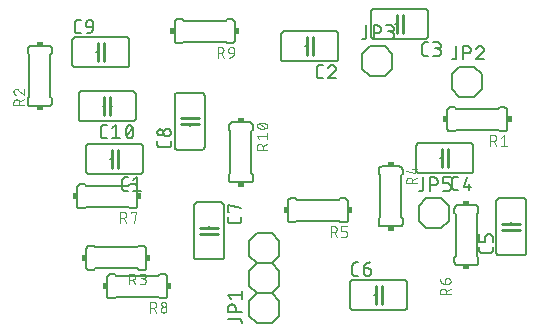
<source format=gbr>
G04 EAGLE Gerber RS-274X export*
G75*
%MOMM*%
%FSLAX34Y34*%
%LPD*%
%INSilkscreen Top*%
%IPPOS*%
%AMOC8*
5,1,8,0,0,1.08239X$1,22.5*%
G01*
%ADD10C,0.152400*%
%ADD11C,0.254000*%
%ADD12C,0.127000*%
%ADD13R,0.381000X0.508000*%
%ADD14C,0.101600*%
%ADD15R,0.508000X0.381000*%


D10*
X124478Y145205D02*
X81298Y145205D01*
X81298Y170605D02*
X124478Y170605D01*
X78758Y168065D02*
X78758Y147745D01*
X127018Y147745D02*
X127018Y168065D01*
X81298Y145205D02*
X81198Y145207D01*
X81099Y145213D01*
X80999Y145223D01*
X80901Y145236D01*
X80802Y145254D01*
X80705Y145275D01*
X80609Y145300D01*
X80513Y145329D01*
X80419Y145362D01*
X80326Y145398D01*
X80235Y145438D01*
X80145Y145482D01*
X80057Y145529D01*
X79971Y145579D01*
X79887Y145633D01*
X79805Y145690D01*
X79726Y145750D01*
X79648Y145814D01*
X79574Y145880D01*
X79502Y145949D01*
X79433Y146021D01*
X79367Y146095D01*
X79303Y146173D01*
X79243Y146252D01*
X79186Y146334D01*
X79132Y146418D01*
X79082Y146504D01*
X79035Y146592D01*
X78991Y146682D01*
X78951Y146773D01*
X78915Y146866D01*
X78882Y146960D01*
X78853Y147056D01*
X78828Y147152D01*
X78807Y147249D01*
X78789Y147348D01*
X78776Y147446D01*
X78766Y147546D01*
X78760Y147645D01*
X78758Y147745D01*
X124478Y145205D02*
X124578Y145207D01*
X124677Y145213D01*
X124777Y145223D01*
X124875Y145236D01*
X124974Y145254D01*
X125071Y145275D01*
X125167Y145300D01*
X125263Y145329D01*
X125357Y145362D01*
X125450Y145398D01*
X125541Y145438D01*
X125631Y145482D01*
X125719Y145529D01*
X125805Y145579D01*
X125889Y145633D01*
X125971Y145690D01*
X126050Y145750D01*
X126128Y145814D01*
X126202Y145880D01*
X126274Y145949D01*
X126343Y146021D01*
X126409Y146095D01*
X126473Y146173D01*
X126533Y146252D01*
X126590Y146334D01*
X126644Y146418D01*
X126694Y146504D01*
X126741Y146592D01*
X126785Y146682D01*
X126825Y146773D01*
X126861Y146866D01*
X126894Y146960D01*
X126923Y147056D01*
X126948Y147152D01*
X126969Y147249D01*
X126987Y147348D01*
X127000Y147446D01*
X127010Y147546D01*
X127016Y147645D01*
X127018Y147745D01*
X81298Y170605D02*
X81198Y170603D01*
X81099Y170597D01*
X80999Y170587D01*
X80901Y170574D01*
X80802Y170556D01*
X80705Y170535D01*
X80609Y170510D01*
X80513Y170481D01*
X80419Y170448D01*
X80326Y170412D01*
X80235Y170372D01*
X80145Y170328D01*
X80057Y170281D01*
X79971Y170231D01*
X79887Y170177D01*
X79805Y170120D01*
X79726Y170060D01*
X79648Y169996D01*
X79574Y169930D01*
X79502Y169861D01*
X79433Y169789D01*
X79367Y169715D01*
X79303Y169637D01*
X79243Y169558D01*
X79186Y169476D01*
X79132Y169392D01*
X79082Y169306D01*
X79035Y169218D01*
X78991Y169128D01*
X78951Y169037D01*
X78915Y168944D01*
X78882Y168850D01*
X78853Y168754D01*
X78828Y168658D01*
X78807Y168561D01*
X78789Y168462D01*
X78776Y168364D01*
X78766Y168264D01*
X78760Y168165D01*
X78758Y168065D01*
X124478Y170605D02*
X124578Y170603D01*
X124677Y170597D01*
X124777Y170587D01*
X124875Y170574D01*
X124974Y170556D01*
X125071Y170535D01*
X125167Y170510D01*
X125263Y170481D01*
X125357Y170448D01*
X125450Y170412D01*
X125541Y170372D01*
X125631Y170328D01*
X125719Y170281D01*
X125805Y170231D01*
X125889Y170177D01*
X125971Y170120D01*
X126050Y170060D01*
X126128Y169996D01*
X126202Y169930D01*
X126274Y169861D01*
X126343Y169789D01*
X126409Y169715D01*
X126473Y169637D01*
X126533Y169558D01*
X126590Y169476D01*
X126644Y169392D01*
X126694Y169306D01*
X126741Y169218D01*
X126785Y169128D01*
X126825Y169037D01*
X126861Y168944D01*
X126894Y168850D01*
X126923Y168754D01*
X126948Y168658D01*
X126969Y168561D01*
X126987Y168462D01*
X127000Y168364D01*
X127010Y168264D01*
X127016Y168165D01*
X127018Y168065D01*
X100348Y157905D02*
X99078Y157905D01*
D11*
X100348Y157905D02*
X100348Y150285D01*
X100348Y157905D02*
X100348Y165525D01*
X105428Y157905D02*
X105428Y150285D01*
X105428Y157905D02*
X105428Y165525D01*
D10*
X105428Y157905D02*
X106698Y157905D01*
D12*
X111740Y130600D02*
X114280Y130600D01*
X111740Y130600D02*
X111640Y130602D01*
X111541Y130608D01*
X111441Y130618D01*
X111343Y130631D01*
X111244Y130649D01*
X111147Y130670D01*
X111051Y130695D01*
X110955Y130724D01*
X110861Y130757D01*
X110768Y130793D01*
X110677Y130833D01*
X110587Y130877D01*
X110499Y130924D01*
X110413Y130974D01*
X110329Y131028D01*
X110247Y131085D01*
X110168Y131145D01*
X110090Y131209D01*
X110016Y131275D01*
X109944Y131344D01*
X109875Y131416D01*
X109809Y131490D01*
X109745Y131568D01*
X109685Y131647D01*
X109628Y131729D01*
X109574Y131813D01*
X109524Y131899D01*
X109477Y131987D01*
X109433Y132077D01*
X109393Y132168D01*
X109357Y132261D01*
X109324Y132355D01*
X109295Y132451D01*
X109270Y132547D01*
X109249Y132644D01*
X109231Y132743D01*
X109218Y132841D01*
X109208Y132941D01*
X109202Y133040D01*
X109200Y133140D01*
X109200Y139490D01*
X109202Y139590D01*
X109208Y139689D01*
X109218Y139789D01*
X109231Y139887D01*
X109249Y139986D01*
X109270Y140083D01*
X109295Y140179D01*
X109324Y140275D01*
X109357Y140369D01*
X109393Y140462D01*
X109433Y140553D01*
X109477Y140643D01*
X109524Y140731D01*
X109574Y140817D01*
X109628Y140901D01*
X109685Y140983D01*
X109745Y141062D01*
X109809Y141140D01*
X109875Y141214D01*
X109944Y141286D01*
X110016Y141355D01*
X110090Y141421D01*
X110168Y141485D01*
X110247Y141545D01*
X110329Y141602D01*
X110413Y141656D01*
X110499Y141706D01*
X110587Y141753D01*
X110677Y141797D01*
X110768Y141837D01*
X110861Y141873D01*
X110955Y141906D01*
X111051Y141935D01*
X111147Y141960D01*
X111244Y141981D01*
X111343Y141999D01*
X111441Y142012D01*
X111541Y142022D01*
X111640Y142028D01*
X111740Y142030D01*
X114280Y142030D01*
X118763Y139490D02*
X121938Y142030D01*
X121938Y130600D01*
X118763Y130600D02*
X125113Y130600D01*
D10*
X118128Y189655D02*
X74948Y189655D01*
X74948Y215055D02*
X118128Y215055D01*
X72408Y212515D02*
X72408Y192195D01*
X120668Y192195D02*
X120668Y212515D01*
X74948Y189655D02*
X74848Y189657D01*
X74749Y189663D01*
X74649Y189673D01*
X74551Y189686D01*
X74452Y189704D01*
X74355Y189725D01*
X74259Y189750D01*
X74163Y189779D01*
X74069Y189812D01*
X73976Y189848D01*
X73885Y189888D01*
X73795Y189932D01*
X73707Y189979D01*
X73621Y190029D01*
X73537Y190083D01*
X73455Y190140D01*
X73376Y190200D01*
X73298Y190264D01*
X73224Y190330D01*
X73152Y190399D01*
X73083Y190471D01*
X73017Y190545D01*
X72953Y190623D01*
X72893Y190702D01*
X72836Y190784D01*
X72782Y190868D01*
X72732Y190954D01*
X72685Y191042D01*
X72641Y191132D01*
X72601Y191223D01*
X72565Y191316D01*
X72532Y191410D01*
X72503Y191506D01*
X72478Y191602D01*
X72457Y191699D01*
X72439Y191798D01*
X72426Y191896D01*
X72416Y191996D01*
X72410Y192095D01*
X72408Y192195D01*
X118128Y189655D02*
X118228Y189657D01*
X118327Y189663D01*
X118427Y189673D01*
X118525Y189686D01*
X118624Y189704D01*
X118721Y189725D01*
X118817Y189750D01*
X118913Y189779D01*
X119007Y189812D01*
X119100Y189848D01*
X119191Y189888D01*
X119281Y189932D01*
X119369Y189979D01*
X119455Y190029D01*
X119539Y190083D01*
X119621Y190140D01*
X119700Y190200D01*
X119778Y190264D01*
X119852Y190330D01*
X119924Y190399D01*
X119993Y190471D01*
X120059Y190545D01*
X120123Y190623D01*
X120183Y190702D01*
X120240Y190784D01*
X120294Y190868D01*
X120344Y190954D01*
X120391Y191042D01*
X120435Y191132D01*
X120475Y191223D01*
X120511Y191316D01*
X120544Y191410D01*
X120573Y191506D01*
X120598Y191602D01*
X120619Y191699D01*
X120637Y191798D01*
X120650Y191896D01*
X120660Y191996D01*
X120666Y192095D01*
X120668Y192195D01*
X74948Y215055D02*
X74848Y215053D01*
X74749Y215047D01*
X74649Y215037D01*
X74551Y215024D01*
X74452Y215006D01*
X74355Y214985D01*
X74259Y214960D01*
X74163Y214931D01*
X74069Y214898D01*
X73976Y214862D01*
X73885Y214822D01*
X73795Y214778D01*
X73707Y214731D01*
X73621Y214681D01*
X73537Y214627D01*
X73455Y214570D01*
X73376Y214510D01*
X73298Y214446D01*
X73224Y214380D01*
X73152Y214311D01*
X73083Y214239D01*
X73017Y214165D01*
X72953Y214087D01*
X72893Y214008D01*
X72836Y213926D01*
X72782Y213842D01*
X72732Y213756D01*
X72685Y213668D01*
X72641Y213578D01*
X72601Y213487D01*
X72565Y213394D01*
X72532Y213300D01*
X72503Y213204D01*
X72478Y213108D01*
X72457Y213011D01*
X72439Y212912D01*
X72426Y212814D01*
X72416Y212714D01*
X72410Y212615D01*
X72408Y212515D01*
X118128Y215055D02*
X118228Y215053D01*
X118327Y215047D01*
X118427Y215037D01*
X118525Y215024D01*
X118624Y215006D01*
X118721Y214985D01*
X118817Y214960D01*
X118913Y214931D01*
X119007Y214898D01*
X119100Y214862D01*
X119191Y214822D01*
X119281Y214778D01*
X119369Y214731D01*
X119455Y214681D01*
X119539Y214627D01*
X119621Y214570D01*
X119700Y214510D01*
X119778Y214446D01*
X119852Y214380D01*
X119924Y214311D01*
X119993Y214239D01*
X120059Y214165D01*
X120123Y214087D01*
X120183Y214008D01*
X120240Y213926D01*
X120294Y213842D01*
X120344Y213756D01*
X120391Y213668D01*
X120435Y213578D01*
X120475Y213487D01*
X120511Y213394D01*
X120544Y213300D01*
X120573Y213204D01*
X120598Y213108D01*
X120619Y213011D01*
X120637Y212912D01*
X120650Y212814D01*
X120660Y212714D01*
X120666Y212615D01*
X120668Y212515D01*
X93998Y202355D02*
X92728Y202355D01*
D11*
X93998Y202355D02*
X93998Y194735D01*
X93998Y202355D02*
X93998Y209975D01*
X99078Y202355D02*
X99078Y194735D01*
X99078Y202355D02*
X99078Y209975D01*
D10*
X99078Y202355D02*
X100348Y202355D01*
D12*
X96500Y175050D02*
X93960Y175050D01*
X93860Y175052D01*
X93761Y175058D01*
X93661Y175068D01*
X93563Y175081D01*
X93464Y175099D01*
X93367Y175120D01*
X93271Y175145D01*
X93175Y175174D01*
X93081Y175207D01*
X92988Y175243D01*
X92897Y175283D01*
X92807Y175327D01*
X92719Y175374D01*
X92633Y175424D01*
X92549Y175478D01*
X92467Y175535D01*
X92388Y175595D01*
X92310Y175659D01*
X92236Y175725D01*
X92164Y175794D01*
X92095Y175866D01*
X92029Y175940D01*
X91965Y176018D01*
X91905Y176097D01*
X91848Y176179D01*
X91794Y176263D01*
X91744Y176349D01*
X91697Y176437D01*
X91653Y176527D01*
X91613Y176618D01*
X91577Y176711D01*
X91544Y176805D01*
X91515Y176901D01*
X91490Y176997D01*
X91469Y177094D01*
X91451Y177193D01*
X91438Y177291D01*
X91428Y177391D01*
X91422Y177490D01*
X91420Y177590D01*
X91420Y183940D01*
X91422Y184040D01*
X91428Y184139D01*
X91438Y184239D01*
X91451Y184337D01*
X91469Y184436D01*
X91490Y184533D01*
X91515Y184629D01*
X91544Y184725D01*
X91577Y184819D01*
X91613Y184912D01*
X91653Y185003D01*
X91697Y185093D01*
X91744Y185181D01*
X91794Y185267D01*
X91848Y185351D01*
X91905Y185433D01*
X91965Y185512D01*
X92029Y185590D01*
X92095Y185664D01*
X92164Y185736D01*
X92236Y185805D01*
X92310Y185871D01*
X92388Y185935D01*
X92467Y185995D01*
X92549Y186052D01*
X92633Y186106D01*
X92719Y186156D01*
X92807Y186203D01*
X92897Y186247D01*
X92988Y186287D01*
X93081Y186323D01*
X93175Y186356D01*
X93271Y186385D01*
X93367Y186410D01*
X93464Y186431D01*
X93563Y186449D01*
X93661Y186462D01*
X93761Y186472D01*
X93860Y186478D01*
X93960Y186480D01*
X96500Y186480D01*
X100983Y183940D02*
X104158Y186480D01*
X104158Y175050D01*
X100983Y175050D02*
X107333Y175050D01*
X112413Y180765D02*
X112416Y180990D01*
X112424Y181215D01*
X112437Y181439D01*
X112456Y181663D01*
X112480Y181887D01*
X112509Y182110D01*
X112544Y182332D01*
X112584Y182553D01*
X112630Y182773D01*
X112680Y182992D01*
X112736Y183210D01*
X112797Y183427D01*
X112863Y183642D01*
X112934Y183855D01*
X113011Y184066D01*
X113092Y184276D01*
X113178Y184484D01*
X113269Y184689D01*
X113365Y184892D01*
X113397Y184980D01*
X113433Y185067D01*
X113472Y185153D01*
X113515Y185237D01*
X113561Y185319D01*
X113610Y185399D01*
X113662Y185477D01*
X113718Y185553D01*
X113776Y185627D01*
X113838Y185698D01*
X113902Y185767D01*
X113969Y185833D01*
X114038Y185896D01*
X114110Y185957D01*
X114184Y186015D01*
X114261Y186069D01*
X114339Y186121D01*
X114420Y186169D01*
X114502Y186214D01*
X114587Y186256D01*
X114673Y186294D01*
X114760Y186329D01*
X114848Y186361D01*
X114938Y186388D01*
X115029Y186413D01*
X115121Y186433D01*
X115213Y186450D01*
X115307Y186463D01*
X115400Y186472D01*
X115494Y186478D01*
X115588Y186480D01*
X115682Y186478D01*
X115776Y186472D01*
X115869Y186463D01*
X115963Y186450D01*
X116055Y186433D01*
X116147Y186413D01*
X116238Y186388D01*
X116328Y186361D01*
X116416Y186329D01*
X116503Y186294D01*
X116589Y186256D01*
X116674Y186214D01*
X116756Y186169D01*
X116837Y186121D01*
X116915Y186069D01*
X116992Y186015D01*
X117066Y185957D01*
X117138Y185896D01*
X117207Y185833D01*
X117274Y185767D01*
X117338Y185698D01*
X117400Y185627D01*
X117458Y185553D01*
X117514Y185477D01*
X117566Y185399D01*
X117615Y185319D01*
X117661Y185237D01*
X117704Y185153D01*
X117743Y185067D01*
X117779Y184980D01*
X117811Y184892D01*
X117810Y184892D02*
X117906Y184689D01*
X117997Y184484D01*
X118083Y184276D01*
X118164Y184066D01*
X118241Y183855D01*
X118312Y183642D01*
X118378Y183427D01*
X118439Y183210D01*
X118495Y182992D01*
X118545Y182773D01*
X118591Y182553D01*
X118631Y182332D01*
X118666Y182110D01*
X118695Y181887D01*
X118719Y181663D01*
X118738Y181439D01*
X118751Y181215D01*
X118759Y180990D01*
X118762Y180765D01*
X112413Y180765D02*
X112416Y180540D01*
X112424Y180315D01*
X112437Y180091D01*
X112456Y179867D01*
X112480Y179643D01*
X112509Y179420D01*
X112544Y179198D01*
X112584Y178977D01*
X112630Y178757D01*
X112680Y178538D01*
X112736Y178320D01*
X112797Y178103D01*
X112863Y177888D01*
X112934Y177675D01*
X113011Y177464D01*
X113092Y177254D01*
X113178Y177046D01*
X113269Y176841D01*
X113365Y176638D01*
X113365Y176637D02*
X113397Y176549D01*
X113433Y176462D01*
X113472Y176376D01*
X113515Y176292D01*
X113561Y176210D01*
X113610Y176130D01*
X113662Y176052D01*
X113718Y175976D01*
X113776Y175902D01*
X113838Y175831D01*
X113902Y175762D01*
X113969Y175696D01*
X114038Y175633D01*
X114110Y175572D01*
X114184Y175514D01*
X114261Y175460D01*
X114339Y175408D01*
X114420Y175360D01*
X114502Y175315D01*
X114587Y175273D01*
X114673Y175235D01*
X114760Y175200D01*
X114848Y175168D01*
X114938Y175141D01*
X115029Y175116D01*
X115121Y175096D01*
X115213Y175079D01*
X115307Y175066D01*
X115400Y175057D01*
X115494Y175051D01*
X115588Y175049D01*
X117810Y176638D02*
X117906Y176841D01*
X117997Y177046D01*
X118083Y177254D01*
X118164Y177464D01*
X118241Y177675D01*
X118312Y177888D01*
X118378Y178103D01*
X118439Y178320D01*
X118495Y178538D01*
X118545Y178757D01*
X118591Y178977D01*
X118631Y179198D01*
X118666Y179420D01*
X118695Y179643D01*
X118719Y179867D01*
X118738Y180091D01*
X118751Y180315D01*
X118759Y180540D01*
X118762Y180765D01*
X117811Y176637D02*
X117779Y176549D01*
X117743Y176462D01*
X117704Y176376D01*
X117661Y176292D01*
X117615Y176210D01*
X117566Y176130D01*
X117514Y176052D01*
X117458Y175976D01*
X117400Y175902D01*
X117338Y175831D01*
X117274Y175762D01*
X117207Y175696D01*
X117138Y175633D01*
X117066Y175572D01*
X116992Y175514D01*
X116915Y175460D01*
X116837Y175408D01*
X116756Y175360D01*
X116674Y175315D01*
X116589Y175273D01*
X116503Y175235D01*
X116416Y175200D01*
X116328Y175168D01*
X116238Y175141D01*
X116147Y175116D01*
X116055Y175096D01*
X115963Y175079D01*
X115869Y175066D01*
X115776Y175057D01*
X115682Y175051D01*
X115588Y175049D01*
X113048Y177590D02*
X118128Y183940D01*
D10*
X246398Y240455D02*
X289578Y240455D01*
X289578Y265855D02*
X246398Y265855D01*
X243858Y263315D02*
X243858Y242995D01*
X292118Y242995D02*
X292118Y263315D01*
X246398Y240455D02*
X246298Y240457D01*
X246199Y240463D01*
X246099Y240473D01*
X246001Y240486D01*
X245902Y240504D01*
X245805Y240525D01*
X245709Y240550D01*
X245613Y240579D01*
X245519Y240612D01*
X245426Y240648D01*
X245335Y240688D01*
X245245Y240732D01*
X245157Y240779D01*
X245071Y240829D01*
X244987Y240883D01*
X244905Y240940D01*
X244826Y241000D01*
X244748Y241064D01*
X244674Y241130D01*
X244602Y241199D01*
X244533Y241271D01*
X244467Y241345D01*
X244403Y241423D01*
X244343Y241502D01*
X244286Y241584D01*
X244232Y241668D01*
X244182Y241754D01*
X244135Y241842D01*
X244091Y241932D01*
X244051Y242023D01*
X244015Y242116D01*
X243982Y242210D01*
X243953Y242306D01*
X243928Y242402D01*
X243907Y242499D01*
X243889Y242598D01*
X243876Y242696D01*
X243866Y242796D01*
X243860Y242895D01*
X243858Y242995D01*
X289578Y240455D02*
X289678Y240457D01*
X289777Y240463D01*
X289877Y240473D01*
X289975Y240486D01*
X290074Y240504D01*
X290171Y240525D01*
X290267Y240550D01*
X290363Y240579D01*
X290457Y240612D01*
X290550Y240648D01*
X290641Y240688D01*
X290731Y240732D01*
X290819Y240779D01*
X290905Y240829D01*
X290989Y240883D01*
X291071Y240940D01*
X291150Y241000D01*
X291228Y241064D01*
X291302Y241130D01*
X291374Y241199D01*
X291443Y241271D01*
X291509Y241345D01*
X291573Y241423D01*
X291633Y241502D01*
X291690Y241584D01*
X291744Y241668D01*
X291794Y241754D01*
X291841Y241842D01*
X291885Y241932D01*
X291925Y242023D01*
X291961Y242116D01*
X291994Y242210D01*
X292023Y242306D01*
X292048Y242402D01*
X292069Y242499D01*
X292087Y242598D01*
X292100Y242696D01*
X292110Y242796D01*
X292116Y242895D01*
X292118Y242995D01*
X246398Y265855D02*
X246298Y265853D01*
X246199Y265847D01*
X246099Y265837D01*
X246001Y265824D01*
X245902Y265806D01*
X245805Y265785D01*
X245709Y265760D01*
X245613Y265731D01*
X245519Y265698D01*
X245426Y265662D01*
X245335Y265622D01*
X245245Y265578D01*
X245157Y265531D01*
X245071Y265481D01*
X244987Y265427D01*
X244905Y265370D01*
X244826Y265310D01*
X244748Y265246D01*
X244674Y265180D01*
X244602Y265111D01*
X244533Y265039D01*
X244467Y264965D01*
X244403Y264887D01*
X244343Y264808D01*
X244286Y264726D01*
X244232Y264642D01*
X244182Y264556D01*
X244135Y264468D01*
X244091Y264378D01*
X244051Y264287D01*
X244015Y264194D01*
X243982Y264100D01*
X243953Y264004D01*
X243928Y263908D01*
X243907Y263811D01*
X243889Y263712D01*
X243876Y263614D01*
X243866Y263514D01*
X243860Y263415D01*
X243858Y263315D01*
X289578Y265855D02*
X289678Y265853D01*
X289777Y265847D01*
X289877Y265837D01*
X289975Y265824D01*
X290074Y265806D01*
X290171Y265785D01*
X290267Y265760D01*
X290363Y265731D01*
X290457Y265698D01*
X290550Y265662D01*
X290641Y265622D01*
X290731Y265578D01*
X290819Y265531D01*
X290905Y265481D01*
X290989Y265427D01*
X291071Y265370D01*
X291150Y265310D01*
X291228Y265246D01*
X291302Y265180D01*
X291374Y265111D01*
X291443Y265039D01*
X291509Y264965D01*
X291573Y264887D01*
X291633Y264808D01*
X291690Y264726D01*
X291744Y264642D01*
X291794Y264556D01*
X291841Y264468D01*
X291885Y264378D01*
X291925Y264287D01*
X291961Y264194D01*
X291994Y264100D01*
X292023Y264004D01*
X292048Y263908D01*
X292069Y263811D01*
X292087Y263712D01*
X292100Y263614D01*
X292110Y263514D01*
X292116Y263415D01*
X292118Y263315D01*
X265448Y253155D02*
X264178Y253155D01*
D11*
X265448Y253155D02*
X265448Y245535D01*
X265448Y253155D02*
X265448Y260775D01*
X270528Y253155D02*
X270528Y245535D01*
X270528Y253155D02*
X270528Y260775D01*
D10*
X270528Y253155D02*
X271798Y253155D01*
D12*
X276840Y225850D02*
X279380Y225850D01*
X276840Y225850D02*
X276740Y225852D01*
X276641Y225858D01*
X276541Y225868D01*
X276443Y225881D01*
X276344Y225899D01*
X276247Y225920D01*
X276151Y225945D01*
X276055Y225974D01*
X275961Y226007D01*
X275868Y226043D01*
X275777Y226083D01*
X275687Y226127D01*
X275599Y226174D01*
X275513Y226224D01*
X275429Y226278D01*
X275347Y226335D01*
X275268Y226395D01*
X275190Y226459D01*
X275116Y226525D01*
X275044Y226594D01*
X274975Y226666D01*
X274909Y226740D01*
X274845Y226818D01*
X274785Y226897D01*
X274728Y226979D01*
X274674Y227063D01*
X274624Y227149D01*
X274577Y227237D01*
X274533Y227327D01*
X274493Y227418D01*
X274457Y227511D01*
X274424Y227605D01*
X274395Y227701D01*
X274370Y227797D01*
X274349Y227894D01*
X274331Y227993D01*
X274318Y228091D01*
X274308Y228191D01*
X274302Y228290D01*
X274300Y228390D01*
X274300Y234740D01*
X274302Y234840D01*
X274308Y234939D01*
X274318Y235039D01*
X274331Y235137D01*
X274349Y235236D01*
X274370Y235333D01*
X274395Y235429D01*
X274424Y235525D01*
X274457Y235619D01*
X274493Y235712D01*
X274533Y235803D01*
X274577Y235893D01*
X274624Y235981D01*
X274674Y236067D01*
X274728Y236151D01*
X274785Y236233D01*
X274845Y236312D01*
X274909Y236390D01*
X274975Y236464D01*
X275044Y236536D01*
X275116Y236605D01*
X275190Y236671D01*
X275268Y236735D01*
X275347Y236795D01*
X275429Y236852D01*
X275513Y236906D01*
X275599Y236956D01*
X275687Y237003D01*
X275777Y237047D01*
X275868Y237087D01*
X275961Y237123D01*
X276055Y237156D01*
X276151Y237185D01*
X276247Y237210D01*
X276344Y237231D01*
X276443Y237249D01*
X276541Y237262D01*
X276641Y237272D01*
X276740Y237278D01*
X276840Y237280D01*
X279380Y237280D01*
X287355Y237280D02*
X287459Y237278D01*
X287564Y237272D01*
X287668Y237263D01*
X287771Y237250D01*
X287874Y237232D01*
X287976Y237212D01*
X288078Y237187D01*
X288178Y237159D01*
X288278Y237127D01*
X288376Y237091D01*
X288473Y237052D01*
X288568Y237010D01*
X288662Y236964D01*
X288754Y236914D01*
X288844Y236862D01*
X288932Y236806D01*
X289018Y236746D01*
X289102Y236684D01*
X289183Y236619D01*
X289262Y236551D01*
X289339Y236479D01*
X289412Y236406D01*
X289484Y236329D01*
X289552Y236250D01*
X289617Y236169D01*
X289679Y236085D01*
X289739Y235999D01*
X289795Y235911D01*
X289847Y235821D01*
X289897Y235729D01*
X289943Y235635D01*
X289985Y235540D01*
X290024Y235443D01*
X290060Y235345D01*
X290092Y235245D01*
X290120Y235145D01*
X290145Y235043D01*
X290165Y234941D01*
X290183Y234838D01*
X290196Y234735D01*
X290205Y234631D01*
X290211Y234526D01*
X290213Y234422D01*
X287355Y237280D02*
X287237Y237278D01*
X287118Y237272D01*
X287000Y237263D01*
X286883Y237250D01*
X286766Y237232D01*
X286649Y237212D01*
X286533Y237187D01*
X286418Y237159D01*
X286305Y237126D01*
X286192Y237091D01*
X286080Y237051D01*
X285970Y237009D01*
X285861Y236962D01*
X285753Y236912D01*
X285648Y236859D01*
X285544Y236802D01*
X285442Y236742D01*
X285342Y236679D01*
X285244Y236612D01*
X285148Y236543D01*
X285055Y236470D01*
X284964Y236394D01*
X284875Y236316D01*
X284789Y236234D01*
X284706Y236150D01*
X284625Y236064D01*
X284548Y235974D01*
X284473Y235883D01*
X284401Y235789D01*
X284332Y235692D01*
X284267Y235594D01*
X284204Y235493D01*
X284145Y235390D01*
X284089Y235286D01*
X284037Y235180D01*
X283988Y235072D01*
X283943Y234963D01*
X283901Y234852D01*
X283863Y234740D01*
X289260Y232200D02*
X289336Y232275D01*
X289411Y232354D01*
X289482Y232435D01*
X289551Y232519D01*
X289616Y232605D01*
X289678Y232693D01*
X289738Y232783D01*
X289794Y232875D01*
X289847Y232970D01*
X289896Y233066D01*
X289942Y233164D01*
X289985Y233263D01*
X290024Y233364D01*
X290059Y233466D01*
X290091Y233569D01*
X290119Y233673D01*
X290144Y233778D01*
X290165Y233885D01*
X290182Y233991D01*
X290195Y234098D01*
X290204Y234206D01*
X290210Y234314D01*
X290212Y234422D01*
X289260Y232200D02*
X283863Y225850D01*
X290213Y225850D01*
D10*
X322598Y259505D02*
X365778Y259505D01*
X365778Y284905D02*
X322598Y284905D01*
X320058Y282365D02*
X320058Y262045D01*
X368318Y262045D02*
X368318Y282365D01*
X322598Y259505D02*
X322498Y259507D01*
X322399Y259513D01*
X322299Y259523D01*
X322201Y259536D01*
X322102Y259554D01*
X322005Y259575D01*
X321909Y259600D01*
X321813Y259629D01*
X321719Y259662D01*
X321626Y259698D01*
X321535Y259738D01*
X321445Y259782D01*
X321357Y259829D01*
X321271Y259879D01*
X321187Y259933D01*
X321105Y259990D01*
X321026Y260050D01*
X320948Y260114D01*
X320874Y260180D01*
X320802Y260249D01*
X320733Y260321D01*
X320667Y260395D01*
X320603Y260473D01*
X320543Y260552D01*
X320486Y260634D01*
X320432Y260718D01*
X320382Y260804D01*
X320335Y260892D01*
X320291Y260982D01*
X320251Y261073D01*
X320215Y261166D01*
X320182Y261260D01*
X320153Y261356D01*
X320128Y261452D01*
X320107Y261549D01*
X320089Y261648D01*
X320076Y261746D01*
X320066Y261846D01*
X320060Y261945D01*
X320058Y262045D01*
X365778Y259505D02*
X365878Y259507D01*
X365977Y259513D01*
X366077Y259523D01*
X366175Y259536D01*
X366274Y259554D01*
X366371Y259575D01*
X366467Y259600D01*
X366563Y259629D01*
X366657Y259662D01*
X366750Y259698D01*
X366841Y259738D01*
X366931Y259782D01*
X367019Y259829D01*
X367105Y259879D01*
X367189Y259933D01*
X367271Y259990D01*
X367350Y260050D01*
X367428Y260114D01*
X367502Y260180D01*
X367574Y260249D01*
X367643Y260321D01*
X367709Y260395D01*
X367773Y260473D01*
X367833Y260552D01*
X367890Y260634D01*
X367944Y260718D01*
X367994Y260804D01*
X368041Y260892D01*
X368085Y260982D01*
X368125Y261073D01*
X368161Y261166D01*
X368194Y261260D01*
X368223Y261356D01*
X368248Y261452D01*
X368269Y261549D01*
X368287Y261648D01*
X368300Y261746D01*
X368310Y261846D01*
X368316Y261945D01*
X368318Y262045D01*
X322598Y284905D02*
X322498Y284903D01*
X322399Y284897D01*
X322299Y284887D01*
X322201Y284874D01*
X322102Y284856D01*
X322005Y284835D01*
X321909Y284810D01*
X321813Y284781D01*
X321719Y284748D01*
X321626Y284712D01*
X321535Y284672D01*
X321445Y284628D01*
X321357Y284581D01*
X321271Y284531D01*
X321187Y284477D01*
X321105Y284420D01*
X321026Y284360D01*
X320948Y284296D01*
X320874Y284230D01*
X320802Y284161D01*
X320733Y284089D01*
X320667Y284015D01*
X320603Y283937D01*
X320543Y283858D01*
X320486Y283776D01*
X320432Y283692D01*
X320382Y283606D01*
X320335Y283518D01*
X320291Y283428D01*
X320251Y283337D01*
X320215Y283244D01*
X320182Y283150D01*
X320153Y283054D01*
X320128Y282958D01*
X320107Y282861D01*
X320089Y282762D01*
X320076Y282664D01*
X320066Y282564D01*
X320060Y282465D01*
X320058Y282365D01*
X365778Y284905D02*
X365878Y284903D01*
X365977Y284897D01*
X366077Y284887D01*
X366175Y284874D01*
X366274Y284856D01*
X366371Y284835D01*
X366467Y284810D01*
X366563Y284781D01*
X366657Y284748D01*
X366750Y284712D01*
X366841Y284672D01*
X366931Y284628D01*
X367019Y284581D01*
X367105Y284531D01*
X367189Y284477D01*
X367271Y284420D01*
X367350Y284360D01*
X367428Y284296D01*
X367502Y284230D01*
X367574Y284161D01*
X367643Y284089D01*
X367709Y284015D01*
X367773Y283937D01*
X367833Y283858D01*
X367890Y283776D01*
X367944Y283692D01*
X367994Y283606D01*
X368041Y283518D01*
X368085Y283428D01*
X368125Y283337D01*
X368161Y283244D01*
X368194Y283150D01*
X368223Y283054D01*
X368248Y282958D01*
X368269Y282861D01*
X368287Y282762D01*
X368300Y282664D01*
X368310Y282564D01*
X368316Y282465D01*
X368318Y282365D01*
X341648Y272205D02*
X340378Y272205D01*
D11*
X341648Y272205D02*
X341648Y264585D01*
X341648Y272205D02*
X341648Y279825D01*
X346728Y272205D02*
X346728Y264585D01*
X346728Y272205D02*
X346728Y279825D01*
D10*
X346728Y272205D02*
X347998Y272205D01*
D12*
X365740Y244900D02*
X368280Y244900D01*
X365740Y244900D02*
X365640Y244902D01*
X365541Y244908D01*
X365441Y244918D01*
X365343Y244931D01*
X365244Y244949D01*
X365147Y244970D01*
X365051Y244995D01*
X364955Y245024D01*
X364861Y245057D01*
X364768Y245093D01*
X364677Y245133D01*
X364587Y245177D01*
X364499Y245224D01*
X364413Y245274D01*
X364329Y245328D01*
X364247Y245385D01*
X364168Y245445D01*
X364090Y245509D01*
X364016Y245575D01*
X363944Y245644D01*
X363875Y245716D01*
X363809Y245790D01*
X363745Y245868D01*
X363685Y245947D01*
X363628Y246029D01*
X363574Y246113D01*
X363524Y246199D01*
X363477Y246287D01*
X363433Y246377D01*
X363393Y246468D01*
X363357Y246561D01*
X363324Y246655D01*
X363295Y246751D01*
X363270Y246847D01*
X363249Y246944D01*
X363231Y247043D01*
X363218Y247141D01*
X363208Y247241D01*
X363202Y247340D01*
X363200Y247440D01*
X363200Y253790D01*
X363202Y253890D01*
X363208Y253989D01*
X363218Y254089D01*
X363231Y254187D01*
X363249Y254286D01*
X363270Y254383D01*
X363295Y254479D01*
X363324Y254575D01*
X363357Y254669D01*
X363393Y254762D01*
X363433Y254853D01*
X363477Y254943D01*
X363524Y255031D01*
X363574Y255117D01*
X363628Y255201D01*
X363685Y255283D01*
X363745Y255362D01*
X363809Y255440D01*
X363875Y255514D01*
X363944Y255586D01*
X364016Y255655D01*
X364090Y255721D01*
X364168Y255785D01*
X364247Y255845D01*
X364329Y255902D01*
X364413Y255956D01*
X364499Y256006D01*
X364587Y256053D01*
X364677Y256097D01*
X364768Y256137D01*
X364861Y256173D01*
X364955Y256206D01*
X365051Y256235D01*
X365147Y256260D01*
X365244Y256281D01*
X365343Y256299D01*
X365441Y256312D01*
X365541Y256322D01*
X365640Y256328D01*
X365740Y256330D01*
X368280Y256330D01*
X372763Y244900D02*
X375938Y244900D01*
X376049Y244902D01*
X376159Y244908D01*
X376270Y244917D01*
X376380Y244931D01*
X376489Y244948D01*
X376598Y244969D01*
X376706Y244994D01*
X376813Y245023D01*
X376919Y245055D01*
X377024Y245091D01*
X377127Y245131D01*
X377229Y245174D01*
X377330Y245221D01*
X377429Y245272D01*
X377526Y245325D01*
X377620Y245382D01*
X377713Y245443D01*
X377804Y245506D01*
X377893Y245573D01*
X377979Y245643D01*
X378062Y245716D01*
X378144Y245791D01*
X378222Y245869D01*
X378297Y245951D01*
X378370Y246034D01*
X378440Y246120D01*
X378507Y246209D01*
X378570Y246300D01*
X378631Y246393D01*
X378688Y246487D01*
X378741Y246584D01*
X378792Y246683D01*
X378839Y246784D01*
X378882Y246886D01*
X378922Y246989D01*
X378958Y247094D01*
X378990Y247200D01*
X379019Y247307D01*
X379044Y247415D01*
X379065Y247524D01*
X379082Y247633D01*
X379096Y247743D01*
X379105Y247854D01*
X379111Y247964D01*
X379113Y248075D01*
X379111Y248186D01*
X379105Y248296D01*
X379096Y248407D01*
X379082Y248517D01*
X379065Y248626D01*
X379044Y248735D01*
X379019Y248843D01*
X378990Y248950D01*
X378958Y249056D01*
X378922Y249161D01*
X378882Y249264D01*
X378839Y249366D01*
X378792Y249467D01*
X378741Y249566D01*
X378688Y249662D01*
X378631Y249757D01*
X378570Y249850D01*
X378507Y249941D01*
X378440Y250030D01*
X378370Y250116D01*
X378297Y250199D01*
X378222Y250281D01*
X378144Y250359D01*
X378062Y250434D01*
X377979Y250507D01*
X377893Y250577D01*
X377804Y250644D01*
X377713Y250707D01*
X377620Y250768D01*
X377526Y250825D01*
X377429Y250878D01*
X377330Y250929D01*
X377229Y250976D01*
X377127Y251019D01*
X377024Y251059D01*
X376919Y251095D01*
X376813Y251127D01*
X376706Y251156D01*
X376598Y251181D01*
X376489Y251202D01*
X376380Y251219D01*
X376270Y251233D01*
X376159Y251242D01*
X376049Y251248D01*
X375938Y251250D01*
X376573Y256330D02*
X372763Y256330D01*
X376573Y256330D02*
X376673Y256328D01*
X376772Y256322D01*
X376872Y256312D01*
X376970Y256299D01*
X377069Y256281D01*
X377166Y256260D01*
X377262Y256235D01*
X377358Y256206D01*
X377452Y256173D01*
X377545Y256137D01*
X377636Y256097D01*
X377726Y256053D01*
X377814Y256006D01*
X377900Y255956D01*
X377984Y255902D01*
X378066Y255845D01*
X378145Y255785D01*
X378223Y255721D01*
X378297Y255655D01*
X378369Y255586D01*
X378438Y255514D01*
X378504Y255440D01*
X378568Y255362D01*
X378628Y255283D01*
X378685Y255201D01*
X378739Y255117D01*
X378789Y255031D01*
X378836Y254943D01*
X378880Y254853D01*
X378920Y254762D01*
X378956Y254669D01*
X378989Y254575D01*
X379018Y254479D01*
X379043Y254383D01*
X379064Y254286D01*
X379082Y254187D01*
X379095Y254089D01*
X379105Y253989D01*
X379111Y253890D01*
X379113Y253790D01*
X379111Y253690D01*
X379105Y253591D01*
X379095Y253491D01*
X379082Y253393D01*
X379064Y253294D01*
X379043Y253197D01*
X379018Y253101D01*
X378989Y253005D01*
X378956Y252911D01*
X378920Y252818D01*
X378880Y252727D01*
X378836Y252637D01*
X378789Y252549D01*
X378739Y252463D01*
X378685Y252379D01*
X378628Y252297D01*
X378568Y252218D01*
X378504Y252140D01*
X378438Y252066D01*
X378369Y251994D01*
X378297Y251925D01*
X378223Y251859D01*
X378145Y251795D01*
X378066Y251735D01*
X377984Y251678D01*
X377900Y251624D01*
X377814Y251574D01*
X377726Y251527D01*
X377636Y251483D01*
X377545Y251443D01*
X377452Y251407D01*
X377358Y251374D01*
X377262Y251345D01*
X377166Y251320D01*
X377069Y251299D01*
X376970Y251281D01*
X376872Y251268D01*
X376772Y251258D01*
X376673Y251252D01*
X376573Y251250D01*
X374033Y251250D01*
D10*
X360895Y145926D02*
X404075Y145926D01*
X404075Y171326D02*
X360895Y171326D01*
X358355Y168786D02*
X358355Y148466D01*
X406615Y148466D02*
X406615Y168786D01*
X360895Y145926D02*
X360795Y145928D01*
X360696Y145934D01*
X360596Y145944D01*
X360498Y145957D01*
X360399Y145975D01*
X360302Y145996D01*
X360206Y146021D01*
X360110Y146050D01*
X360016Y146083D01*
X359923Y146119D01*
X359832Y146159D01*
X359742Y146203D01*
X359654Y146250D01*
X359568Y146300D01*
X359484Y146354D01*
X359402Y146411D01*
X359323Y146471D01*
X359245Y146535D01*
X359171Y146601D01*
X359099Y146670D01*
X359030Y146742D01*
X358964Y146816D01*
X358900Y146894D01*
X358840Y146973D01*
X358783Y147055D01*
X358729Y147139D01*
X358679Y147225D01*
X358632Y147313D01*
X358588Y147403D01*
X358548Y147494D01*
X358512Y147587D01*
X358479Y147681D01*
X358450Y147777D01*
X358425Y147873D01*
X358404Y147970D01*
X358386Y148069D01*
X358373Y148167D01*
X358363Y148267D01*
X358357Y148366D01*
X358355Y148466D01*
X404075Y145926D02*
X404175Y145928D01*
X404274Y145934D01*
X404374Y145944D01*
X404472Y145957D01*
X404571Y145975D01*
X404668Y145996D01*
X404764Y146021D01*
X404860Y146050D01*
X404954Y146083D01*
X405047Y146119D01*
X405138Y146159D01*
X405228Y146203D01*
X405316Y146250D01*
X405402Y146300D01*
X405486Y146354D01*
X405568Y146411D01*
X405647Y146471D01*
X405725Y146535D01*
X405799Y146601D01*
X405871Y146670D01*
X405940Y146742D01*
X406006Y146816D01*
X406070Y146894D01*
X406130Y146973D01*
X406187Y147055D01*
X406241Y147139D01*
X406291Y147225D01*
X406338Y147313D01*
X406382Y147403D01*
X406422Y147494D01*
X406458Y147587D01*
X406491Y147681D01*
X406520Y147777D01*
X406545Y147873D01*
X406566Y147970D01*
X406584Y148069D01*
X406597Y148167D01*
X406607Y148267D01*
X406613Y148366D01*
X406615Y148466D01*
X360895Y171326D02*
X360795Y171324D01*
X360696Y171318D01*
X360596Y171308D01*
X360498Y171295D01*
X360399Y171277D01*
X360302Y171256D01*
X360206Y171231D01*
X360110Y171202D01*
X360016Y171169D01*
X359923Y171133D01*
X359832Y171093D01*
X359742Y171049D01*
X359654Y171002D01*
X359568Y170952D01*
X359484Y170898D01*
X359402Y170841D01*
X359323Y170781D01*
X359245Y170717D01*
X359171Y170651D01*
X359099Y170582D01*
X359030Y170510D01*
X358964Y170436D01*
X358900Y170358D01*
X358840Y170279D01*
X358783Y170197D01*
X358729Y170113D01*
X358679Y170027D01*
X358632Y169939D01*
X358588Y169849D01*
X358548Y169758D01*
X358512Y169665D01*
X358479Y169571D01*
X358450Y169475D01*
X358425Y169379D01*
X358404Y169282D01*
X358386Y169183D01*
X358373Y169085D01*
X358363Y168985D01*
X358357Y168886D01*
X358355Y168786D01*
X404075Y171326D02*
X404175Y171324D01*
X404274Y171318D01*
X404374Y171308D01*
X404472Y171295D01*
X404571Y171277D01*
X404668Y171256D01*
X404764Y171231D01*
X404860Y171202D01*
X404954Y171169D01*
X405047Y171133D01*
X405138Y171093D01*
X405228Y171049D01*
X405316Y171002D01*
X405402Y170952D01*
X405486Y170898D01*
X405568Y170841D01*
X405647Y170781D01*
X405725Y170717D01*
X405799Y170651D01*
X405871Y170582D01*
X405940Y170510D01*
X406006Y170436D01*
X406070Y170358D01*
X406130Y170279D01*
X406187Y170197D01*
X406241Y170113D01*
X406291Y170027D01*
X406338Y169939D01*
X406382Y169849D01*
X406422Y169758D01*
X406458Y169665D01*
X406491Y169571D01*
X406520Y169475D01*
X406545Y169379D01*
X406566Y169282D01*
X406584Y169183D01*
X406597Y169085D01*
X406607Y168985D01*
X406613Y168886D01*
X406615Y168786D01*
X379945Y158626D02*
X378675Y158626D01*
D11*
X379945Y158626D02*
X379945Y151006D01*
X379945Y158626D02*
X379945Y166246D01*
X385025Y158626D02*
X385025Y151006D01*
X385025Y158626D02*
X385025Y166246D01*
D10*
X385025Y158626D02*
X386295Y158626D01*
D12*
X391337Y131321D02*
X393877Y131321D01*
X391337Y131321D02*
X391237Y131323D01*
X391138Y131329D01*
X391038Y131339D01*
X390940Y131352D01*
X390841Y131370D01*
X390744Y131391D01*
X390648Y131416D01*
X390552Y131445D01*
X390458Y131478D01*
X390365Y131514D01*
X390274Y131554D01*
X390184Y131598D01*
X390096Y131645D01*
X390010Y131695D01*
X389926Y131749D01*
X389844Y131806D01*
X389765Y131866D01*
X389687Y131930D01*
X389613Y131996D01*
X389541Y132065D01*
X389472Y132137D01*
X389406Y132211D01*
X389342Y132289D01*
X389282Y132368D01*
X389225Y132450D01*
X389171Y132534D01*
X389121Y132620D01*
X389074Y132708D01*
X389030Y132798D01*
X388990Y132889D01*
X388954Y132982D01*
X388921Y133076D01*
X388892Y133172D01*
X388867Y133268D01*
X388846Y133365D01*
X388828Y133464D01*
X388815Y133562D01*
X388805Y133662D01*
X388799Y133761D01*
X388797Y133861D01*
X388797Y140211D01*
X388799Y140311D01*
X388805Y140410D01*
X388815Y140510D01*
X388828Y140608D01*
X388846Y140707D01*
X388867Y140804D01*
X388892Y140900D01*
X388921Y140996D01*
X388954Y141090D01*
X388990Y141183D01*
X389030Y141274D01*
X389074Y141364D01*
X389121Y141452D01*
X389171Y141538D01*
X389225Y141622D01*
X389282Y141704D01*
X389342Y141783D01*
X389406Y141861D01*
X389472Y141935D01*
X389541Y142007D01*
X389613Y142076D01*
X389687Y142142D01*
X389765Y142206D01*
X389844Y142266D01*
X389926Y142323D01*
X390010Y142377D01*
X390096Y142427D01*
X390184Y142474D01*
X390274Y142518D01*
X390365Y142558D01*
X390458Y142594D01*
X390552Y142627D01*
X390648Y142656D01*
X390744Y142681D01*
X390841Y142702D01*
X390940Y142720D01*
X391038Y142733D01*
X391138Y142743D01*
X391237Y142749D01*
X391337Y142751D01*
X393877Y142751D01*
X400900Y142751D02*
X398360Y133861D01*
X404710Y133861D01*
X402805Y136401D02*
X402805Y131321D01*
D10*
X426154Y121821D02*
X426154Y78641D01*
X451554Y78641D02*
X451554Y121821D01*
X449014Y124361D02*
X428694Y124361D01*
X428694Y76101D02*
X449014Y76101D01*
X426154Y121821D02*
X426156Y121921D01*
X426162Y122020D01*
X426172Y122120D01*
X426185Y122218D01*
X426203Y122317D01*
X426224Y122414D01*
X426249Y122510D01*
X426278Y122606D01*
X426311Y122700D01*
X426347Y122793D01*
X426387Y122884D01*
X426431Y122974D01*
X426478Y123062D01*
X426528Y123148D01*
X426582Y123232D01*
X426639Y123314D01*
X426699Y123393D01*
X426763Y123471D01*
X426829Y123545D01*
X426898Y123617D01*
X426970Y123686D01*
X427044Y123752D01*
X427122Y123816D01*
X427201Y123876D01*
X427283Y123933D01*
X427367Y123987D01*
X427453Y124037D01*
X427541Y124084D01*
X427631Y124128D01*
X427722Y124168D01*
X427815Y124204D01*
X427909Y124237D01*
X428005Y124266D01*
X428101Y124291D01*
X428198Y124312D01*
X428297Y124330D01*
X428395Y124343D01*
X428495Y124353D01*
X428594Y124359D01*
X428694Y124361D01*
X426154Y78641D02*
X426156Y78541D01*
X426162Y78442D01*
X426172Y78342D01*
X426185Y78244D01*
X426203Y78145D01*
X426224Y78048D01*
X426249Y77952D01*
X426278Y77856D01*
X426311Y77762D01*
X426347Y77669D01*
X426387Y77578D01*
X426431Y77488D01*
X426478Y77400D01*
X426528Y77314D01*
X426582Y77230D01*
X426639Y77148D01*
X426699Y77069D01*
X426763Y76991D01*
X426829Y76917D01*
X426898Y76845D01*
X426970Y76776D01*
X427044Y76710D01*
X427122Y76646D01*
X427201Y76586D01*
X427283Y76529D01*
X427367Y76475D01*
X427453Y76425D01*
X427541Y76378D01*
X427631Y76334D01*
X427722Y76294D01*
X427815Y76258D01*
X427909Y76225D01*
X428005Y76196D01*
X428101Y76171D01*
X428198Y76150D01*
X428297Y76132D01*
X428395Y76119D01*
X428495Y76109D01*
X428594Y76103D01*
X428694Y76101D01*
X451554Y121821D02*
X451552Y121921D01*
X451546Y122020D01*
X451536Y122120D01*
X451523Y122218D01*
X451505Y122317D01*
X451484Y122414D01*
X451459Y122510D01*
X451430Y122606D01*
X451397Y122700D01*
X451361Y122793D01*
X451321Y122884D01*
X451277Y122974D01*
X451230Y123062D01*
X451180Y123148D01*
X451126Y123232D01*
X451069Y123314D01*
X451009Y123393D01*
X450945Y123471D01*
X450879Y123545D01*
X450810Y123617D01*
X450738Y123686D01*
X450664Y123752D01*
X450586Y123816D01*
X450507Y123876D01*
X450425Y123933D01*
X450341Y123987D01*
X450255Y124037D01*
X450167Y124084D01*
X450077Y124128D01*
X449986Y124168D01*
X449893Y124204D01*
X449799Y124237D01*
X449703Y124266D01*
X449607Y124291D01*
X449510Y124312D01*
X449411Y124330D01*
X449313Y124343D01*
X449213Y124353D01*
X449114Y124359D01*
X449014Y124361D01*
X451554Y78641D02*
X451552Y78541D01*
X451546Y78442D01*
X451536Y78342D01*
X451523Y78244D01*
X451505Y78145D01*
X451484Y78048D01*
X451459Y77952D01*
X451430Y77856D01*
X451397Y77762D01*
X451361Y77669D01*
X451321Y77578D01*
X451277Y77488D01*
X451230Y77400D01*
X451180Y77314D01*
X451126Y77230D01*
X451069Y77148D01*
X451009Y77069D01*
X450945Y76991D01*
X450879Y76917D01*
X450810Y76845D01*
X450738Y76776D01*
X450664Y76710D01*
X450586Y76646D01*
X450507Y76586D01*
X450425Y76529D01*
X450341Y76475D01*
X450255Y76425D01*
X450167Y76378D01*
X450077Y76334D01*
X449986Y76294D01*
X449893Y76258D01*
X449799Y76225D01*
X449703Y76196D01*
X449607Y76171D01*
X449510Y76150D01*
X449411Y76132D01*
X449313Y76119D01*
X449213Y76109D01*
X449114Y76103D01*
X449014Y76101D01*
X438854Y102771D02*
X438854Y104041D01*
D11*
X438854Y102771D02*
X431234Y102771D01*
X438854Y102771D02*
X446474Y102771D01*
X438854Y97691D02*
X431234Y97691D01*
X438854Y97691D02*
X446474Y97691D01*
D10*
X438854Y97691D02*
X438854Y96421D01*
D12*
X422979Y83086D02*
X422979Y80546D01*
X422977Y80446D01*
X422971Y80347D01*
X422961Y80247D01*
X422948Y80149D01*
X422930Y80050D01*
X422909Y79953D01*
X422884Y79857D01*
X422855Y79761D01*
X422822Y79667D01*
X422786Y79574D01*
X422746Y79483D01*
X422702Y79393D01*
X422655Y79305D01*
X422605Y79219D01*
X422551Y79135D01*
X422494Y79053D01*
X422434Y78974D01*
X422370Y78896D01*
X422304Y78822D01*
X422235Y78750D01*
X422163Y78681D01*
X422089Y78615D01*
X422011Y78551D01*
X421932Y78491D01*
X421850Y78434D01*
X421766Y78380D01*
X421680Y78330D01*
X421592Y78283D01*
X421502Y78239D01*
X421411Y78199D01*
X421318Y78163D01*
X421224Y78130D01*
X421128Y78101D01*
X421032Y78076D01*
X420935Y78055D01*
X420836Y78037D01*
X420738Y78024D01*
X420638Y78014D01*
X420539Y78008D01*
X420439Y78006D01*
X414089Y78006D01*
X413989Y78008D01*
X413890Y78014D01*
X413790Y78024D01*
X413692Y78037D01*
X413593Y78055D01*
X413496Y78076D01*
X413400Y78101D01*
X413304Y78130D01*
X413210Y78163D01*
X413117Y78199D01*
X413026Y78239D01*
X412936Y78283D01*
X412848Y78330D01*
X412762Y78380D01*
X412678Y78434D01*
X412596Y78491D01*
X412517Y78551D01*
X412439Y78615D01*
X412365Y78681D01*
X412293Y78750D01*
X412224Y78822D01*
X412158Y78896D01*
X412094Y78974D01*
X412034Y79053D01*
X411977Y79135D01*
X411923Y79219D01*
X411873Y79305D01*
X411826Y79393D01*
X411782Y79483D01*
X411742Y79574D01*
X411706Y79667D01*
X411673Y79761D01*
X411644Y79857D01*
X411619Y79953D01*
X411598Y80050D01*
X411580Y80149D01*
X411567Y80247D01*
X411557Y80347D01*
X411551Y80446D01*
X411549Y80546D01*
X411549Y83086D01*
X422979Y87568D02*
X422979Y91378D01*
X422977Y91478D01*
X422971Y91577D01*
X422961Y91677D01*
X422948Y91775D01*
X422930Y91874D01*
X422909Y91971D01*
X422884Y92067D01*
X422855Y92163D01*
X422822Y92257D01*
X422786Y92350D01*
X422746Y92441D01*
X422702Y92531D01*
X422655Y92619D01*
X422605Y92705D01*
X422551Y92789D01*
X422494Y92871D01*
X422434Y92950D01*
X422370Y93028D01*
X422304Y93102D01*
X422235Y93174D01*
X422163Y93243D01*
X422089Y93309D01*
X422011Y93373D01*
X421932Y93433D01*
X421850Y93490D01*
X421766Y93544D01*
X421680Y93594D01*
X421592Y93641D01*
X421502Y93685D01*
X421411Y93725D01*
X421318Y93761D01*
X421224Y93794D01*
X421128Y93823D01*
X421032Y93848D01*
X420935Y93869D01*
X420836Y93887D01*
X420738Y93900D01*
X420638Y93910D01*
X420539Y93916D01*
X420439Y93918D01*
X419169Y93918D01*
X419069Y93916D01*
X418970Y93910D01*
X418870Y93900D01*
X418772Y93887D01*
X418673Y93869D01*
X418576Y93848D01*
X418480Y93823D01*
X418384Y93794D01*
X418290Y93761D01*
X418197Y93725D01*
X418106Y93685D01*
X418016Y93641D01*
X417928Y93594D01*
X417842Y93544D01*
X417758Y93490D01*
X417676Y93433D01*
X417597Y93373D01*
X417519Y93309D01*
X417445Y93243D01*
X417373Y93174D01*
X417304Y93102D01*
X417238Y93028D01*
X417174Y92950D01*
X417114Y92871D01*
X417057Y92789D01*
X417003Y92705D01*
X416953Y92619D01*
X416906Y92531D01*
X416862Y92441D01*
X416822Y92350D01*
X416786Y92257D01*
X416753Y92163D01*
X416724Y92067D01*
X416699Y91971D01*
X416678Y91874D01*
X416660Y91775D01*
X416647Y91677D01*
X416637Y91577D01*
X416631Y91478D01*
X416629Y91378D01*
X416629Y87568D01*
X411549Y87568D01*
X411549Y93918D01*
D10*
X348085Y55411D02*
X304905Y55411D01*
X304905Y30011D02*
X348085Y30011D01*
X350625Y32551D02*
X350625Y52871D01*
X302365Y52871D02*
X302365Y32551D01*
X348085Y55411D02*
X348185Y55409D01*
X348284Y55403D01*
X348384Y55393D01*
X348482Y55380D01*
X348581Y55362D01*
X348678Y55341D01*
X348774Y55316D01*
X348870Y55287D01*
X348964Y55254D01*
X349057Y55218D01*
X349148Y55178D01*
X349238Y55134D01*
X349326Y55087D01*
X349412Y55037D01*
X349496Y54983D01*
X349578Y54926D01*
X349657Y54866D01*
X349735Y54802D01*
X349809Y54736D01*
X349881Y54667D01*
X349950Y54595D01*
X350016Y54521D01*
X350080Y54443D01*
X350140Y54364D01*
X350197Y54282D01*
X350251Y54198D01*
X350301Y54112D01*
X350348Y54024D01*
X350392Y53934D01*
X350432Y53843D01*
X350468Y53750D01*
X350501Y53656D01*
X350530Y53560D01*
X350555Y53464D01*
X350576Y53367D01*
X350594Y53268D01*
X350607Y53170D01*
X350617Y53070D01*
X350623Y52971D01*
X350625Y52871D01*
X304905Y55411D02*
X304805Y55409D01*
X304706Y55403D01*
X304606Y55393D01*
X304508Y55380D01*
X304409Y55362D01*
X304312Y55341D01*
X304216Y55316D01*
X304120Y55287D01*
X304026Y55254D01*
X303933Y55218D01*
X303842Y55178D01*
X303752Y55134D01*
X303664Y55087D01*
X303578Y55037D01*
X303494Y54983D01*
X303412Y54926D01*
X303333Y54866D01*
X303255Y54802D01*
X303181Y54736D01*
X303109Y54667D01*
X303040Y54595D01*
X302974Y54521D01*
X302910Y54443D01*
X302850Y54364D01*
X302793Y54282D01*
X302739Y54198D01*
X302689Y54112D01*
X302642Y54024D01*
X302598Y53934D01*
X302558Y53843D01*
X302522Y53750D01*
X302489Y53656D01*
X302460Y53560D01*
X302435Y53464D01*
X302414Y53367D01*
X302396Y53268D01*
X302383Y53170D01*
X302373Y53070D01*
X302367Y52971D01*
X302365Y52871D01*
X348085Y30011D02*
X348185Y30013D01*
X348284Y30019D01*
X348384Y30029D01*
X348482Y30042D01*
X348581Y30060D01*
X348678Y30081D01*
X348774Y30106D01*
X348870Y30135D01*
X348964Y30168D01*
X349057Y30204D01*
X349148Y30244D01*
X349238Y30288D01*
X349326Y30335D01*
X349412Y30385D01*
X349496Y30439D01*
X349578Y30496D01*
X349657Y30556D01*
X349735Y30620D01*
X349809Y30686D01*
X349881Y30755D01*
X349950Y30827D01*
X350016Y30901D01*
X350080Y30979D01*
X350140Y31058D01*
X350197Y31140D01*
X350251Y31224D01*
X350301Y31310D01*
X350348Y31398D01*
X350392Y31488D01*
X350432Y31579D01*
X350468Y31672D01*
X350501Y31766D01*
X350530Y31862D01*
X350555Y31958D01*
X350576Y32055D01*
X350594Y32154D01*
X350607Y32252D01*
X350617Y32352D01*
X350623Y32451D01*
X350625Y32551D01*
X304905Y30011D02*
X304805Y30013D01*
X304706Y30019D01*
X304606Y30029D01*
X304508Y30042D01*
X304409Y30060D01*
X304312Y30081D01*
X304216Y30106D01*
X304120Y30135D01*
X304026Y30168D01*
X303933Y30204D01*
X303842Y30244D01*
X303752Y30288D01*
X303664Y30335D01*
X303578Y30385D01*
X303494Y30439D01*
X303412Y30496D01*
X303333Y30556D01*
X303255Y30620D01*
X303181Y30686D01*
X303109Y30755D01*
X303040Y30827D01*
X302974Y30901D01*
X302910Y30979D01*
X302850Y31058D01*
X302793Y31140D01*
X302739Y31224D01*
X302689Y31310D01*
X302642Y31398D01*
X302598Y31488D01*
X302558Y31579D01*
X302522Y31672D01*
X302489Y31766D01*
X302460Y31862D01*
X302435Y31958D01*
X302414Y32055D01*
X302396Y32154D01*
X302383Y32252D01*
X302373Y32352D01*
X302367Y32451D01*
X302365Y32551D01*
X329035Y42711D02*
X330305Y42711D01*
D11*
X329035Y42711D02*
X329035Y50331D01*
X329035Y42711D02*
X329035Y35091D01*
X323955Y42711D02*
X323955Y50331D01*
X323955Y42711D02*
X323955Y35091D01*
D10*
X323955Y42711D02*
X322685Y42711D01*
D12*
X309350Y58586D02*
X306810Y58586D01*
X306710Y58588D01*
X306611Y58594D01*
X306511Y58604D01*
X306413Y58617D01*
X306314Y58635D01*
X306217Y58656D01*
X306121Y58681D01*
X306025Y58710D01*
X305931Y58743D01*
X305838Y58779D01*
X305747Y58819D01*
X305657Y58863D01*
X305569Y58910D01*
X305483Y58960D01*
X305399Y59014D01*
X305317Y59071D01*
X305238Y59131D01*
X305160Y59195D01*
X305086Y59261D01*
X305014Y59330D01*
X304945Y59402D01*
X304879Y59476D01*
X304815Y59554D01*
X304755Y59633D01*
X304698Y59715D01*
X304644Y59799D01*
X304594Y59885D01*
X304547Y59973D01*
X304503Y60063D01*
X304463Y60154D01*
X304427Y60247D01*
X304394Y60341D01*
X304365Y60437D01*
X304340Y60533D01*
X304319Y60630D01*
X304301Y60729D01*
X304288Y60827D01*
X304278Y60927D01*
X304272Y61026D01*
X304270Y61126D01*
X304270Y67476D01*
X304272Y67576D01*
X304278Y67675D01*
X304288Y67775D01*
X304301Y67873D01*
X304319Y67972D01*
X304340Y68069D01*
X304365Y68165D01*
X304394Y68261D01*
X304427Y68355D01*
X304463Y68448D01*
X304503Y68539D01*
X304547Y68629D01*
X304594Y68717D01*
X304644Y68803D01*
X304698Y68887D01*
X304755Y68969D01*
X304815Y69048D01*
X304879Y69126D01*
X304945Y69200D01*
X305014Y69272D01*
X305086Y69341D01*
X305160Y69407D01*
X305238Y69471D01*
X305317Y69531D01*
X305399Y69588D01*
X305483Y69642D01*
X305569Y69692D01*
X305657Y69739D01*
X305747Y69783D01*
X305838Y69823D01*
X305931Y69859D01*
X306025Y69892D01*
X306121Y69921D01*
X306217Y69946D01*
X306314Y69967D01*
X306413Y69985D01*
X306511Y69998D01*
X306611Y70008D01*
X306710Y70014D01*
X306810Y70016D01*
X309350Y70016D01*
X313833Y64936D02*
X317643Y64936D01*
X317743Y64934D01*
X317842Y64928D01*
X317942Y64918D01*
X318040Y64905D01*
X318139Y64887D01*
X318236Y64866D01*
X318332Y64841D01*
X318428Y64812D01*
X318522Y64779D01*
X318615Y64743D01*
X318706Y64703D01*
X318796Y64659D01*
X318884Y64612D01*
X318970Y64562D01*
X319054Y64508D01*
X319136Y64451D01*
X319215Y64391D01*
X319293Y64327D01*
X319367Y64261D01*
X319439Y64192D01*
X319508Y64120D01*
X319574Y64046D01*
X319638Y63968D01*
X319698Y63889D01*
X319755Y63807D01*
X319809Y63723D01*
X319859Y63637D01*
X319906Y63549D01*
X319950Y63459D01*
X319990Y63368D01*
X320026Y63275D01*
X320059Y63181D01*
X320088Y63085D01*
X320113Y62989D01*
X320134Y62892D01*
X320152Y62793D01*
X320165Y62695D01*
X320175Y62595D01*
X320181Y62496D01*
X320183Y62396D01*
X320183Y61761D01*
X320181Y61650D01*
X320175Y61540D01*
X320166Y61429D01*
X320152Y61319D01*
X320135Y61210D01*
X320114Y61101D01*
X320089Y60993D01*
X320060Y60886D01*
X320028Y60780D01*
X319992Y60675D01*
X319952Y60572D01*
X319909Y60470D01*
X319862Y60369D01*
X319811Y60270D01*
X319758Y60173D01*
X319701Y60079D01*
X319640Y59986D01*
X319577Y59895D01*
X319510Y59806D01*
X319440Y59720D01*
X319367Y59637D01*
X319292Y59555D01*
X319214Y59477D01*
X319132Y59402D01*
X319049Y59329D01*
X318963Y59259D01*
X318874Y59192D01*
X318783Y59129D01*
X318690Y59068D01*
X318595Y59011D01*
X318499Y58958D01*
X318400Y58907D01*
X318299Y58860D01*
X318197Y58817D01*
X318094Y58777D01*
X317989Y58741D01*
X317883Y58709D01*
X317776Y58680D01*
X317668Y58655D01*
X317559Y58634D01*
X317450Y58617D01*
X317340Y58603D01*
X317229Y58594D01*
X317119Y58588D01*
X317008Y58586D01*
X316897Y58588D01*
X316787Y58594D01*
X316676Y58603D01*
X316566Y58617D01*
X316457Y58634D01*
X316348Y58655D01*
X316240Y58680D01*
X316133Y58709D01*
X316027Y58741D01*
X315922Y58777D01*
X315819Y58817D01*
X315717Y58860D01*
X315616Y58907D01*
X315517Y58958D01*
X315421Y59011D01*
X315326Y59068D01*
X315233Y59129D01*
X315142Y59192D01*
X315053Y59259D01*
X314967Y59329D01*
X314884Y59402D01*
X314802Y59477D01*
X314724Y59555D01*
X314649Y59637D01*
X314576Y59720D01*
X314506Y59806D01*
X314439Y59895D01*
X314376Y59986D01*
X314315Y60079D01*
X314258Y60174D01*
X314205Y60270D01*
X314154Y60369D01*
X314107Y60470D01*
X314064Y60572D01*
X314024Y60675D01*
X313988Y60780D01*
X313956Y60886D01*
X313927Y60993D01*
X313902Y61101D01*
X313881Y61210D01*
X313864Y61319D01*
X313850Y61429D01*
X313841Y61540D01*
X313835Y61650D01*
X313833Y61761D01*
X313833Y64936D01*
X313835Y65076D01*
X313841Y65216D01*
X313850Y65356D01*
X313864Y65495D01*
X313881Y65634D01*
X313902Y65772D01*
X313927Y65910D01*
X313956Y66047D01*
X313988Y66183D01*
X314025Y66318D01*
X314065Y66452D01*
X314108Y66585D01*
X314156Y66717D01*
X314206Y66848D01*
X314261Y66977D01*
X314319Y67104D01*
X314380Y67230D01*
X314445Y67354D01*
X314514Y67476D01*
X314585Y67596D01*
X314660Y67714D01*
X314738Y67831D01*
X314820Y67945D01*
X314904Y68056D01*
X314992Y68165D01*
X315082Y68272D01*
X315176Y68377D01*
X315272Y68478D01*
X315371Y68577D01*
X315472Y68673D01*
X315577Y68767D01*
X315684Y68857D01*
X315793Y68945D01*
X315904Y69029D01*
X316018Y69111D01*
X316135Y69189D01*
X316253Y69264D01*
X316373Y69335D01*
X316495Y69404D01*
X316619Y69469D01*
X316745Y69530D01*
X316872Y69588D01*
X317001Y69643D01*
X317132Y69693D01*
X317264Y69741D01*
X317397Y69784D01*
X317531Y69824D01*
X317666Y69861D01*
X317802Y69893D01*
X317939Y69922D01*
X318077Y69947D01*
X318215Y69968D01*
X318354Y69985D01*
X318493Y69999D01*
X318633Y70008D01*
X318773Y70014D01*
X318913Y70016D01*
D10*
X195623Y75140D02*
X195623Y118320D01*
X170223Y118320D02*
X170223Y75140D01*
X172763Y72600D02*
X193083Y72600D01*
X193083Y120860D02*
X172763Y120860D01*
X195623Y75140D02*
X195621Y75040D01*
X195615Y74941D01*
X195605Y74841D01*
X195592Y74743D01*
X195574Y74644D01*
X195553Y74547D01*
X195528Y74451D01*
X195499Y74355D01*
X195466Y74261D01*
X195430Y74168D01*
X195390Y74077D01*
X195346Y73987D01*
X195299Y73899D01*
X195249Y73813D01*
X195195Y73729D01*
X195138Y73647D01*
X195078Y73568D01*
X195014Y73490D01*
X194948Y73416D01*
X194879Y73344D01*
X194807Y73275D01*
X194733Y73209D01*
X194655Y73145D01*
X194576Y73085D01*
X194494Y73028D01*
X194410Y72974D01*
X194324Y72924D01*
X194236Y72877D01*
X194146Y72833D01*
X194055Y72793D01*
X193962Y72757D01*
X193868Y72724D01*
X193772Y72695D01*
X193676Y72670D01*
X193579Y72649D01*
X193480Y72631D01*
X193382Y72618D01*
X193282Y72608D01*
X193183Y72602D01*
X193083Y72600D01*
X195623Y118320D02*
X195621Y118420D01*
X195615Y118519D01*
X195605Y118619D01*
X195592Y118717D01*
X195574Y118816D01*
X195553Y118913D01*
X195528Y119009D01*
X195499Y119105D01*
X195466Y119199D01*
X195430Y119292D01*
X195390Y119383D01*
X195346Y119473D01*
X195299Y119561D01*
X195249Y119647D01*
X195195Y119731D01*
X195138Y119813D01*
X195078Y119892D01*
X195014Y119970D01*
X194948Y120044D01*
X194879Y120116D01*
X194807Y120185D01*
X194733Y120251D01*
X194655Y120315D01*
X194576Y120375D01*
X194494Y120432D01*
X194410Y120486D01*
X194324Y120536D01*
X194236Y120583D01*
X194146Y120627D01*
X194055Y120667D01*
X193962Y120703D01*
X193868Y120736D01*
X193772Y120765D01*
X193676Y120790D01*
X193579Y120811D01*
X193480Y120829D01*
X193382Y120842D01*
X193282Y120852D01*
X193183Y120858D01*
X193083Y120860D01*
X170223Y75140D02*
X170225Y75040D01*
X170231Y74941D01*
X170241Y74841D01*
X170254Y74743D01*
X170272Y74644D01*
X170293Y74547D01*
X170318Y74451D01*
X170347Y74355D01*
X170380Y74261D01*
X170416Y74168D01*
X170456Y74077D01*
X170500Y73987D01*
X170547Y73899D01*
X170597Y73813D01*
X170651Y73729D01*
X170708Y73647D01*
X170768Y73568D01*
X170832Y73490D01*
X170898Y73416D01*
X170967Y73344D01*
X171039Y73275D01*
X171113Y73209D01*
X171191Y73145D01*
X171270Y73085D01*
X171352Y73028D01*
X171436Y72974D01*
X171522Y72924D01*
X171610Y72877D01*
X171700Y72833D01*
X171791Y72793D01*
X171884Y72757D01*
X171978Y72724D01*
X172074Y72695D01*
X172170Y72670D01*
X172267Y72649D01*
X172366Y72631D01*
X172464Y72618D01*
X172564Y72608D01*
X172663Y72602D01*
X172763Y72600D01*
X170223Y118320D02*
X170225Y118420D01*
X170231Y118519D01*
X170241Y118619D01*
X170254Y118717D01*
X170272Y118816D01*
X170293Y118913D01*
X170318Y119009D01*
X170347Y119105D01*
X170380Y119199D01*
X170416Y119292D01*
X170456Y119383D01*
X170500Y119473D01*
X170547Y119561D01*
X170597Y119647D01*
X170651Y119731D01*
X170708Y119813D01*
X170768Y119892D01*
X170832Y119970D01*
X170898Y120044D01*
X170967Y120116D01*
X171039Y120185D01*
X171113Y120251D01*
X171191Y120315D01*
X171270Y120375D01*
X171352Y120432D01*
X171436Y120486D01*
X171522Y120536D01*
X171610Y120583D01*
X171700Y120627D01*
X171791Y120667D01*
X171884Y120703D01*
X171978Y120736D01*
X172074Y120765D01*
X172170Y120790D01*
X172267Y120811D01*
X172366Y120829D01*
X172464Y120842D01*
X172564Y120852D01*
X172663Y120858D01*
X172763Y120860D01*
X182923Y94190D02*
X182923Y92920D01*
D11*
X182923Y94190D02*
X190543Y94190D01*
X182923Y94190D02*
X175303Y94190D01*
X182923Y99270D02*
X190543Y99270D01*
X182923Y99270D02*
X175303Y99270D01*
D10*
X182923Y99270D02*
X182923Y100540D01*
D12*
X210228Y105583D02*
X210228Y108123D01*
X210228Y105583D02*
X210226Y105483D01*
X210220Y105384D01*
X210210Y105284D01*
X210197Y105186D01*
X210179Y105087D01*
X210158Y104990D01*
X210133Y104894D01*
X210104Y104798D01*
X210071Y104704D01*
X210035Y104611D01*
X209995Y104520D01*
X209951Y104430D01*
X209904Y104342D01*
X209854Y104256D01*
X209800Y104172D01*
X209743Y104090D01*
X209683Y104011D01*
X209619Y103933D01*
X209553Y103859D01*
X209484Y103787D01*
X209412Y103718D01*
X209338Y103652D01*
X209260Y103588D01*
X209181Y103528D01*
X209099Y103471D01*
X209015Y103417D01*
X208929Y103367D01*
X208841Y103320D01*
X208751Y103276D01*
X208660Y103236D01*
X208567Y103200D01*
X208473Y103167D01*
X208377Y103138D01*
X208281Y103113D01*
X208184Y103092D01*
X208085Y103074D01*
X207987Y103061D01*
X207887Y103051D01*
X207788Y103045D01*
X207688Y103043D01*
X201338Y103043D01*
X201238Y103045D01*
X201139Y103051D01*
X201039Y103061D01*
X200941Y103074D01*
X200842Y103092D01*
X200745Y103113D01*
X200649Y103138D01*
X200553Y103167D01*
X200459Y103200D01*
X200366Y103236D01*
X200275Y103276D01*
X200185Y103320D01*
X200097Y103367D01*
X200011Y103417D01*
X199927Y103471D01*
X199845Y103528D01*
X199766Y103588D01*
X199688Y103652D01*
X199614Y103718D01*
X199542Y103787D01*
X199473Y103859D01*
X199407Y103933D01*
X199343Y104011D01*
X199283Y104090D01*
X199226Y104172D01*
X199172Y104256D01*
X199122Y104342D01*
X199075Y104430D01*
X199031Y104520D01*
X198991Y104611D01*
X198955Y104704D01*
X198922Y104798D01*
X198893Y104894D01*
X198868Y104990D01*
X198847Y105087D01*
X198829Y105186D01*
X198816Y105284D01*
X198806Y105384D01*
X198800Y105483D01*
X198798Y105583D01*
X198798Y108123D01*
X198798Y112605D02*
X200068Y112605D01*
X198798Y112605D02*
X198798Y118955D01*
X210228Y115780D01*
D10*
X153688Y168065D02*
X153688Y211245D01*
X179088Y211245D02*
X179088Y168065D01*
X176548Y213785D02*
X156228Y213785D01*
X156228Y165525D02*
X176548Y165525D01*
X153688Y211245D02*
X153690Y211345D01*
X153696Y211444D01*
X153706Y211544D01*
X153719Y211642D01*
X153737Y211741D01*
X153758Y211838D01*
X153783Y211934D01*
X153812Y212030D01*
X153845Y212124D01*
X153881Y212217D01*
X153921Y212308D01*
X153965Y212398D01*
X154012Y212486D01*
X154062Y212572D01*
X154116Y212656D01*
X154173Y212738D01*
X154233Y212817D01*
X154297Y212895D01*
X154363Y212969D01*
X154432Y213041D01*
X154504Y213110D01*
X154578Y213176D01*
X154656Y213240D01*
X154735Y213300D01*
X154817Y213357D01*
X154901Y213411D01*
X154987Y213461D01*
X155075Y213508D01*
X155165Y213552D01*
X155256Y213592D01*
X155349Y213628D01*
X155443Y213661D01*
X155539Y213690D01*
X155635Y213715D01*
X155732Y213736D01*
X155831Y213754D01*
X155929Y213767D01*
X156029Y213777D01*
X156128Y213783D01*
X156228Y213785D01*
X153688Y168065D02*
X153690Y167965D01*
X153696Y167866D01*
X153706Y167766D01*
X153719Y167668D01*
X153737Y167569D01*
X153758Y167472D01*
X153783Y167376D01*
X153812Y167280D01*
X153845Y167186D01*
X153881Y167093D01*
X153921Y167002D01*
X153965Y166912D01*
X154012Y166824D01*
X154062Y166738D01*
X154116Y166654D01*
X154173Y166572D01*
X154233Y166493D01*
X154297Y166415D01*
X154363Y166341D01*
X154432Y166269D01*
X154504Y166200D01*
X154578Y166134D01*
X154656Y166070D01*
X154735Y166010D01*
X154817Y165953D01*
X154901Y165899D01*
X154987Y165849D01*
X155075Y165802D01*
X155165Y165758D01*
X155256Y165718D01*
X155349Y165682D01*
X155443Y165649D01*
X155539Y165620D01*
X155635Y165595D01*
X155732Y165574D01*
X155831Y165556D01*
X155929Y165543D01*
X156029Y165533D01*
X156128Y165527D01*
X156228Y165525D01*
X179088Y211245D02*
X179086Y211345D01*
X179080Y211444D01*
X179070Y211544D01*
X179057Y211642D01*
X179039Y211741D01*
X179018Y211838D01*
X178993Y211934D01*
X178964Y212030D01*
X178931Y212124D01*
X178895Y212217D01*
X178855Y212308D01*
X178811Y212398D01*
X178764Y212486D01*
X178714Y212572D01*
X178660Y212656D01*
X178603Y212738D01*
X178543Y212817D01*
X178479Y212895D01*
X178413Y212969D01*
X178344Y213041D01*
X178272Y213110D01*
X178198Y213176D01*
X178120Y213240D01*
X178041Y213300D01*
X177959Y213357D01*
X177875Y213411D01*
X177789Y213461D01*
X177701Y213508D01*
X177611Y213552D01*
X177520Y213592D01*
X177427Y213628D01*
X177333Y213661D01*
X177237Y213690D01*
X177141Y213715D01*
X177044Y213736D01*
X176945Y213754D01*
X176847Y213767D01*
X176747Y213777D01*
X176648Y213783D01*
X176548Y213785D01*
X179088Y168065D02*
X179086Y167965D01*
X179080Y167866D01*
X179070Y167766D01*
X179057Y167668D01*
X179039Y167569D01*
X179018Y167472D01*
X178993Y167376D01*
X178964Y167280D01*
X178931Y167186D01*
X178895Y167093D01*
X178855Y167002D01*
X178811Y166912D01*
X178764Y166824D01*
X178714Y166738D01*
X178660Y166654D01*
X178603Y166572D01*
X178543Y166493D01*
X178479Y166415D01*
X178413Y166341D01*
X178344Y166269D01*
X178272Y166200D01*
X178198Y166134D01*
X178120Y166070D01*
X178041Y166010D01*
X177959Y165953D01*
X177875Y165899D01*
X177789Y165849D01*
X177701Y165802D01*
X177611Y165758D01*
X177520Y165718D01*
X177427Y165682D01*
X177333Y165649D01*
X177237Y165620D01*
X177141Y165595D01*
X177044Y165574D01*
X176945Y165556D01*
X176847Y165543D01*
X176747Y165533D01*
X176648Y165527D01*
X176548Y165525D01*
X166388Y192195D02*
X166388Y193465D01*
D11*
X166388Y192195D02*
X158768Y192195D01*
X166388Y192195D02*
X174008Y192195D01*
X166388Y187115D02*
X158768Y187115D01*
X166388Y187115D02*
X174008Y187115D01*
D10*
X166388Y187115D02*
X166388Y185845D01*
D12*
X150513Y172510D02*
X150513Y169970D01*
X150511Y169870D01*
X150505Y169771D01*
X150495Y169671D01*
X150482Y169573D01*
X150464Y169474D01*
X150443Y169377D01*
X150418Y169281D01*
X150389Y169185D01*
X150356Y169091D01*
X150320Y168998D01*
X150280Y168907D01*
X150236Y168817D01*
X150189Y168729D01*
X150139Y168643D01*
X150085Y168559D01*
X150028Y168477D01*
X149968Y168398D01*
X149904Y168320D01*
X149838Y168246D01*
X149769Y168174D01*
X149697Y168105D01*
X149623Y168039D01*
X149545Y167975D01*
X149466Y167915D01*
X149384Y167858D01*
X149300Y167804D01*
X149214Y167754D01*
X149126Y167707D01*
X149036Y167663D01*
X148945Y167623D01*
X148852Y167587D01*
X148758Y167554D01*
X148662Y167525D01*
X148566Y167500D01*
X148469Y167479D01*
X148370Y167461D01*
X148272Y167448D01*
X148172Y167438D01*
X148073Y167432D01*
X147973Y167430D01*
X141623Y167430D01*
X141523Y167432D01*
X141424Y167438D01*
X141324Y167448D01*
X141226Y167461D01*
X141127Y167479D01*
X141030Y167500D01*
X140934Y167525D01*
X140838Y167554D01*
X140744Y167587D01*
X140651Y167623D01*
X140560Y167663D01*
X140470Y167707D01*
X140382Y167754D01*
X140296Y167804D01*
X140212Y167858D01*
X140130Y167915D01*
X140051Y167975D01*
X139973Y168039D01*
X139899Y168105D01*
X139827Y168174D01*
X139758Y168246D01*
X139692Y168320D01*
X139628Y168398D01*
X139568Y168477D01*
X139511Y168559D01*
X139457Y168643D01*
X139407Y168729D01*
X139360Y168817D01*
X139316Y168907D01*
X139276Y168998D01*
X139240Y169091D01*
X139207Y169185D01*
X139178Y169281D01*
X139153Y169377D01*
X139132Y169474D01*
X139114Y169573D01*
X139101Y169671D01*
X139091Y169771D01*
X139085Y169870D01*
X139083Y169970D01*
X139083Y172510D01*
X147338Y176992D02*
X147227Y176994D01*
X147117Y177000D01*
X147006Y177009D01*
X146896Y177023D01*
X146787Y177040D01*
X146678Y177061D01*
X146570Y177086D01*
X146463Y177115D01*
X146357Y177147D01*
X146252Y177183D01*
X146149Y177223D01*
X146047Y177266D01*
X145946Y177313D01*
X145847Y177364D01*
X145751Y177417D01*
X145656Y177474D01*
X145563Y177535D01*
X145472Y177598D01*
X145383Y177665D01*
X145297Y177735D01*
X145214Y177808D01*
X145132Y177883D01*
X145054Y177961D01*
X144979Y178043D01*
X144906Y178126D01*
X144836Y178212D01*
X144769Y178301D01*
X144706Y178392D01*
X144645Y178485D01*
X144588Y178580D01*
X144535Y178676D01*
X144484Y178775D01*
X144437Y178876D01*
X144394Y178978D01*
X144354Y179081D01*
X144318Y179186D01*
X144286Y179292D01*
X144257Y179399D01*
X144232Y179507D01*
X144211Y179616D01*
X144194Y179725D01*
X144180Y179835D01*
X144171Y179946D01*
X144165Y180056D01*
X144163Y180167D01*
X144165Y180278D01*
X144171Y180388D01*
X144180Y180499D01*
X144194Y180609D01*
X144211Y180718D01*
X144232Y180827D01*
X144257Y180935D01*
X144286Y181042D01*
X144318Y181148D01*
X144354Y181253D01*
X144394Y181356D01*
X144437Y181458D01*
X144484Y181559D01*
X144535Y181658D01*
X144588Y181755D01*
X144645Y181849D01*
X144706Y181942D01*
X144769Y182033D01*
X144836Y182122D01*
X144906Y182208D01*
X144979Y182291D01*
X145054Y182373D01*
X145132Y182451D01*
X145214Y182526D01*
X145297Y182599D01*
X145383Y182669D01*
X145472Y182736D01*
X145563Y182799D01*
X145656Y182860D01*
X145751Y182917D01*
X145847Y182970D01*
X145946Y183021D01*
X146047Y183068D01*
X146149Y183111D01*
X146252Y183151D01*
X146357Y183187D01*
X146463Y183219D01*
X146570Y183248D01*
X146678Y183273D01*
X146787Y183294D01*
X146896Y183311D01*
X147006Y183325D01*
X147117Y183334D01*
X147227Y183340D01*
X147338Y183342D01*
X147449Y183340D01*
X147559Y183334D01*
X147670Y183325D01*
X147780Y183311D01*
X147889Y183294D01*
X147998Y183273D01*
X148106Y183248D01*
X148213Y183219D01*
X148319Y183187D01*
X148424Y183151D01*
X148527Y183111D01*
X148629Y183068D01*
X148730Y183021D01*
X148829Y182970D01*
X148926Y182917D01*
X149020Y182860D01*
X149113Y182799D01*
X149204Y182736D01*
X149293Y182669D01*
X149379Y182599D01*
X149462Y182526D01*
X149544Y182451D01*
X149622Y182373D01*
X149697Y182291D01*
X149770Y182208D01*
X149840Y182122D01*
X149907Y182033D01*
X149970Y181942D01*
X150031Y181849D01*
X150088Y181754D01*
X150141Y181658D01*
X150192Y181559D01*
X150239Y181458D01*
X150282Y181356D01*
X150322Y181253D01*
X150358Y181148D01*
X150390Y181042D01*
X150419Y180935D01*
X150444Y180827D01*
X150465Y180718D01*
X150482Y180609D01*
X150496Y180499D01*
X150505Y180388D01*
X150511Y180278D01*
X150513Y180167D01*
X150511Y180056D01*
X150505Y179946D01*
X150496Y179835D01*
X150482Y179725D01*
X150465Y179616D01*
X150444Y179507D01*
X150419Y179399D01*
X150390Y179292D01*
X150358Y179186D01*
X150322Y179081D01*
X150282Y178978D01*
X150239Y178876D01*
X150192Y178775D01*
X150141Y178676D01*
X150088Y178579D01*
X150031Y178485D01*
X149970Y178392D01*
X149907Y178301D01*
X149840Y178212D01*
X149770Y178126D01*
X149697Y178043D01*
X149622Y177961D01*
X149544Y177883D01*
X149462Y177808D01*
X149379Y177735D01*
X149293Y177665D01*
X149204Y177598D01*
X149113Y177535D01*
X149020Y177474D01*
X148925Y177417D01*
X148829Y177364D01*
X148730Y177313D01*
X148629Y177266D01*
X148527Y177223D01*
X148424Y177183D01*
X148319Y177147D01*
X148213Y177115D01*
X148106Y177086D01*
X147998Y177061D01*
X147889Y177040D01*
X147780Y177023D01*
X147670Y177009D01*
X147559Y177000D01*
X147449Y176994D01*
X147338Y176992D01*
X141623Y177627D02*
X141523Y177629D01*
X141424Y177635D01*
X141324Y177645D01*
X141226Y177658D01*
X141127Y177676D01*
X141030Y177697D01*
X140934Y177722D01*
X140838Y177751D01*
X140744Y177784D01*
X140651Y177820D01*
X140560Y177860D01*
X140470Y177904D01*
X140382Y177951D01*
X140296Y178001D01*
X140212Y178055D01*
X140130Y178112D01*
X140051Y178172D01*
X139973Y178236D01*
X139899Y178302D01*
X139827Y178371D01*
X139758Y178443D01*
X139692Y178517D01*
X139628Y178595D01*
X139568Y178674D01*
X139511Y178756D01*
X139457Y178840D01*
X139407Y178926D01*
X139360Y179014D01*
X139316Y179104D01*
X139276Y179195D01*
X139240Y179288D01*
X139207Y179382D01*
X139178Y179478D01*
X139153Y179574D01*
X139132Y179671D01*
X139114Y179770D01*
X139101Y179868D01*
X139091Y179968D01*
X139085Y180067D01*
X139083Y180167D01*
X139085Y180267D01*
X139091Y180366D01*
X139101Y180466D01*
X139114Y180564D01*
X139132Y180663D01*
X139153Y180760D01*
X139178Y180856D01*
X139207Y180952D01*
X139240Y181046D01*
X139276Y181139D01*
X139316Y181230D01*
X139360Y181320D01*
X139407Y181408D01*
X139457Y181494D01*
X139511Y181578D01*
X139568Y181660D01*
X139628Y181739D01*
X139692Y181817D01*
X139758Y181891D01*
X139827Y181963D01*
X139899Y182032D01*
X139973Y182098D01*
X140051Y182162D01*
X140130Y182222D01*
X140212Y182279D01*
X140296Y182333D01*
X140382Y182383D01*
X140470Y182430D01*
X140560Y182474D01*
X140651Y182514D01*
X140744Y182550D01*
X140838Y182583D01*
X140934Y182612D01*
X141030Y182637D01*
X141127Y182658D01*
X141226Y182676D01*
X141324Y182689D01*
X141424Y182699D01*
X141523Y182705D01*
X141623Y182707D01*
X141723Y182705D01*
X141822Y182699D01*
X141922Y182689D01*
X142020Y182676D01*
X142119Y182658D01*
X142216Y182637D01*
X142312Y182612D01*
X142408Y182583D01*
X142502Y182550D01*
X142595Y182514D01*
X142686Y182474D01*
X142776Y182430D01*
X142864Y182383D01*
X142950Y182333D01*
X143034Y182279D01*
X143116Y182222D01*
X143195Y182162D01*
X143273Y182098D01*
X143347Y182032D01*
X143419Y181963D01*
X143488Y181891D01*
X143554Y181817D01*
X143618Y181739D01*
X143678Y181660D01*
X143735Y181578D01*
X143789Y181494D01*
X143839Y181408D01*
X143886Y181320D01*
X143930Y181230D01*
X143970Y181139D01*
X144006Y181046D01*
X144039Y180952D01*
X144068Y180856D01*
X144093Y180760D01*
X144114Y180663D01*
X144132Y180564D01*
X144145Y180466D01*
X144155Y180366D01*
X144161Y180267D01*
X144163Y180167D01*
X144161Y180067D01*
X144155Y179968D01*
X144145Y179868D01*
X144132Y179770D01*
X144114Y179671D01*
X144093Y179574D01*
X144068Y179478D01*
X144039Y179382D01*
X144006Y179288D01*
X143970Y179195D01*
X143930Y179104D01*
X143886Y179014D01*
X143839Y178926D01*
X143789Y178840D01*
X143735Y178756D01*
X143678Y178674D01*
X143618Y178595D01*
X143554Y178517D01*
X143488Y178443D01*
X143419Y178371D01*
X143347Y178302D01*
X143273Y178236D01*
X143195Y178172D01*
X143116Y178112D01*
X143034Y178055D01*
X142950Y178001D01*
X142864Y177951D01*
X142776Y177904D01*
X142686Y177860D01*
X142595Y177820D01*
X142502Y177784D01*
X142408Y177751D01*
X142312Y177722D01*
X142216Y177697D01*
X142119Y177676D01*
X142020Y177658D01*
X141922Y177645D01*
X141822Y177635D01*
X141723Y177629D01*
X141623Y177627D01*
D10*
X112891Y260794D02*
X69711Y260794D01*
X69711Y235394D02*
X112891Y235394D01*
X115431Y237934D02*
X115431Y258254D01*
X67171Y258254D02*
X67171Y237934D01*
X112891Y260794D02*
X112991Y260792D01*
X113090Y260786D01*
X113190Y260776D01*
X113288Y260763D01*
X113387Y260745D01*
X113484Y260724D01*
X113580Y260699D01*
X113676Y260670D01*
X113770Y260637D01*
X113863Y260601D01*
X113954Y260561D01*
X114044Y260517D01*
X114132Y260470D01*
X114218Y260420D01*
X114302Y260366D01*
X114384Y260309D01*
X114463Y260249D01*
X114541Y260185D01*
X114615Y260119D01*
X114687Y260050D01*
X114756Y259978D01*
X114822Y259904D01*
X114886Y259826D01*
X114946Y259747D01*
X115003Y259665D01*
X115057Y259581D01*
X115107Y259495D01*
X115154Y259407D01*
X115198Y259317D01*
X115238Y259226D01*
X115274Y259133D01*
X115307Y259039D01*
X115336Y258943D01*
X115361Y258847D01*
X115382Y258750D01*
X115400Y258651D01*
X115413Y258553D01*
X115423Y258453D01*
X115429Y258354D01*
X115431Y258254D01*
X69711Y260794D02*
X69611Y260792D01*
X69512Y260786D01*
X69412Y260776D01*
X69314Y260763D01*
X69215Y260745D01*
X69118Y260724D01*
X69022Y260699D01*
X68926Y260670D01*
X68832Y260637D01*
X68739Y260601D01*
X68648Y260561D01*
X68558Y260517D01*
X68470Y260470D01*
X68384Y260420D01*
X68300Y260366D01*
X68218Y260309D01*
X68139Y260249D01*
X68061Y260185D01*
X67987Y260119D01*
X67915Y260050D01*
X67846Y259978D01*
X67780Y259904D01*
X67716Y259826D01*
X67656Y259747D01*
X67599Y259665D01*
X67545Y259581D01*
X67495Y259495D01*
X67448Y259407D01*
X67404Y259317D01*
X67364Y259226D01*
X67328Y259133D01*
X67295Y259039D01*
X67266Y258943D01*
X67241Y258847D01*
X67220Y258750D01*
X67202Y258651D01*
X67189Y258553D01*
X67179Y258453D01*
X67173Y258354D01*
X67171Y258254D01*
X112891Y235394D02*
X112991Y235396D01*
X113090Y235402D01*
X113190Y235412D01*
X113288Y235425D01*
X113387Y235443D01*
X113484Y235464D01*
X113580Y235489D01*
X113676Y235518D01*
X113770Y235551D01*
X113863Y235587D01*
X113954Y235627D01*
X114044Y235671D01*
X114132Y235718D01*
X114218Y235768D01*
X114302Y235822D01*
X114384Y235879D01*
X114463Y235939D01*
X114541Y236003D01*
X114615Y236069D01*
X114687Y236138D01*
X114756Y236210D01*
X114822Y236284D01*
X114886Y236362D01*
X114946Y236441D01*
X115003Y236523D01*
X115057Y236607D01*
X115107Y236693D01*
X115154Y236781D01*
X115198Y236871D01*
X115238Y236962D01*
X115274Y237055D01*
X115307Y237149D01*
X115336Y237245D01*
X115361Y237341D01*
X115382Y237438D01*
X115400Y237537D01*
X115413Y237635D01*
X115423Y237735D01*
X115429Y237834D01*
X115431Y237934D01*
X69711Y235394D02*
X69611Y235396D01*
X69512Y235402D01*
X69412Y235412D01*
X69314Y235425D01*
X69215Y235443D01*
X69118Y235464D01*
X69022Y235489D01*
X68926Y235518D01*
X68832Y235551D01*
X68739Y235587D01*
X68648Y235627D01*
X68558Y235671D01*
X68470Y235718D01*
X68384Y235768D01*
X68300Y235822D01*
X68218Y235879D01*
X68139Y235939D01*
X68061Y236003D01*
X67987Y236069D01*
X67915Y236138D01*
X67846Y236210D01*
X67780Y236284D01*
X67716Y236362D01*
X67656Y236441D01*
X67599Y236523D01*
X67545Y236607D01*
X67495Y236693D01*
X67448Y236781D01*
X67404Y236871D01*
X67364Y236962D01*
X67328Y237055D01*
X67295Y237149D01*
X67266Y237245D01*
X67241Y237341D01*
X67220Y237438D01*
X67202Y237537D01*
X67189Y237635D01*
X67179Y237735D01*
X67173Y237834D01*
X67171Y237934D01*
X93841Y248094D02*
X95111Y248094D01*
D11*
X93841Y248094D02*
X93841Y255714D01*
X93841Y248094D02*
X93841Y240474D01*
X88761Y248094D02*
X88761Y255714D01*
X88761Y248094D02*
X88761Y240474D01*
D10*
X88761Y248094D02*
X87491Y248094D01*
D12*
X74156Y263969D02*
X71616Y263969D01*
X71516Y263971D01*
X71417Y263977D01*
X71317Y263987D01*
X71219Y264000D01*
X71120Y264018D01*
X71023Y264039D01*
X70927Y264064D01*
X70831Y264093D01*
X70737Y264126D01*
X70644Y264162D01*
X70553Y264202D01*
X70463Y264246D01*
X70375Y264293D01*
X70289Y264343D01*
X70205Y264397D01*
X70123Y264454D01*
X70044Y264514D01*
X69966Y264578D01*
X69892Y264644D01*
X69820Y264713D01*
X69751Y264785D01*
X69685Y264859D01*
X69621Y264937D01*
X69561Y265016D01*
X69504Y265098D01*
X69450Y265182D01*
X69400Y265268D01*
X69353Y265356D01*
X69309Y265446D01*
X69269Y265537D01*
X69233Y265630D01*
X69200Y265724D01*
X69171Y265820D01*
X69146Y265916D01*
X69125Y266013D01*
X69107Y266112D01*
X69094Y266210D01*
X69084Y266310D01*
X69078Y266409D01*
X69076Y266509D01*
X69076Y272859D01*
X69078Y272959D01*
X69084Y273058D01*
X69094Y273158D01*
X69107Y273256D01*
X69125Y273355D01*
X69146Y273452D01*
X69171Y273548D01*
X69200Y273644D01*
X69233Y273738D01*
X69269Y273831D01*
X69309Y273922D01*
X69353Y274012D01*
X69400Y274100D01*
X69450Y274186D01*
X69504Y274270D01*
X69561Y274352D01*
X69621Y274431D01*
X69685Y274509D01*
X69751Y274583D01*
X69820Y274655D01*
X69892Y274724D01*
X69966Y274790D01*
X70044Y274854D01*
X70123Y274914D01*
X70205Y274971D01*
X70289Y275025D01*
X70375Y275075D01*
X70463Y275122D01*
X70553Y275166D01*
X70644Y275206D01*
X70737Y275242D01*
X70831Y275275D01*
X70927Y275304D01*
X71023Y275329D01*
X71120Y275350D01*
X71219Y275368D01*
X71317Y275381D01*
X71417Y275391D01*
X71516Y275397D01*
X71616Y275399D01*
X74156Y275399D01*
X81178Y269049D02*
X84988Y269049D01*
X81178Y269049D02*
X81078Y269051D01*
X80979Y269057D01*
X80879Y269067D01*
X80781Y269080D01*
X80682Y269098D01*
X80585Y269119D01*
X80489Y269144D01*
X80393Y269173D01*
X80299Y269206D01*
X80206Y269242D01*
X80115Y269282D01*
X80025Y269326D01*
X79937Y269373D01*
X79851Y269423D01*
X79767Y269477D01*
X79685Y269534D01*
X79606Y269594D01*
X79528Y269658D01*
X79454Y269724D01*
X79382Y269793D01*
X79313Y269865D01*
X79247Y269939D01*
X79183Y270017D01*
X79123Y270096D01*
X79066Y270178D01*
X79012Y270262D01*
X78962Y270348D01*
X78915Y270436D01*
X78871Y270526D01*
X78831Y270617D01*
X78795Y270710D01*
X78762Y270804D01*
X78733Y270900D01*
X78708Y270996D01*
X78687Y271093D01*
X78669Y271192D01*
X78656Y271290D01*
X78646Y271390D01*
X78640Y271489D01*
X78638Y271589D01*
X78638Y272224D01*
X78640Y272335D01*
X78646Y272445D01*
X78655Y272556D01*
X78669Y272666D01*
X78686Y272775D01*
X78707Y272884D01*
X78732Y272992D01*
X78761Y273099D01*
X78793Y273205D01*
X78829Y273310D01*
X78869Y273413D01*
X78912Y273515D01*
X78959Y273616D01*
X79010Y273715D01*
X79063Y273812D01*
X79120Y273906D01*
X79181Y273999D01*
X79244Y274090D01*
X79311Y274179D01*
X79381Y274265D01*
X79454Y274348D01*
X79529Y274430D01*
X79607Y274508D01*
X79689Y274583D01*
X79772Y274656D01*
X79858Y274726D01*
X79947Y274793D01*
X80038Y274856D01*
X80131Y274917D01*
X80226Y274974D01*
X80322Y275027D01*
X80421Y275078D01*
X80522Y275125D01*
X80624Y275168D01*
X80727Y275208D01*
X80832Y275244D01*
X80938Y275276D01*
X81045Y275305D01*
X81153Y275330D01*
X81262Y275351D01*
X81371Y275368D01*
X81481Y275382D01*
X81592Y275391D01*
X81702Y275397D01*
X81813Y275399D01*
X81924Y275397D01*
X82034Y275391D01*
X82145Y275382D01*
X82255Y275368D01*
X82364Y275351D01*
X82473Y275330D01*
X82581Y275305D01*
X82688Y275276D01*
X82794Y275244D01*
X82899Y275208D01*
X83002Y275168D01*
X83104Y275125D01*
X83205Y275078D01*
X83304Y275027D01*
X83401Y274974D01*
X83495Y274917D01*
X83588Y274856D01*
X83679Y274793D01*
X83768Y274726D01*
X83854Y274656D01*
X83937Y274583D01*
X84019Y274508D01*
X84097Y274430D01*
X84172Y274348D01*
X84245Y274265D01*
X84315Y274179D01*
X84382Y274090D01*
X84445Y273999D01*
X84506Y273906D01*
X84563Y273812D01*
X84616Y273715D01*
X84667Y273616D01*
X84714Y273515D01*
X84757Y273413D01*
X84797Y273310D01*
X84833Y273205D01*
X84865Y273099D01*
X84894Y272992D01*
X84919Y272884D01*
X84940Y272775D01*
X84957Y272666D01*
X84971Y272556D01*
X84980Y272445D01*
X84986Y272335D01*
X84988Y272224D01*
X84988Y269049D01*
X84986Y268909D01*
X84980Y268769D01*
X84971Y268629D01*
X84957Y268490D01*
X84940Y268351D01*
X84919Y268213D01*
X84894Y268075D01*
X84865Y267938D01*
X84833Y267802D01*
X84796Y267667D01*
X84756Y267533D01*
X84713Y267400D01*
X84665Y267268D01*
X84615Y267137D01*
X84560Y267008D01*
X84502Y266881D01*
X84441Y266755D01*
X84376Y266631D01*
X84307Y266509D01*
X84236Y266389D01*
X84161Y266271D01*
X84083Y266154D01*
X84001Y266040D01*
X83917Y265929D01*
X83829Y265820D01*
X83739Y265713D01*
X83645Y265608D01*
X83549Y265507D01*
X83450Y265408D01*
X83349Y265312D01*
X83244Y265218D01*
X83137Y265128D01*
X83028Y265040D01*
X82917Y264956D01*
X82803Y264874D01*
X82686Y264796D01*
X82568Y264721D01*
X82448Y264650D01*
X82326Y264581D01*
X82202Y264516D01*
X82076Y264455D01*
X81949Y264397D01*
X81820Y264342D01*
X81689Y264292D01*
X81557Y264244D01*
X81424Y264201D01*
X81290Y264161D01*
X81155Y264124D01*
X81019Y264092D01*
X80882Y264063D01*
X80744Y264038D01*
X80606Y264017D01*
X80467Y264000D01*
X80328Y263986D01*
X80188Y263977D01*
X80048Y263971D01*
X79908Y263969D01*
D10*
X216744Y37631D02*
X216744Y24931D01*
X216744Y37631D02*
X223094Y43981D01*
X235794Y43981D01*
X242144Y37631D01*
X223094Y43981D02*
X216744Y50331D01*
X216744Y63031D01*
X223094Y69381D01*
X235794Y69381D01*
X242144Y63031D01*
X242144Y50331D01*
X235794Y43981D01*
X235794Y18581D02*
X223094Y18581D01*
X216744Y24931D01*
X235794Y18581D02*
X242144Y24931D01*
X242144Y37631D01*
X223094Y69381D02*
X216744Y75731D01*
X216744Y88431D01*
X223094Y94781D01*
X235794Y94781D01*
X242144Y88431D01*
X242144Y75731D01*
X235794Y69381D01*
D12*
X207981Y22264D02*
X199091Y22264D01*
X207981Y22264D02*
X208081Y22262D01*
X208180Y22256D01*
X208280Y22246D01*
X208378Y22233D01*
X208477Y22215D01*
X208574Y22194D01*
X208670Y22169D01*
X208766Y22140D01*
X208860Y22107D01*
X208953Y22071D01*
X209044Y22031D01*
X209134Y21987D01*
X209222Y21940D01*
X209308Y21890D01*
X209392Y21836D01*
X209474Y21779D01*
X209553Y21719D01*
X209631Y21655D01*
X209705Y21589D01*
X209777Y21520D01*
X209846Y21448D01*
X209912Y21374D01*
X209976Y21296D01*
X210036Y21217D01*
X210093Y21135D01*
X210147Y21051D01*
X210197Y20965D01*
X210244Y20877D01*
X210288Y20787D01*
X210328Y20696D01*
X210364Y20603D01*
X210397Y20509D01*
X210426Y20413D01*
X210451Y20317D01*
X210472Y20220D01*
X210490Y20121D01*
X210503Y20023D01*
X210513Y19923D01*
X210519Y19824D01*
X210521Y19724D01*
X210521Y18454D01*
X210521Y28245D02*
X199091Y28245D01*
X199091Y31420D01*
X199093Y31531D01*
X199099Y31641D01*
X199108Y31752D01*
X199122Y31862D01*
X199139Y31971D01*
X199160Y32080D01*
X199185Y32188D01*
X199214Y32295D01*
X199246Y32401D01*
X199282Y32506D01*
X199322Y32609D01*
X199365Y32711D01*
X199412Y32812D01*
X199463Y32911D01*
X199516Y33007D01*
X199573Y33102D01*
X199634Y33195D01*
X199697Y33286D01*
X199764Y33375D01*
X199834Y33461D01*
X199907Y33544D01*
X199982Y33626D01*
X200060Y33704D01*
X200142Y33779D01*
X200225Y33852D01*
X200311Y33922D01*
X200400Y33989D01*
X200491Y34052D01*
X200584Y34113D01*
X200679Y34170D01*
X200775Y34223D01*
X200874Y34274D01*
X200975Y34321D01*
X201077Y34364D01*
X201180Y34404D01*
X201285Y34440D01*
X201391Y34472D01*
X201498Y34501D01*
X201606Y34526D01*
X201715Y34547D01*
X201824Y34564D01*
X201934Y34578D01*
X202045Y34587D01*
X202155Y34593D01*
X202266Y34595D01*
X202377Y34593D01*
X202487Y34587D01*
X202598Y34578D01*
X202708Y34564D01*
X202817Y34547D01*
X202926Y34526D01*
X203034Y34501D01*
X203141Y34472D01*
X203247Y34440D01*
X203352Y34404D01*
X203455Y34364D01*
X203557Y34321D01*
X203658Y34274D01*
X203757Y34223D01*
X203854Y34170D01*
X203948Y34113D01*
X204041Y34052D01*
X204132Y33989D01*
X204221Y33922D01*
X204307Y33852D01*
X204390Y33779D01*
X204472Y33704D01*
X204550Y33626D01*
X204625Y33544D01*
X204698Y33461D01*
X204768Y33375D01*
X204835Y33286D01*
X204898Y33195D01*
X204959Y33102D01*
X205016Y33008D01*
X205069Y32911D01*
X205120Y32812D01*
X205167Y32711D01*
X205210Y32609D01*
X205250Y32506D01*
X205286Y32401D01*
X205318Y32295D01*
X205347Y32188D01*
X205372Y32080D01*
X205393Y31971D01*
X205410Y31862D01*
X205424Y31752D01*
X205433Y31641D01*
X205439Y31531D01*
X205441Y31420D01*
X205441Y28245D01*
X201631Y39103D02*
X199091Y42278D01*
X210521Y42278D01*
X210521Y39103D02*
X210521Y45453D01*
D10*
X432904Y181002D02*
X433004Y181004D01*
X433103Y181010D01*
X433203Y181020D01*
X433301Y181033D01*
X433400Y181051D01*
X433497Y181072D01*
X433593Y181097D01*
X433689Y181126D01*
X433783Y181159D01*
X433876Y181195D01*
X433967Y181235D01*
X434057Y181279D01*
X434145Y181326D01*
X434231Y181376D01*
X434315Y181430D01*
X434397Y181487D01*
X434476Y181547D01*
X434554Y181611D01*
X434628Y181677D01*
X434700Y181746D01*
X434769Y181818D01*
X434835Y181892D01*
X434899Y181970D01*
X434959Y182049D01*
X435016Y182131D01*
X435070Y182215D01*
X435120Y182301D01*
X435167Y182389D01*
X435211Y182479D01*
X435251Y182570D01*
X435287Y182663D01*
X435320Y182757D01*
X435349Y182853D01*
X435374Y182949D01*
X435395Y183046D01*
X435413Y183145D01*
X435426Y183243D01*
X435436Y183343D01*
X435442Y183442D01*
X435444Y183542D01*
X435444Y198782D02*
X435442Y198882D01*
X435436Y198981D01*
X435426Y199081D01*
X435413Y199179D01*
X435395Y199278D01*
X435374Y199375D01*
X435349Y199471D01*
X435320Y199567D01*
X435287Y199661D01*
X435251Y199754D01*
X435211Y199845D01*
X435167Y199935D01*
X435120Y200023D01*
X435070Y200109D01*
X435016Y200193D01*
X434959Y200275D01*
X434899Y200354D01*
X434835Y200432D01*
X434769Y200506D01*
X434700Y200578D01*
X434628Y200647D01*
X434554Y200713D01*
X434476Y200777D01*
X434397Y200837D01*
X434315Y200894D01*
X434231Y200948D01*
X434145Y200998D01*
X434057Y201045D01*
X433967Y201089D01*
X433876Y201129D01*
X433783Y201165D01*
X433689Y201198D01*
X433593Y201227D01*
X433497Y201252D01*
X433400Y201273D01*
X433301Y201291D01*
X433203Y201304D01*
X433103Y201314D01*
X433004Y201320D01*
X432904Y201322D01*
X387184Y201322D02*
X387084Y201320D01*
X386985Y201314D01*
X386885Y201304D01*
X386787Y201291D01*
X386688Y201273D01*
X386591Y201252D01*
X386495Y201227D01*
X386399Y201198D01*
X386305Y201165D01*
X386212Y201129D01*
X386121Y201089D01*
X386031Y201045D01*
X385943Y200998D01*
X385857Y200948D01*
X385773Y200894D01*
X385691Y200837D01*
X385612Y200777D01*
X385534Y200713D01*
X385460Y200647D01*
X385388Y200578D01*
X385319Y200506D01*
X385253Y200432D01*
X385189Y200354D01*
X385129Y200275D01*
X385072Y200193D01*
X385018Y200109D01*
X384968Y200023D01*
X384921Y199935D01*
X384877Y199845D01*
X384837Y199754D01*
X384801Y199661D01*
X384768Y199567D01*
X384739Y199471D01*
X384714Y199375D01*
X384693Y199278D01*
X384675Y199179D01*
X384662Y199081D01*
X384652Y198981D01*
X384646Y198882D01*
X384644Y198782D01*
X384644Y183542D02*
X384646Y183442D01*
X384652Y183343D01*
X384662Y183243D01*
X384675Y183145D01*
X384693Y183046D01*
X384714Y182949D01*
X384739Y182853D01*
X384768Y182757D01*
X384801Y182663D01*
X384837Y182570D01*
X384877Y182479D01*
X384921Y182389D01*
X384968Y182301D01*
X385018Y182215D01*
X385072Y182131D01*
X385129Y182049D01*
X385189Y181970D01*
X385253Y181892D01*
X385319Y181818D01*
X385388Y181746D01*
X385460Y181677D01*
X385534Y181611D01*
X385612Y181547D01*
X385691Y181487D01*
X385773Y181430D01*
X385857Y181376D01*
X385943Y181326D01*
X386031Y181279D01*
X386121Y181235D01*
X386212Y181195D01*
X386305Y181159D01*
X386399Y181126D01*
X386495Y181097D01*
X386591Y181072D01*
X386688Y181051D01*
X386787Y181033D01*
X386885Y181020D01*
X386985Y181010D01*
X387084Y181004D01*
X387184Y181002D01*
X435444Y183542D02*
X435444Y198782D01*
X432904Y181002D02*
X429094Y181002D01*
X427824Y182272D01*
X429094Y201322D02*
X432904Y201322D01*
X429094Y201322D02*
X427824Y200052D01*
X392264Y182272D02*
X390994Y181002D01*
X392264Y182272D02*
X427824Y182272D01*
X392264Y200052D02*
X390994Y201322D01*
X392264Y200052D02*
X427824Y200052D01*
X390994Y181002D02*
X387184Y181002D01*
X387184Y201322D02*
X390994Y201322D01*
X384644Y198782D02*
X384644Y183542D01*
D13*
X382739Y191162D03*
X437349Y191162D03*
D14*
X421148Y177700D02*
X421148Y168810D01*
X421148Y177700D02*
X423617Y177700D01*
X423617Y177699D02*
X423715Y177697D01*
X423813Y177691D01*
X423911Y177681D01*
X424008Y177668D01*
X424105Y177650D01*
X424201Y177629D01*
X424295Y177604D01*
X424389Y177575D01*
X424482Y177543D01*
X424573Y177506D01*
X424663Y177467D01*
X424751Y177423D01*
X424837Y177376D01*
X424922Y177326D01*
X425004Y177273D01*
X425084Y177216D01*
X425162Y177156D01*
X425237Y177093D01*
X425310Y177027D01*
X425380Y176958D01*
X425447Y176887D01*
X425512Y176813D01*
X425573Y176736D01*
X425632Y176657D01*
X425687Y176576D01*
X425739Y176493D01*
X425787Y176407D01*
X425832Y176320D01*
X425874Y176231D01*
X425912Y176141D01*
X425946Y176049D01*
X425977Y175956D01*
X426004Y175861D01*
X426027Y175766D01*
X426047Y175669D01*
X426062Y175573D01*
X426074Y175475D01*
X426082Y175377D01*
X426086Y175279D01*
X426086Y175181D01*
X426082Y175083D01*
X426074Y174985D01*
X426062Y174887D01*
X426047Y174791D01*
X426027Y174694D01*
X426004Y174599D01*
X425977Y174504D01*
X425946Y174411D01*
X425912Y174319D01*
X425874Y174229D01*
X425832Y174140D01*
X425787Y174053D01*
X425739Y173967D01*
X425687Y173884D01*
X425632Y173803D01*
X425573Y173724D01*
X425512Y173647D01*
X425447Y173573D01*
X425380Y173502D01*
X425310Y173433D01*
X425237Y173367D01*
X425162Y173304D01*
X425084Y173244D01*
X425004Y173187D01*
X424922Y173134D01*
X424837Y173084D01*
X424751Y173037D01*
X424663Y172993D01*
X424573Y172954D01*
X424482Y172917D01*
X424389Y172885D01*
X424295Y172856D01*
X424201Y172831D01*
X424105Y172810D01*
X424008Y172792D01*
X423911Y172779D01*
X423813Y172769D01*
X423715Y172763D01*
X423617Y172761D01*
X421148Y172761D01*
X424111Y172761D02*
X426087Y168810D01*
X429998Y175724D02*
X432467Y177700D01*
X432467Y168810D01*
X429998Y168810D02*
X434936Y168810D01*
D10*
X220055Y186109D02*
X220053Y186209D01*
X220047Y186308D01*
X220037Y186408D01*
X220024Y186506D01*
X220006Y186605D01*
X219985Y186702D01*
X219960Y186798D01*
X219931Y186894D01*
X219898Y186988D01*
X219862Y187081D01*
X219822Y187172D01*
X219778Y187262D01*
X219731Y187350D01*
X219681Y187436D01*
X219627Y187520D01*
X219570Y187602D01*
X219510Y187681D01*
X219446Y187759D01*
X219380Y187833D01*
X219311Y187905D01*
X219239Y187974D01*
X219165Y188040D01*
X219087Y188104D01*
X219008Y188164D01*
X218926Y188221D01*
X218842Y188275D01*
X218756Y188325D01*
X218668Y188372D01*
X218578Y188416D01*
X218487Y188456D01*
X218394Y188492D01*
X218300Y188525D01*
X218204Y188554D01*
X218108Y188579D01*
X218011Y188600D01*
X217912Y188618D01*
X217814Y188631D01*
X217714Y188641D01*
X217615Y188647D01*
X217515Y188649D01*
X202275Y188649D02*
X202175Y188647D01*
X202076Y188641D01*
X201976Y188631D01*
X201878Y188618D01*
X201779Y188600D01*
X201682Y188579D01*
X201586Y188554D01*
X201490Y188525D01*
X201396Y188492D01*
X201303Y188456D01*
X201212Y188416D01*
X201122Y188372D01*
X201034Y188325D01*
X200948Y188275D01*
X200864Y188221D01*
X200782Y188164D01*
X200703Y188104D01*
X200625Y188040D01*
X200551Y187974D01*
X200479Y187905D01*
X200410Y187833D01*
X200344Y187759D01*
X200280Y187681D01*
X200220Y187602D01*
X200163Y187520D01*
X200109Y187436D01*
X200059Y187350D01*
X200012Y187262D01*
X199968Y187172D01*
X199928Y187081D01*
X199892Y186988D01*
X199859Y186894D01*
X199830Y186798D01*
X199805Y186702D01*
X199784Y186605D01*
X199766Y186506D01*
X199753Y186408D01*
X199743Y186308D01*
X199737Y186209D01*
X199735Y186109D01*
X199735Y140389D02*
X199737Y140289D01*
X199743Y140190D01*
X199753Y140090D01*
X199766Y139992D01*
X199784Y139893D01*
X199805Y139796D01*
X199830Y139700D01*
X199859Y139604D01*
X199892Y139510D01*
X199928Y139417D01*
X199968Y139326D01*
X200012Y139236D01*
X200059Y139148D01*
X200109Y139062D01*
X200163Y138978D01*
X200220Y138896D01*
X200280Y138817D01*
X200344Y138739D01*
X200410Y138665D01*
X200479Y138593D01*
X200551Y138524D01*
X200625Y138458D01*
X200703Y138394D01*
X200782Y138334D01*
X200864Y138277D01*
X200948Y138223D01*
X201034Y138173D01*
X201122Y138126D01*
X201212Y138082D01*
X201303Y138042D01*
X201396Y138006D01*
X201490Y137973D01*
X201586Y137944D01*
X201682Y137919D01*
X201779Y137898D01*
X201878Y137880D01*
X201976Y137867D01*
X202076Y137857D01*
X202175Y137851D01*
X202275Y137849D01*
X217515Y137849D02*
X217615Y137851D01*
X217714Y137857D01*
X217814Y137867D01*
X217912Y137880D01*
X218011Y137898D01*
X218108Y137919D01*
X218204Y137944D01*
X218300Y137973D01*
X218394Y138006D01*
X218487Y138042D01*
X218578Y138082D01*
X218668Y138126D01*
X218756Y138173D01*
X218842Y138223D01*
X218926Y138277D01*
X219008Y138334D01*
X219087Y138394D01*
X219165Y138458D01*
X219239Y138524D01*
X219311Y138593D01*
X219380Y138665D01*
X219446Y138739D01*
X219510Y138817D01*
X219570Y138896D01*
X219627Y138978D01*
X219681Y139062D01*
X219731Y139148D01*
X219778Y139236D01*
X219822Y139326D01*
X219862Y139417D01*
X219898Y139510D01*
X219931Y139604D01*
X219960Y139700D01*
X219985Y139796D01*
X220006Y139893D01*
X220024Y139992D01*
X220037Y140090D01*
X220047Y140190D01*
X220053Y140289D01*
X220055Y140389D01*
X217515Y188649D02*
X202275Y188649D01*
X220055Y186109D02*
X220055Y182299D01*
X218785Y181029D01*
X199735Y182299D02*
X199735Y186109D01*
X199735Y182299D02*
X201005Y181029D01*
X218785Y145469D02*
X220055Y144199D01*
X218785Y145469D02*
X218785Y181029D01*
X201005Y145469D02*
X199735Y144199D01*
X201005Y145469D02*
X201005Y181029D01*
X220055Y144199D02*
X220055Y140389D01*
X199735Y140389D02*
X199735Y144199D01*
X202275Y137849D02*
X217515Y137849D01*
D15*
X209895Y135944D03*
X209895Y190554D03*
D14*
X223357Y165437D02*
X232247Y165437D01*
X223357Y165437D02*
X223357Y167907D01*
X223359Y168005D01*
X223365Y168103D01*
X223375Y168201D01*
X223388Y168298D01*
X223406Y168395D01*
X223427Y168491D01*
X223452Y168585D01*
X223481Y168679D01*
X223513Y168772D01*
X223550Y168863D01*
X223589Y168953D01*
X223633Y169041D01*
X223680Y169127D01*
X223730Y169212D01*
X223783Y169294D01*
X223840Y169374D01*
X223900Y169452D01*
X223963Y169527D01*
X224029Y169600D01*
X224098Y169670D01*
X224169Y169737D01*
X224243Y169802D01*
X224320Y169863D01*
X224399Y169922D01*
X224480Y169977D01*
X224563Y170029D01*
X224649Y170077D01*
X224736Y170122D01*
X224825Y170164D01*
X224915Y170202D01*
X225007Y170236D01*
X225100Y170267D01*
X225195Y170294D01*
X225290Y170317D01*
X225387Y170337D01*
X225483Y170352D01*
X225581Y170364D01*
X225679Y170372D01*
X225777Y170376D01*
X225875Y170376D01*
X225973Y170372D01*
X226071Y170364D01*
X226169Y170352D01*
X226265Y170337D01*
X226362Y170317D01*
X226457Y170294D01*
X226552Y170267D01*
X226645Y170236D01*
X226737Y170202D01*
X226827Y170164D01*
X226916Y170122D01*
X227003Y170077D01*
X227089Y170029D01*
X227172Y169977D01*
X227253Y169922D01*
X227332Y169863D01*
X227409Y169802D01*
X227483Y169737D01*
X227554Y169670D01*
X227623Y169600D01*
X227689Y169527D01*
X227752Y169452D01*
X227812Y169374D01*
X227869Y169294D01*
X227922Y169212D01*
X227972Y169127D01*
X228019Y169041D01*
X228063Y168953D01*
X228102Y168863D01*
X228139Y168772D01*
X228171Y168679D01*
X228200Y168585D01*
X228225Y168491D01*
X228246Y168395D01*
X228264Y168298D01*
X228277Y168201D01*
X228287Y168103D01*
X228293Y168005D01*
X228295Y167907D01*
X228296Y167907D02*
X228296Y165437D01*
X228296Y168401D02*
X232247Y170376D01*
X225332Y174287D02*
X223357Y176757D01*
X232247Y176757D01*
X232247Y179226D02*
X232247Y174287D01*
X227802Y183203D02*
X227627Y183205D01*
X227452Y183211D01*
X227278Y183222D01*
X227103Y183236D01*
X226930Y183255D01*
X226756Y183278D01*
X226583Y183305D01*
X226411Y183336D01*
X226240Y183371D01*
X226070Y183411D01*
X225900Y183454D01*
X225732Y183502D01*
X225565Y183553D01*
X225399Y183608D01*
X225234Y183668D01*
X225071Y183731D01*
X224910Y183798D01*
X224750Y183869D01*
X224592Y183944D01*
X224591Y183944D02*
X224513Y183973D01*
X224435Y184005D01*
X224360Y184042D01*
X224286Y184081D01*
X224214Y184124D01*
X224143Y184170D01*
X224076Y184220D01*
X224010Y184272D01*
X223947Y184327D01*
X223887Y184386D01*
X223829Y184447D01*
X223774Y184510D01*
X223722Y184576D01*
X223673Y184645D01*
X223628Y184715D01*
X223585Y184787D01*
X223546Y184862D01*
X223511Y184938D01*
X223479Y185015D01*
X223451Y185094D01*
X223426Y185175D01*
X223405Y185256D01*
X223388Y185338D01*
X223374Y185421D01*
X223365Y185504D01*
X223359Y185588D01*
X223357Y185672D01*
X223359Y185756D01*
X223365Y185840D01*
X223374Y185923D01*
X223388Y186006D01*
X223405Y186088D01*
X223426Y186169D01*
X223451Y186250D01*
X223479Y186329D01*
X223511Y186406D01*
X223546Y186482D01*
X223585Y186557D01*
X223628Y186629D01*
X223673Y186700D01*
X223722Y186768D01*
X223774Y186834D01*
X223829Y186897D01*
X223887Y186958D01*
X223947Y187017D01*
X224010Y187072D01*
X224076Y187124D01*
X224143Y187174D01*
X224214Y187220D01*
X224286Y187263D01*
X224360Y187302D01*
X224435Y187339D01*
X224513Y187371D01*
X224592Y187400D01*
X224592Y187401D02*
X224750Y187476D01*
X224910Y187547D01*
X225071Y187614D01*
X225234Y187677D01*
X225399Y187737D01*
X225565Y187792D01*
X225732Y187843D01*
X225900Y187891D01*
X226070Y187934D01*
X226240Y187974D01*
X226411Y188009D01*
X226583Y188040D01*
X226756Y188067D01*
X226930Y188090D01*
X227103Y188109D01*
X227278Y188123D01*
X227452Y188134D01*
X227627Y188140D01*
X227802Y188142D01*
X227802Y183203D02*
X227977Y183205D01*
X228152Y183211D01*
X228326Y183222D01*
X228501Y183236D01*
X228674Y183255D01*
X228848Y183278D01*
X229021Y183305D01*
X229193Y183336D01*
X229364Y183371D01*
X229534Y183411D01*
X229704Y183454D01*
X229872Y183502D01*
X230039Y183553D01*
X230205Y183608D01*
X230370Y183668D01*
X230533Y183731D01*
X230694Y183798D01*
X230854Y183869D01*
X231012Y183944D01*
X231090Y183973D01*
X231168Y184005D01*
X231243Y184042D01*
X231317Y184081D01*
X231390Y184124D01*
X231460Y184170D01*
X231527Y184220D01*
X231593Y184272D01*
X231656Y184328D01*
X231717Y184386D01*
X231774Y184447D01*
X231829Y184510D01*
X231881Y184576D01*
X231930Y184645D01*
X231975Y184715D01*
X232018Y184787D01*
X232057Y184862D01*
X232092Y184938D01*
X232124Y185016D01*
X232152Y185095D01*
X232177Y185175D01*
X232198Y185256D01*
X232215Y185338D01*
X232229Y185421D01*
X232238Y185504D01*
X232244Y185588D01*
X232246Y185672D01*
X231012Y187401D02*
X230854Y187476D01*
X230694Y187547D01*
X230533Y187614D01*
X230370Y187677D01*
X230205Y187737D01*
X230039Y187792D01*
X229872Y187843D01*
X229704Y187891D01*
X229534Y187934D01*
X229364Y187974D01*
X229193Y188009D01*
X229021Y188040D01*
X228848Y188067D01*
X228674Y188090D01*
X228501Y188109D01*
X228326Y188123D01*
X228152Y188134D01*
X227977Y188140D01*
X227802Y188142D01*
X231012Y187400D02*
X231090Y187371D01*
X231168Y187339D01*
X231243Y187302D01*
X231317Y187263D01*
X231390Y187220D01*
X231460Y187174D01*
X231527Y187124D01*
X231593Y187072D01*
X231656Y187016D01*
X231716Y186958D01*
X231774Y186897D01*
X231829Y186834D01*
X231881Y186768D01*
X231930Y186699D01*
X231975Y186629D01*
X232018Y186557D01*
X232057Y186482D01*
X232092Y186406D01*
X232124Y186329D01*
X232152Y186250D01*
X232177Y186169D01*
X232198Y186088D01*
X232215Y186006D01*
X232229Y185923D01*
X232238Y185840D01*
X232244Y185756D01*
X232246Y185672D01*
X230271Y183696D02*
X225332Y187648D01*
D10*
X32008Y202553D02*
X31908Y202555D01*
X31809Y202561D01*
X31709Y202571D01*
X31611Y202584D01*
X31512Y202602D01*
X31415Y202623D01*
X31319Y202648D01*
X31223Y202677D01*
X31129Y202710D01*
X31036Y202746D01*
X30945Y202786D01*
X30855Y202830D01*
X30767Y202877D01*
X30681Y202927D01*
X30597Y202981D01*
X30515Y203038D01*
X30436Y203098D01*
X30358Y203162D01*
X30284Y203228D01*
X30212Y203297D01*
X30143Y203369D01*
X30077Y203443D01*
X30013Y203521D01*
X29953Y203600D01*
X29896Y203682D01*
X29842Y203766D01*
X29792Y203852D01*
X29745Y203940D01*
X29701Y204030D01*
X29661Y204121D01*
X29625Y204214D01*
X29592Y204308D01*
X29563Y204404D01*
X29538Y204500D01*
X29517Y204597D01*
X29499Y204696D01*
X29486Y204794D01*
X29476Y204894D01*
X29470Y204993D01*
X29468Y205093D01*
X47248Y202553D02*
X47348Y202555D01*
X47447Y202561D01*
X47547Y202571D01*
X47645Y202584D01*
X47744Y202602D01*
X47841Y202623D01*
X47937Y202648D01*
X48033Y202677D01*
X48127Y202710D01*
X48220Y202746D01*
X48311Y202786D01*
X48401Y202830D01*
X48489Y202877D01*
X48575Y202927D01*
X48659Y202981D01*
X48741Y203038D01*
X48820Y203098D01*
X48898Y203162D01*
X48972Y203228D01*
X49044Y203297D01*
X49113Y203369D01*
X49179Y203443D01*
X49243Y203521D01*
X49303Y203600D01*
X49360Y203682D01*
X49414Y203766D01*
X49464Y203852D01*
X49511Y203940D01*
X49555Y204030D01*
X49595Y204121D01*
X49631Y204214D01*
X49664Y204308D01*
X49693Y204404D01*
X49718Y204500D01*
X49739Y204597D01*
X49757Y204696D01*
X49770Y204794D01*
X49780Y204894D01*
X49786Y204993D01*
X49788Y205093D01*
X49788Y250813D02*
X49786Y250913D01*
X49780Y251012D01*
X49770Y251112D01*
X49757Y251210D01*
X49739Y251309D01*
X49718Y251406D01*
X49693Y251502D01*
X49664Y251598D01*
X49631Y251692D01*
X49595Y251785D01*
X49555Y251876D01*
X49511Y251966D01*
X49464Y252054D01*
X49414Y252140D01*
X49360Y252224D01*
X49303Y252306D01*
X49243Y252385D01*
X49179Y252463D01*
X49113Y252537D01*
X49044Y252609D01*
X48972Y252678D01*
X48898Y252744D01*
X48820Y252808D01*
X48741Y252868D01*
X48659Y252925D01*
X48575Y252979D01*
X48489Y253029D01*
X48401Y253076D01*
X48311Y253120D01*
X48220Y253160D01*
X48127Y253196D01*
X48033Y253229D01*
X47937Y253258D01*
X47841Y253283D01*
X47744Y253304D01*
X47645Y253322D01*
X47547Y253335D01*
X47447Y253345D01*
X47348Y253351D01*
X47248Y253353D01*
X32008Y253353D02*
X31908Y253351D01*
X31809Y253345D01*
X31709Y253335D01*
X31611Y253322D01*
X31512Y253304D01*
X31415Y253283D01*
X31319Y253258D01*
X31223Y253229D01*
X31129Y253196D01*
X31036Y253160D01*
X30945Y253120D01*
X30855Y253076D01*
X30767Y253029D01*
X30681Y252979D01*
X30597Y252925D01*
X30515Y252868D01*
X30436Y252808D01*
X30358Y252744D01*
X30284Y252678D01*
X30212Y252609D01*
X30143Y252537D01*
X30077Y252463D01*
X30013Y252385D01*
X29953Y252306D01*
X29896Y252224D01*
X29842Y252140D01*
X29792Y252054D01*
X29745Y251966D01*
X29701Y251876D01*
X29661Y251785D01*
X29625Y251692D01*
X29592Y251598D01*
X29563Y251502D01*
X29538Y251406D01*
X29517Y251309D01*
X29499Y251210D01*
X29486Y251112D01*
X29476Y251012D01*
X29470Y250913D01*
X29468Y250813D01*
X32008Y202553D02*
X47248Y202553D01*
X29468Y205093D02*
X29468Y208903D01*
X30738Y210173D01*
X49788Y208903D02*
X49788Y205093D01*
X49788Y208903D02*
X48518Y210173D01*
X30738Y245733D02*
X29468Y247003D01*
X30738Y245733D02*
X30738Y210173D01*
X48518Y245733D02*
X49788Y247003D01*
X48518Y245733D02*
X48518Y210173D01*
X29468Y247003D02*
X29468Y250813D01*
X49788Y250813D02*
X49788Y247003D01*
X47248Y253353D02*
X32008Y253353D01*
D15*
X39628Y255258D03*
X39628Y200648D03*
D14*
X26166Y203061D02*
X17276Y203061D01*
X17276Y205530D01*
X17278Y205628D01*
X17284Y205726D01*
X17294Y205824D01*
X17307Y205921D01*
X17325Y206018D01*
X17346Y206114D01*
X17371Y206208D01*
X17400Y206302D01*
X17432Y206395D01*
X17469Y206486D01*
X17508Y206576D01*
X17552Y206664D01*
X17599Y206750D01*
X17649Y206835D01*
X17702Y206917D01*
X17759Y206997D01*
X17819Y207075D01*
X17882Y207150D01*
X17948Y207223D01*
X18017Y207293D01*
X18088Y207360D01*
X18162Y207425D01*
X18239Y207486D01*
X18318Y207545D01*
X18399Y207600D01*
X18482Y207652D01*
X18568Y207700D01*
X18655Y207745D01*
X18744Y207787D01*
X18834Y207825D01*
X18926Y207859D01*
X19019Y207890D01*
X19114Y207917D01*
X19209Y207940D01*
X19306Y207960D01*
X19402Y207975D01*
X19500Y207987D01*
X19598Y207995D01*
X19696Y207999D01*
X19794Y207999D01*
X19892Y207995D01*
X19990Y207987D01*
X20088Y207975D01*
X20184Y207960D01*
X20281Y207940D01*
X20376Y207917D01*
X20471Y207890D01*
X20564Y207859D01*
X20656Y207825D01*
X20746Y207787D01*
X20835Y207745D01*
X20922Y207700D01*
X21008Y207652D01*
X21091Y207600D01*
X21172Y207545D01*
X21251Y207486D01*
X21328Y207425D01*
X21402Y207360D01*
X21473Y207293D01*
X21542Y207223D01*
X21608Y207150D01*
X21671Y207075D01*
X21731Y206997D01*
X21788Y206917D01*
X21841Y206835D01*
X21891Y206750D01*
X21938Y206664D01*
X21982Y206576D01*
X22021Y206486D01*
X22058Y206395D01*
X22090Y206302D01*
X22119Y206208D01*
X22144Y206114D01*
X22165Y206018D01*
X22183Y205921D01*
X22196Y205824D01*
X22206Y205726D01*
X22212Y205628D01*
X22214Y205530D01*
X22215Y205530D02*
X22215Y203061D01*
X22215Y206024D02*
X26166Y207999D01*
X19498Y216850D02*
X19406Y216848D01*
X19314Y216842D01*
X19223Y216833D01*
X19132Y216820D01*
X19042Y216803D01*
X18952Y216782D01*
X18864Y216758D01*
X18776Y216730D01*
X18690Y216698D01*
X18605Y216663D01*
X18522Y216624D01*
X18440Y216582D01*
X18360Y216537D01*
X18282Y216488D01*
X18206Y216436D01*
X18133Y216381D01*
X18061Y216323D01*
X17992Y216263D01*
X17926Y216199D01*
X17862Y216133D01*
X17802Y216064D01*
X17744Y215992D01*
X17689Y215919D01*
X17637Y215843D01*
X17588Y215765D01*
X17543Y215685D01*
X17501Y215603D01*
X17462Y215520D01*
X17427Y215435D01*
X17395Y215349D01*
X17367Y215261D01*
X17343Y215173D01*
X17322Y215083D01*
X17305Y214993D01*
X17292Y214902D01*
X17283Y214811D01*
X17277Y214719D01*
X17275Y214627D01*
X17276Y214627D02*
X17278Y214521D01*
X17284Y214416D01*
X17294Y214311D01*
X17307Y214206D01*
X17325Y214102D01*
X17346Y213999D01*
X17371Y213896D01*
X17400Y213794D01*
X17433Y213694D01*
X17469Y213595D01*
X17509Y213497D01*
X17553Y213401D01*
X17600Y213306D01*
X17650Y213214D01*
X17704Y213123D01*
X17762Y213034D01*
X17822Y212948D01*
X17886Y212864D01*
X17952Y212782D01*
X18022Y212702D01*
X18095Y212626D01*
X18170Y212552D01*
X18248Y212481D01*
X18329Y212413D01*
X18412Y212347D01*
X18498Y212285D01*
X18585Y212227D01*
X18675Y212171D01*
X18767Y212119D01*
X18861Y212070D01*
X18956Y212025D01*
X19053Y211983D01*
X19152Y211945D01*
X19251Y211911D01*
X21227Y216108D02*
X21158Y216177D01*
X21088Y216243D01*
X21014Y216306D01*
X20938Y216365D01*
X20860Y216422D01*
X20780Y216476D01*
X20697Y216526D01*
X20613Y216573D01*
X20526Y216616D01*
X20438Y216656D01*
X20349Y216692D01*
X20258Y216725D01*
X20166Y216754D01*
X20072Y216779D01*
X19978Y216800D01*
X19883Y216818D01*
X19787Y216831D01*
X19691Y216841D01*
X19595Y216847D01*
X19498Y216849D01*
X21227Y216108D02*
X26166Y211910D01*
X26166Y216849D01*
D10*
X129687Y66261D02*
X129685Y66161D01*
X129679Y66062D01*
X129669Y65962D01*
X129656Y65864D01*
X129638Y65765D01*
X129617Y65668D01*
X129592Y65572D01*
X129563Y65476D01*
X129530Y65382D01*
X129494Y65289D01*
X129454Y65198D01*
X129410Y65108D01*
X129363Y65020D01*
X129313Y64934D01*
X129259Y64850D01*
X129202Y64768D01*
X129142Y64689D01*
X129078Y64611D01*
X129012Y64537D01*
X128943Y64465D01*
X128871Y64396D01*
X128797Y64330D01*
X128719Y64266D01*
X128640Y64206D01*
X128558Y64149D01*
X128474Y64095D01*
X128388Y64045D01*
X128300Y63998D01*
X128210Y63954D01*
X128119Y63914D01*
X128026Y63878D01*
X127932Y63845D01*
X127836Y63816D01*
X127740Y63791D01*
X127643Y63770D01*
X127544Y63752D01*
X127446Y63739D01*
X127346Y63729D01*
X127247Y63723D01*
X127147Y63721D01*
X129687Y81501D02*
X129685Y81601D01*
X129679Y81700D01*
X129669Y81800D01*
X129656Y81898D01*
X129638Y81997D01*
X129617Y82094D01*
X129592Y82190D01*
X129563Y82286D01*
X129530Y82380D01*
X129494Y82473D01*
X129454Y82564D01*
X129410Y82654D01*
X129363Y82742D01*
X129313Y82828D01*
X129259Y82912D01*
X129202Y82994D01*
X129142Y83073D01*
X129078Y83151D01*
X129012Y83225D01*
X128943Y83297D01*
X128871Y83366D01*
X128797Y83432D01*
X128719Y83496D01*
X128640Y83556D01*
X128558Y83613D01*
X128474Y83667D01*
X128388Y83717D01*
X128300Y83764D01*
X128210Y83808D01*
X128119Y83848D01*
X128026Y83884D01*
X127932Y83917D01*
X127836Y83946D01*
X127740Y83971D01*
X127643Y83992D01*
X127544Y84010D01*
X127446Y84023D01*
X127346Y84033D01*
X127247Y84039D01*
X127147Y84041D01*
X81427Y84041D02*
X81327Y84039D01*
X81228Y84033D01*
X81128Y84023D01*
X81030Y84010D01*
X80931Y83992D01*
X80834Y83971D01*
X80738Y83946D01*
X80642Y83917D01*
X80548Y83884D01*
X80455Y83848D01*
X80364Y83808D01*
X80274Y83764D01*
X80186Y83717D01*
X80100Y83667D01*
X80016Y83613D01*
X79934Y83556D01*
X79855Y83496D01*
X79777Y83432D01*
X79703Y83366D01*
X79631Y83297D01*
X79562Y83225D01*
X79496Y83151D01*
X79432Y83073D01*
X79372Y82994D01*
X79315Y82912D01*
X79261Y82828D01*
X79211Y82742D01*
X79164Y82654D01*
X79120Y82564D01*
X79080Y82473D01*
X79044Y82380D01*
X79011Y82286D01*
X78982Y82190D01*
X78957Y82094D01*
X78936Y81997D01*
X78918Y81898D01*
X78905Y81800D01*
X78895Y81700D01*
X78889Y81601D01*
X78887Y81501D01*
X78887Y66261D02*
X78889Y66161D01*
X78895Y66062D01*
X78905Y65962D01*
X78918Y65864D01*
X78936Y65765D01*
X78957Y65668D01*
X78982Y65572D01*
X79011Y65476D01*
X79044Y65382D01*
X79080Y65289D01*
X79120Y65198D01*
X79164Y65108D01*
X79211Y65020D01*
X79261Y64934D01*
X79315Y64850D01*
X79372Y64768D01*
X79432Y64689D01*
X79496Y64611D01*
X79562Y64537D01*
X79631Y64465D01*
X79703Y64396D01*
X79777Y64330D01*
X79855Y64266D01*
X79934Y64206D01*
X80016Y64149D01*
X80100Y64095D01*
X80186Y64045D01*
X80274Y63998D01*
X80364Y63954D01*
X80455Y63914D01*
X80548Y63878D01*
X80642Y63845D01*
X80738Y63816D01*
X80834Y63791D01*
X80931Y63770D01*
X81030Y63752D01*
X81128Y63739D01*
X81228Y63729D01*
X81327Y63723D01*
X81427Y63721D01*
X129687Y66261D02*
X129687Y81501D01*
X127147Y63721D02*
X123337Y63721D01*
X122067Y64991D01*
X123337Y84041D02*
X127147Y84041D01*
X123337Y84041D02*
X122067Y82771D01*
X86507Y64991D02*
X85237Y63721D01*
X86507Y64991D02*
X122067Y64991D01*
X86507Y82771D02*
X85237Y84041D01*
X86507Y82771D02*
X122067Y82771D01*
X85237Y63721D02*
X81427Y63721D01*
X81427Y84041D02*
X85237Y84041D01*
X78887Y81501D02*
X78887Y66261D01*
D13*
X76982Y73881D03*
X131592Y73881D03*
D14*
X115390Y60419D02*
X115390Y51529D01*
X115390Y60419D02*
X117860Y60419D01*
X117860Y60418D02*
X117958Y60416D01*
X118056Y60410D01*
X118154Y60400D01*
X118251Y60387D01*
X118348Y60369D01*
X118444Y60348D01*
X118538Y60323D01*
X118632Y60294D01*
X118725Y60262D01*
X118816Y60225D01*
X118906Y60186D01*
X118994Y60142D01*
X119080Y60095D01*
X119165Y60045D01*
X119247Y59992D01*
X119327Y59935D01*
X119405Y59875D01*
X119480Y59812D01*
X119553Y59746D01*
X119623Y59677D01*
X119690Y59606D01*
X119755Y59532D01*
X119816Y59455D01*
X119875Y59376D01*
X119930Y59295D01*
X119982Y59212D01*
X120030Y59126D01*
X120075Y59039D01*
X120117Y58950D01*
X120155Y58860D01*
X120189Y58768D01*
X120220Y58675D01*
X120247Y58580D01*
X120270Y58485D01*
X120290Y58388D01*
X120305Y58292D01*
X120317Y58194D01*
X120325Y58096D01*
X120329Y57998D01*
X120329Y57900D01*
X120325Y57802D01*
X120317Y57704D01*
X120305Y57606D01*
X120290Y57510D01*
X120270Y57413D01*
X120247Y57318D01*
X120220Y57223D01*
X120189Y57130D01*
X120155Y57038D01*
X120117Y56948D01*
X120075Y56859D01*
X120030Y56772D01*
X119982Y56686D01*
X119930Y56603D01*
X119875Y56522D01*
X119816Y56443D01*
X119755Y56366D01*
X119690Y56292D01*
X119623Y56221D01*
X119553Y56152D01*
X119480Y56086D01*
X119405Y56023D01*
X119327Y55963D01*
X119247Y55906D01*
X119165Y55853D01*
X119080Y55803D01*
X118994Y55756D01*
X118906Y55712D01*
X118816Y55673D01*
X118725Y55636D01*
X118632Y55604D01*
X118538Y55575D01*
X118444Y55550D01*
X118348Y55529D01*
X118251Y55511D01*
X118154Y55498D01*
X118056Y55488D01*
X117958Y55482D01*
X117860Y55480D01*
X115390Y55480D01*
X118353Y55480D02*
X120329Y51529D01*
X124240Y51529D02*
X126709Y51529D01*
X126807Y51531D01*
X126905Y51537D01*
X127003Y51547D01*
X127100Y51560D01*
X127197Y51578D01*
X127293Y51599D01*
X127387Y51624D01*
X127481Y51653D01*
X127574Y51685D01*
X127665Y51722D01*
X127755Y51761D01*
X127843Y51805D01*
X127929Y51852D01*
X128014Y51902D01*
X128096Y51955D01*
X128176Y52012D01*
X128254Y52072D01*
X128329Y52135D01*
X128402Y52201D01*
X128472Y52270D01*
X128539Y52341D01*
X128604Y52415D01*
X128665Y52492D01*
X128724Y52571D01*
X128779Y52652D01*
X128831Y52735D01*
X128879Y52821D01*
X128924Y52908D01*
X128966Y52997D01*
X129004Y53087D01*
X129038Y53179D01*
X129069Y53272D01*
X129096Y53367D01*
X129119Y53462D01*
X129139Y53559D01*
X129154Y53655D01*
X129166Y53753D01*
X129174Y53851D01*
X129178Y53949D01*
X129178Y54047D01*
X129174Y54145D01*
X129166Y54243D01*
X129154Y54341D01*
X129139Y54437D01*
X129119Y54534D01*
X129096Y54629D01*
X129069Y54724D01*
X129038Y54817D01*
X129004Y54909D01*
X128966Y54999D01*
X128924Y55088D01*
X128879Y55175D01*
X128831Y55261D01*
X128779Y55344D01*
X128724Y55425D01*
X128665Y55504D01*
X128604Y55581D01*
X128539Y55655D01*
X128472Y55726D01*
X128402Y55795D01*
X128329Y55861D01*
X128254Y55924D01*
X128176Y55984D01*
X128096Y56041D01*
X128014Y56094D01*
X127929Y56144D01*
X127843Y56191D01*
X127755Y56235D01*
X127665Y56274D01*
X127574Y56311D01*
X127481Y56343D01*
X127387Y56372D01*
X127293Y56397D01*
X127197Y56418D01*
X127100Y56436D01*
X127003Y56449D01*
X126905Y56459D01*
X126807Y56465D01*
X126709Y56467D01*
X127203Y60419D02*
X124240Y60419D01*
X127203Y60419D02*
X127290Y60417D01*
X127378Y60411D01*
X127465Y60402D01*
X127551Y60388D01*
X127637Y60371D01*
X127721Y60350D01*
X127805Y60325D01*
X127888Y60296D01*
X127969Y60264D01*
X128049Y60229D01*
X128127Y60190D01*
X128204Y60147D01*
X128278Y60101D01*
X128350Y60052D01*
X128420Y60000D01*
X128488Y59944D01*
X128553Y59886D01*
X128616Y59825D01*
X128675Y59761D01*
X128732Y59694D01*
X128786Y59626D01*
X128837Y59554D01*
X128884Y59481D01*
X128929Y59406D01*
X128970Y59328D01*
X129007Y59249D01*
X129041Y59169D01*
X129071Y59087D01*
X129098Y59004D01*
X129121Y58919D01*
X129140Y58834D01*
X129155Y58748D01*
X129167Y58661D01*
X129175Y58574D01*
X129179Y58487D01*
X129179Y58399D01*
X129175Y58312D01*
X129167Y58225D01*
X129155Y58138D01*
X129140Y58052D01*
X129121Y57967D01*
X129098Y57882D01*
X129071Y57799D01*
X129041Y57717D01*
X129007Y57637D01*
X128970Y57558D01*
X128929Y57480D01*
X128884Y57405D01*
X128837Y57332D01*
X128786Y57260D01*
X128732Y57192D01*
X128675Y57125D01*
X128616Y57061D01*
X128553Y57000D01*
X128488Y56942D01*
X128420Y56886D01*
X128350Y56834D01*
X128278Y56785D01*
X128204Y56739D01*
X128127Y56696D01*
X128049Y56657D01*
X127969Y56622D01*
X127888Y56590D01*
X127805Y56561D01*
X127721Y56536D01*
X127637Y56515D01*
X127551Y56498D01*
X127465Y56484D01*
X127378Y56475D01*
X127290Y56469D01*
X127203Y56467D01*
X127203Y56468D02*
X125228Y56468D01*
D10*
X344136Y151240D02*
X344236Y151238D01*
X344335Y151232D01*
X344435Y151222D01*
X344533Y151209D01*
X344632Y151191D01*
X344729Y151170D01*
X344825Y151145D01*
X344921Y151116D01*
X345015Y151083D01*
X345108Y151047D01*
X345199Y151007D01*
X345289Y150963D01*
X345377Y150916D01*
X345463Y150866D01*
X345547Y150812D01*
X345629Y150755D01*
X345708Y150695D01*
X345786Y150631D01*
X345860Y150565D01*
X345932Y150496D01*
X346001Y150424D01*
X346067Y150350D01*
X346131Y150272D01*
X346191Y150193D01*
X346248Y150111D01*
X346302Y150027D01*
X346352Y149941D01*
X346399Y149853D01*
X346443Y149763D01*
X346483Y149672D01*
X346519Y149579D01*
X346552Y149485D01*
X346581Y149389D01*
X346606Y149293D01*
X346627Y149196D01*
X346645Y149097D01*
X346658Y148999D01*
X346668Y148899D01*
X346674Y148800D01*
X346676Y148700D01*
X328896Y151240D02*
X328796Y151238D01*
X328697Y151232D01*
X328597Y151222D01*
X328499Y151209D01*
X328400Y151191D01*
X328303Y151170D01*
X328207Y151145D01*
X328111Y151116D01*
X328017Y151083D01*
X327924Y151047D01*
X327833Y151007D01*
X327743Y150963D01*
X327655Y150916D01*
X327569Y150866D01*
X327485Y150812D01*
X327403Y150755D01*
X327324Y150695D01*
X327246Y150631D01*
X327172Y150565D01*
X327100Y150496D01*
X327031Y150424D01*
X326965Y150350D01*
X326901Y150272D01*
X326841Y150193D01*
X326784Y150111D01*
X326730Y150027D01*
X326680Y149941D01*
X326633Y149853D01*
X326589Y149763D01*
X326549Y149672D01*
X326513Y149579D01*
X326480Y149485D01*
X326451Y149389D01*
X326426Y149293D01*
X326405Y149196D01*
X326387Y149097D01*
X326374Y148999D01*
X326364Y148899D01*
X326358Y148800D01*
X326356Y148700D01*
X326356Y102980D02*
X326358Y102880D01*
X326364Y102781D01*
X326374Y102681D01*
X326387Y102583D01*
X326405Y102484D01*
X326426Y102387D01*
X326451Y102291D01*
X326480Y102195D01*
X326513Y102101D01*
X326549Y102008D01*
X326589Y101917D01*
X326633Y101827D01*
X326680Y101739D01*
X326730Y101653D01*
X326784Y101569D01*
X326841Y101487D01*
X326901Y101408D01*
X326965Y101330D01*
X327031Y101256D01*
X327100Y101184D01*
X327172Y101115D01*
X327246Y101049D01*
X327324Y100985D01*
X327403Y100925D01*
X327485Y100868D01*
X327569Y100814D01*
X327655Y100764D01*
X327743Y100717D01*
X327833Y100673D01*
X327924Y100633D01*
X328017Y100597D01*
X328111Y100564D01*
X328207Y100535D01*
X328303Y100510D01*
X328400Y100489D01*
X328499Y100471D01*
X328597Y100458D01*
X328697Y100448D01*
X328796Y100442D01*
X328896Y100440D01*
X344136Y100440D02*
X344236Y100442D01*
X344335Y100448D01*
X344435Y100458D01*
X344533Y100471D01*
X344632Y100489D01*
X344729Y100510D01*
X344825Y100535D01*
X344921Y100564D01*
X345015Y100597D01*
X345108Y100633D01*
X345199Y100673D01*
X345289Y100717D01*
X345377Y100764D01*
X345463Y100814D01*
X345547Y100868D01*
X345629Y100925D01*
X345708Y100985D01*
X345786Y101049D01*
X345860Y101115D01*
X345932Y101184D01*
X346001Y101256D01*
X346067Y101330D01*
X346131Y101408D01*
X346191Y101487D01*
X346248Y101569D01*
X346302Y101653D01*
X346352Y101739D01*
X346399Y101827D01*
X346443Y101917D01*
X346483Y102008D01*
X346519Y102101D01*
X346552Y102195D01*
X346581Y102291D01*
X346606Y102387D01*
X346627Y102484D01*
X346645Y102583D01*
X346658Y102681D01*
X346668Y102781D01*
X346674Y102880D01*
X346676Y102980D01*
X344136Y151240D02*
X328896Y151240D01*
X346676Y148700D02*
X346676Y144890D01*
X345406Y143620D01*
X326356Y144890D02*
X326356Y148700D01*
X326356Y144890D02*
X327626Y143620D01*
X345406Y108060D02*
X346676Y106790D01*
X345406Y108060D02*
X345406Y143620D01*
X327626Y108060D02*
X326356Y106790D01*
X327626Y108060D02*
X327626Y143620D01*
X346676Y106790D02*
X346676Y102980D01*
X326356Y102980D02*
X326356Y106790D01*
X328896Y100440D02*
X344136Y100440D01*
D15*
X336516Y98535D03*
X336516Y153145D03*
D14*
X349978Y136944D02*
X358868Y136944D01*
X349978Y136944D02*
X349978Y139413D01*
X349980Y139511D01*
X349986Y139609D01*
X349996Y139707D01*
X350009Y139804D01*
X350027Y139901D01*
X350048Y139997D01*
X350073Y140091D01*
X350102Y140185D01*
X350134Y140278D01*
X350171Y140369D01*
X350210Y140459D01*
X350254Y140547D01*
X350301Y140633D01*
X350351Y140718D01*
X350404Y140800D01*
X350461Y140880D01*
X350521Y140958D01*
X350584Y141033D01*
X350650Y141106D01*
X350719Y141176D01*
X350790Y141243D01*
X350864Y141308D01*
X350941Y141369D01*
X351020Y141428D01*
X351101Y141483D01*
X351184Y141535D01*
X351270Y141583D01*
X351357Y141628D01*
X351446Y141670D01*
X351536Y141708D01*
X351628Y141742D01*
X351721Y141773D01*
X351816Y141800D01*
X351911Y141823D01*
X352008Y141843D01*
X352104Y141858D01*
X352202Y141870D01*
X352300Y141878D01*
X352398Y141882D01*
X352496Y141882D01*
X352594Y141878D01*
X352692Y141870D01*
X352790Y141858D01*
X352886Y141843D01*
X352983Y141823D01*
X353078Y141800D01*
X353173Y141773D01*
X353266Y141742D01*
X353358Y141708D01*
X353448Y141670D01*
X353537Y141628D01*
X353624Y141583D01*
X353710Y141535D01*
X353793Y141483D01*
X353874Y141428D01*
X353953Y141369D01*
X354030Y141308D01*
X354104Y141243D01*
X354175Y141176D01*
X354244Y141106D01*
X354310Y141033D01*
X354373Y140958D01*
X354433Y140880D01*
X354490Y140800D01*
X354543Y140718D01*
X354593Y140633D01*
X354640Y140547D01*
X354684Y140459D01*
X354723Y140369D01*
X354760Y140278D01*
X354792Y140185D01*
X354821Y140091D01*
X354846Y139997D01*
X354867Y139901D01*
X354885Y139804D01*
X354898Y139707D01*
X354908Y139609D01*
X354914Y139511D01*
X354916Y139413D01*
X354917Y139413D02*
X354917Y136944D01*
X354917Y139907D02*
X358868Y141883D01*
X356892Y145794D02*
X349978Y147769D01*
X356892Y145794D02*
X356892Y150732D01*
X354917Y149251D02*
X358868Y149251D01*
D10*
X300301Y106464D02*
X300299Y106364D01*
X300293Y106265D01*
X300283Y106165D01*
X300270Y106067D01*
X300252Y105968D01*
X300231Y105871D01*
X300206Y105775D01*
X300177Y105679D01*
X300144Y105585D01*
X300108Y105492D01*
X300068Y105401D01*
X300024Y105311D01*
X299977Y105223D01*
X299927Y105137D01*
X299873Y105053D01*
X299816Y104971D01*
X299756Y104892D01*
X299692Y104814D01*
X299626Y104740D01*
X299557Y104668D01*
X299485Y104599D01*
X299411Y104533D01*
X299333Y104469D01*
X299254Y104409D01*
X299172Y104352D01*
X299088Y104298D01*
X299002Y104248D01*
X298914Y104201D01*
X298824Y104157D01*
X298733Y104117D01*
X298640Y104081D01*
X298546Y104048D01*
X298450Y104019D01*
X298354Y103994D01*
X298257Y103973D01*
X298158Y103955D01*
X298060Y103942D01*
X297960Y103932D01*
X297861Y103926D01*
X297761Y103924D01*
X300301Y121704D02*
X300299Y121804D01*
X300293Y121903D01*
X300283Y122003D01*
X300270Y122101D01*
X300252Y122200D01*
X300231Y122297D01*
X300206Y122393D01*
X300177Y122489D01*
X300144Y122583D01*
X300108Y122676D01*
X300068Y122767D01*
X300024Y122857D01*
X299977Y122945D01*
X299927Y123031D01*
X299873Y123115D01*
X299816Y123197D01*
X299756Y123276D01*
X299692Y123354D01*
X299626Y123428D01*
X299557Y123500D01*
X299485Y123569D01*
X299411Y123635D01*
X299333Y123699D01*
X299254Y123759D01*
X299172Y123816D01*
X299088Y123870D01*
X299002Y123920D01*
X298914Y123967D01*
X298824Y124011D01*
X298733Y124051D01*
X298640Y124087D01*
X298546Y124120D01*
X298450Y124149D01*
X298354Y124174D01*
X298257Y124195D01*
X298158Y124213D01*
X298060Y124226D01*
X297960Y124236D01*
X297861Y124242D01*
X297761Y124244D01*
X252041Y124244D02*
X251941Y124242D01*
X251842Y124236D01*
X251742Y124226D01*
X251644Y124213D01*
X251545Y124195D01*
X251448Y124174D01*
X251352Y124149D01*
X251256Y124120D01*
X251162Y124087D01*
X251069Y124051D01*
X250978Y124011D01*
X250888Y123967D01*
X250800Y123920D01*
X250714Y123870D01*
X250630Y123816D01*
X250548Y123759D01*
X250469Y123699D01*
X250391Y123635D01*
X250317Y123569D01*
X250245Y123500D01*
X250176Y123428D01*
X250110Y123354D01*
X250046Y123276D01*
X249986Y123197D01*
X249929Y123115D01*
X249875Y123031D01*
X249825Y122945D01*
X249778Y122857D01*
X249734Y122767D01*
X249694Y122676D01*
X249658Y122583D01*
X249625Y122489D01*
X249596Y122393D01*
X249571Y122297D01*
X249550Y122200D01*
X249532Y122101D01*
X249519Y122003D01*
X249509Y121903D01*
X249503Y121804D01*
X249501Y121704D01*
X249501Y106464D02*
X249503Y106364D01*
X249509Y106265D01*
X249519Y106165D01*
X249532Y106067D01*
X249550Y105968D01*
X249571Y105871D01*
X249596Y105775D01*
X249625Y105679D01*
X249658Y105585D01*
X249694Y105492D01*
X249734Y105401D01*
X249778Y105311D01*
X249825Y105223D01*
X249875Y105137D01*
X249929Y105053D01*
X249986Y104971D01*
X250046Y104892D01*
X250110Y104814D01*
X250176Y104740D01*
X250245Y104668D01*
X250317Y104599D01*
X250391Y104533D01*
X250469Y104469D01*
X250548Y104409D01*
X250630Y104352D01*
X250714Y104298D01*
X250800Y104248D01*
X250888Y104201D01*
X250978Y104157D01*
X251069Y104117D01*
X251162Y104081D01*
X251256Y104048D01*
X251352Y104019D01*
X251448Y103994D01*
X251545Y103973D01*
X251644Y103955D01*
X251742Y103942D01*
X251842Y103932D01*
X251941Y103926D01*
X252041Y103924D01*
X300301Y106464D02*
X300301Y121704D01*
X297761Y103924D02*
X293951Y103924D01*
X292681Y105194D01*
X293951Y124244D02*
X297761Y124244D01*
X293951Y124244D02*
X292681Y122974D01*
X257121Y105194D02*
X255851Y103924D01*
X257121Y105194D02*
X292681Y105194D01*
X257121Y122974D02*
X255851Y124244D01*
X257121Y122974D02*
X292681Y122974D01*
X255851Y103924D02*
X252041Y103924D01*
X252041Y124244D02*
X255851Y124244D01*
X249501Y121704D02*
X249501Y106464D01*
D13*
X247596Y114084D03*
X302206Y114084D03*
D14*
X286004Y100622D02*
X286004Y91732D01*
X286004Y100622D02*
X288474Y100622D01*
X288474Y100621D02*
X288572Y100619D01*
X288670Y100613D01*
X288768Y100603D01*
X288865Y100590D01*
X288962Y100572D01*
X289058Y100551D01*
X289152Y100526D01*
X289246Y100497D01*
X289339Y100465D01*
X289430Y100428D01*
X289520Y100389D01*
X289608Y100345D01*
X289694Y100298D01*
X289779Y100248D01*
X289861Y100195D01*
X289941Y100138D01*
X290019Y100078D01*
X290094Y100015D01*
X290167Y99949D01*
X290237Y99880D01*
X290304Y99809D01*
X290369Y99735D01*
X290430Y99658D01*
X290489Y99579D01*
X290544Y99498D01*
X290596Y99415D01*
X290644Y99329D01*
X290689Y99242D01*
X290731Y99153D01*
X290769Y99063D01*
X290803Y98971D01*
X290834Y98878D01*
X290861Y98783D01*
X290884Y98688D01*
X290904Y98591D01*
X290919Y98495D01*
X290931Y98397D01*
X290939Y98299D01*
X290943Y98201D01*
X290943Y98103D01*
X290939Y98005D01*
X290931Y97907D01*
X290919Y97809D01*
X290904Y97713D01*
X290884Y97616D01*
X290861Y97521D01*
X290834Y97426D01*
X290803Y97333D01*
X290769Y97241D01*
X290731Y97151D01*
X290689Y97062D01*
X290644Y96975D01*
X290596Y96889D01*
X290544Y96806D01*
X290489Y96725D01*
X290430Y96646D01*
X290369Y96569D01*
X290304Y96495D01*
X290237Y96424D01*
X290167Y96355D01*
X290094Y96289D01*
X290019Y96226D01*
X289941Y96166D01*
X289861Y96109D01*
X289779Y96056D01*
X289694Y96006D01*
X289608Y95959D01*
X289520Y95915D01*
X289430Y95876D01*
X289339Y95839D01*
X289246Y95807D01*
X289152Y95778D01*
X289058Y95753D01*
X288962Y95732D01*
X288865Y95714D01*
X288768Y95701D01*
X288670Y95691D01*
X288572Y95685D01*
X288474Y95683D01*
X286004Y95683D01*
X288968Y95683D02*
X290943Y91732D01*
X294854Y91732D02*
X297818Y91732D01*
X297818Y91731D02*
X297907Y91733D01*
X297995Y91739D01*
X298083Y91749D01*
X298171Y91763D01*
X298258Y91781D01*
X298344Y91802D01*
X298429Y91828D01*
X298512Y91857D01*
X298595Y91890D01*
X298675Y91927D01*
X298754Y91967D01*
X298831Y92011D01*
X298907Y92058D01*
X298979Y92108D01*
X299050Y92162D01*
X299118Y92219D01*
X299184Y92279D01*
X299246Y92341D01*
X299306Y92407D01*
X299363Y92475D01*
X299417Y92546D01*
X299467Y92618D01*
X299514Y92693D01*
X299558Y92771D01*
X299598Y92850D01*
X299635Y92930D01*
X299668Y93013D01*
X299697Y93096D01*
X299723Y93181D01*
X299744Y93267D01*
X299762Y93354D01*
X299776Y93442D01*
X299786Y93530D01*
X299792Y93618D01*
X299794Y93707D01*
X299793Y93707D02*
X299793Y94695D01*
X299794Y94695D02*
X299792Y94781D01*
X299786Y94867D01*
X299777Y94953D01*
X299764Y95038D01*
X299747Y95123D01*
X299727Y95206D01*
X299703Y95289D01*
X299675Y95371D01*
X299644Y95451D01*
X299609Y95530D01*
X299571Y95607D01*
X299529Y95683D01*
X299485Y95757D01*
X299437Y95828D01*
X299386Y95898D01*
X299332Y95965D01*
X299275Y96030D01*
X299215Y96092D01*
X299153Y96152D01*
X299088Y96209D01*
X299021Y96263D01*
X298951Y96314D01*
X298880Y96362D01*
X298806Y96406D01*
X298730Y96448D01*
X298653Y96486D01*
X298574Y96521D01*
X298494Y96552D01*
X298412Y96580D01*
X298329Y96604D01*
X298246Y96624D01*
X298161Y96641D01*
X298076Y96654D01*
X297990Y96663D01*
X297904Y96669D01*
X297818Y96671D01*
X297818Y96670D02*
X294854Y96670D01*
X294854Y100622D01*
X299793Y100622D01*
D10*
X390651Y70364D02*
X390653Y70264D01*
X390659Y70165D01*
X390669Y70065D01*
X390682Y69967D01*
X390700Y69868D01*
X390721Y69771D01*
X390746Y69675D01*
X390775Y69579D01*
X390808Y69485D01*
X390844Y69392D01*
X390884Y69301D01*
X390928Y69211D01*
X390975Y69123D01*
X391025Y69037D01*
X391079Y68953D01*
X391136Y68871D01*
X391196Y68792D01*
X391260Y68714D01*
X391326Y68640D01*
X391395Y68568D01*
X391467Y68499D01*
X391541Y68433D01*
X391619Y68369D01*
X391698Y68309D01*
X391780Y68252D01*
X391864Y68198D01*
X391950Y68148D01*
X392038Y68101D01*
X392128Y68057D01*
X392219Y68017D01*
X392312Y67981D01*
X392406Y67948D01*
X392502Y67919D01*
X392598Y67894D01*
X392695Y67873D01*
X392794Y67855D01*
X392892Y67842D01*
X392992Y67832D01*
X393091Y67826D01*
X393191Y67824D01*
X408431Y67824D02*
X408531Y67826D01*
X408630Y67832D01*
X408730Y67842D01*
X408828Y67855D01*
X408927Y67873D01*
X409024Y67894D01*
X409120Y67919D01*
X409216Y67948D01*
X409310Y67981D01*
X409403Y68017D01*
X409494Y68057D01*
X409584Y68101D01*
X409672Y68148D01*
X409758Y68198D01*
X409842Y68252D01*
X409924Y68309D01*
X410003Y68369D01*
X410081Y68433D01*
X410155Y68499D01*
X410227Y68568D01*
X410296Y68640D01*
X410362Y68714D01*
X410426Y68792D01*
X410486Y68871D01*
X410543Y68953D01*
X410597Y69037D01*
X410647Y69123D01*
X410694Y69211D01*
X410738Y69301D01*
X410778Y69392D01*
X410814Y69485D01*
X410847Y69579D01*
X410876Y69675D01*
X410901Y69771D01*
X410922Y69868D01*
X410940Y69967D01*
X410953Y70065D01*
X410963Y70165D01*
X410969Y70264D01*
X410971Y70364D01*
X410971Y116084D02*
X410969Y116184D01*
X410963Y116283D01*
X410953Y116383D01*
X410940Y116481D01*
X410922Y116580D01*
X410901Y116677D01*
X410876Y116773D01*
X410847Y116869D01*
X410814Y116963D01*
X410778Y117056D01*
X410738Y117147D01*
X410694Y117237D01*
X410647Y117325D01*
X410597Y117411D01*
X410543Y117495D01*
X410486Y117577D01*
X410426Y117656D01*
X410362Y117734D01*
X410296Y117808D01*
X410227Y117880D01*
X410155Y117949D01*
X410081Y118015D01*
X410003Y118079D01*
X409924Y118139D01*
X409842Y118196D01*
X409758Y118250D01*
X409672Y118300D01*
X409584Y118347D01*
X409494Y118391D01*
X409403Y118431D01*
X409310Y118467D01*
X409216Y118500D01*
X409120Y118529D01*
X409024Y118554D01*
X408927Y118575D01*
X408828Y118593D01*
X408730Y118606D01*
X408630Y118616D01*
X408531Y118622D01*
X408431Y118624D01*
X393191Y118624D02*
X393091Y118622D01*
X392992Y118616D01*
X392892Y118606D01*
X392794Y118593D01*
X392695Y118575D01*
X392598Y118554D01*
X392502Y118529D01*
X392406Y118500D01*
X392312Y118467D01*
X392219Y118431D01*
X392128Y118391D01*
X392038Y118347D01*
X391950Y118300D01*
X391864Y118250D01*
X391780Y118196D01*
X391698Y118139D01*
X391619Y118079D01*
X391541Y118015D01*
X391467Y117949D01*
X391395Y117880D01*
X391326Y117808D01*
X391260Y117734D01*
X391196Y117656D01*
X391136Y117577D01*
X391079Y117495D01*
X391025Y117411D01*
X390975Y117325D01*
X390928Y117237D01*
X390884Y117147D01*
X390844Y117056D01*
X390808Y116963D01*
X390775Y116869D01*
X390746Y116773D01*
X390721Y116677D01*
X390700Y116580D01*
X390682Y116481D01*
X390669Y116383D01*
X390659Y116283D01*
X390653Y116184D01*
X390651Y116084D01*
X393191Y67824D02*
X408431Y67824D01*
X390651Y70364D02*
X390651Y74174D01*
X391921Y75444D01*
X410971Y74174D02*
X410971Y70364D01*
X410971Y74174D02*
X409701Y75444D01*
X391921Y111004D02*
X390651Y112274D01*
X391921Y111004D02*
X391921Y75444D01*
X409701Y111004D02*
X410971Y112274D01*
X409701Y111004D02*
X409701Y75444D01*
X390651Y112274D02*
X390651Y116084D01*
X410971Y116084D02*
X410971Y112274D01*
X408431Y118624D02*
X393191Y118624D01*
D15*
X400811Y120529D03*
X400811Y65919D03*
D14*
X387349Y42932D02*
X378459Y42932D01*
X378459Y45402D01*
X378460Y45402D02*
X378462Y45500D01*
X378468Y45598D01*
X378478Y45696D01*
X378491Y45793D01*
X378509Y45890D01*
X378530Y45986D01*
X378555Y46080D01*
X378584Y46174D01*
X378616Y46267D01*
X378653Y46358D01*
X378692Y46448D01*
X378736Y46536D01*
X378783Y46622D01*
X378833Y46707D01*
X378886Y46789D01*
X378943Y46869D01*
X379003Y46947D01*
X379066Y47022D01*
X379132Y47095D01*
X379201Y47165D01*
X379272Y47232D01*
X379346Y47297D01*
X379423Y47358D01*
X379502Y47417D01*
X379583Y47472D01*
X379666Y47524D01*
X379752Y47572D01*
X379839Y47617D01*
X379928Y47659D01*
X380018Y47697D01*
X380110Y47731D01*
X380203Y47762D01*
X380298Y47789D01*
X380393Y47812D01*
X380490Y47832D01*
X380586Y47847D01*
X380684Y47859D01*
X380782Y47867D01*
X380880Y47871D01*
X380978Y47871D01*
X381076Y47867D01*
X381174Y47859D01*
X381272Y47847D01*
X381368Y47832D01*
X381465Y47812D01*
X381560Y47789D01*
X381655Y47762D01*
X381748Y47731D01*
X381840Y47697D01*
X381930Y47659D01*
X382019Y47617D01*
X382106Y47572D01*
X382192Y47524D01*
X382275Y47472D01*
X382356Y47417D01*
X382435Y47358D01*
X382512Y47297D01*
X382586Y47232D01*
X382657Y47165D01*
X382726Y47095D01*
X382792Y47022D01*
X382855Y46947D01*
X382915Y46869D01*
X382972Y46789D01*
X383025Y46707D01*
X383075Y46622D01*
X383122Y46536D01*
X383166Y46448D01*
X383205Y46358D01*
X383242Y46267D01*
X383274Y46174D01*
X383303Y46080D01*
X383328Y45986D01*
X383349Y45890D01*
X383367Y45793D01*
X383380Y45696D01*
X383390Y45598D01*
X383396Y45500D01*
X383398Y45402D01*
X383398Y42932D01*
X383398Y45896D02*
X387349Y47871D01*
X382410Y51782D02*
X382410Y54745D01*
X382412Y54831D01*
X382418Y54917D01*
X382427Y55003D01*
X382440Y55088D01*
X382457Y55173D01*
X382477Y55256D01*
X382501Y55339D01*
X382529Y55421D01*
X382560Y55501D01*
X382595Y55580D01*
X382633Y55657D01*
X382675Y55733D01*
X382719Y55807D01*
X382767Y55878D01*
X382818Y55948D01*
X382872Y56015D01*
X382929Y56080D01*
X382989Y56142D01*
X383051Y56202D01*
X383116Y56259D01*
X383183Y56313D01*
X383253Y56364D01*
X383324Y56412D01*
X383398Y56456D01*
X383474Y56498D01*
X383551Y56536D01*
X383630Y56571D01*
X383710Y56602D01*
X383792Y56630D01*
X383875Y56654D01*
X383958Y56674D01*
X384043Y56691D01*
X384128Y56704D01*
X384214Y56713D01*
X384300Y56719D01*
X384386Y56721D01*
X384880Y56721D01*
X384880Y56720D02*
X384978Y56718D01*
X385076Y56712D01*
X385174Y56702D01*
X385271Y56689D01*
X385368Y56671D01*
X385464Y56650D01*
X385558Y56625D01*
X385652Y56596D01*
X385745Y56564D01*
X385836Y56527D01*
X385926Y56488D01*
X386014Y56444D01*
X386100Y56397D01*
X386185Y56347D01*
X386267Y56294D01*
X386347Y56237D01*
X386425Y56177D01*
X386500Y56114D01*
X386573Y56048D01*
X386643Y55979D01*
X386710Y55908D01*
X386775Y55834D01*
X386836Y55757D01*
X386895Y55678D01*
X386950Y55597D01*
X387002Y55514D01*
X387050Y55428D01*
X387095Y55341D01*
X387137Y55252D01*
X387175Y55162D01*
X387209Y55070D01*
X387240Y54977D01*
X387267Y54882D01*
X387290Y54787D01*
X387310Y54690D01*
X387325Y54594D01*
X387337Y54496D01*
X387345Y54398D01*
X387349Y54300D01*
X387349Y54202D01*
X387345Y54104D01*
X387337Y54006D01*
X387325Y53908D01*
X387310Y53812D01*
X387290Y53715D01*
X387267Y53620D01*
X387240Y53525D01*
X387209Y53432D01*
X387175Y53340D01*
X387137Y53250D01*
X387095Y53161D01*
X387050Y53074D01*
X387002Y52988D01*
X386950Y52905D01*
X386895Y52824D01*
X386836Y52745D01*
X386775Y52668D01*
X386710Y52594D01*
X386643Y52523D01*
X386573Y52454D01*
X386500Y52388D01*
X386425Y52325D01*
X386347Y52265D01*
X386267Y52208D01*
X386185Y52155D01*
X386100Y52105D01*
X386014Y52058D01*
X385926Y52014D01*
X385836Y51975D01*
X385745Y51938D01*
X385652Y51906D01*
X385558Y51877D01*
X385464Y51852D01*
X385368Y51831D01*
X385271Y51813D01*
X385174Y51800D01*
X385076Y51790D01*
X384978Y51784D01*
X384880Y51782D01*
X382410Y51782D01*
X382286Y51784D01*
X382162Y51790D01*
X382038Y51800D01*
X381915Y51813D01*
X381792Y51831D01*
X381670Y51852D01*
X381548Y51877D01*
X381427Y51906D01*
X381308Y51939D01*
X381189Y51975D01*
X381072Y52016D01*
X380956Y52059D01*
X380841Y52107D01*
X380728Y52158D01*
X380616Y52213D01*
X380507Y52271D01*
X380399Y52332D01*
X380293Y52397D01*
X380189Y52465D01*
X380088Y52537D01*
X379988Y52611D01*
X379892Y52689D01*
X379797Y52769D01*
X379705Y52853D01*
X379616Y52939D01*
X379530Y53028D01*
X379446Y53120D01*
X379366Y53215D01*
X379288Y53311D01*
X379214Y53411D01*
X379142Y53512D01*
X379074Y53616D01*
X379009Y53722D01*
X378948Y53830D01*
X378890Y53939D01*
X378835Y54051D01*
X378784Y54164D01*
X378736Y54279D01*
X378693Y54395D01*
X378652Y54512D01*
X378616Y54631D01*
X378583Y54750D01*
X378554Y54871D01*
X378529Y54993D01*
X378508Y55115D01*
X378490Y55238D01*
X378477Y55361D01*
X378467Y55485D01*
X378461Y55609D01*
X378459Y55733D01*
D10*
X121938Y118535D02*
X121936Y118435D01*
X121930Y118336D01*
X121920Y118236D01*
X121907Y118138D01*
X121889Y118039D01*
X121868Y117942D01*
X121843Y117846D01*
X121814Y117750D01*
X121781Y117656D01*
X121745Y117563D01*
X121705Y117472D01*
X121661Y117382D01*
X121614Y117294D01*
X121564Y117208D01*
X121510Y117124D01*
X121453Y117042D01*
X121393Y116963D01*
X121329Y116885D01*
X121263Y116811D01*
X121194Y116739D01*
X121122Y116670D01*
X121048Y116604D01*
X120970Y116540D01*
X120891Y116480D01*
X120809Y116423D01*
X120725Y116369D01*
X120639Y116319D01*
X120551Y116272D01*
X120461Y116228D01*
X120370Y116188D01*
X120277Y116152D01*
X120183Y116119D01*
X120087Y116090D01*
X119991Y116065D01*
X119894Y116044D01*
X119795Y116026D01*
X119697Y116013D01*
X119597Y116003D01*
X119498Y115997D01*
X119398Y115995D01*
X121938Y133775D02*
X121936Y133875D01*
X121930Y133974D01*
X121920Y134074D01*
X121907Y134172D01*
X121889Y134271D01*
X121868Y134368D01*
X121843Y134464D01*
X121814Y134560D01*
X121781Y134654D01*
X121745Y134747D01*
X121705Y134838D01*
X121661Y134928D01*
X121614Y135016D01*
X121564Y135102D01*
X121510Y135186D01*
X121453Y135268D01*
X121393Y135347D01*
X121329Y135425D01*
X121263Y135499D01*
X121194Y135571D01*
X121122Y135640D01*
X121048Y135706D01*
X120970Y135770D01*
X120891Y135830D01*
X120809Y135887D01*
X120725Y135941D01*
X120639Y135991D01*
X120551Y136038D01*
X120461Y136082D01*
X120370Y136122D01*
X120277Y136158D01*
X120183Y136191D01*
X120087Y136220D01*
X119991Y136245D01*
X119894Y136266D01*
X119795Y136284D01*
X119697Y136297D01*
X119597Y136307D01*
X119498Y136313D01*
X119398Y136315D01*
X73678Y136315D02*
X73578Y136313D01*
X73479Y136307D01*
X73379Y136297D01*
X73281Y136284D01*
X73182Y136266D01*
X73085Y136245D01*
X72989Y136220D01*
X72893Y136191D01*
X72799Y136158D01*
X72706Y136122D01*
X72615Y136082D01*
X72525Y136038D01*
X72437Y135991D01*
X72351Y135941D01*
X72267Y135887D01*
X72185Y135830D01*
X72106Y135770D01*
X72028Y135706D01*
X71954Y135640D01*
X71882Y135571D01*
X71813Y135499D01*
X71747Y135425D01*
X71683Y135347D01*
X71623Y135268D01*
X71566Y135186D01*
X71512Y135102D01*
X71462Y135016D01*
X71415Y134928D01*
X71371Y134838D01*
X71331Y134747D01*
X71295Y134654D01*
X71262Y134560D01*
X71233Y134464D01*
X71208Y134368D01*
X71187Y134271D01*
X71169Y134172D01*
X71156Y134074D01*
X71146Y133974D01*
X71140Y133875D01*
X71138Y133775D01*
X71138Y118535D02*
X71140Y118435D01*
X71146Y118336D01*
X71156Y118236D01*
X71169Y118138D01*
X71187Y118039D01*
X71208Y117942D01*
X71233Y117846D01*
X71262Y117750D01*
X71295Y117656D01*
X71331Y117563D01*
X71371Y117472D01*
X71415Y117382D01*
X71462Y117294D01*
X71512Y117208D01*
X71566Y117124D01*
X71623Y117042D01*
X71683Y116963D01*
X71747Y116885D01*
X71813Y116811D01*
X71882Y116739D01*
X71954Y116670D01*
X72028Y116604D01*
X72106Y116540D01*
X72185Y116480D01*
X72267Y116423D01*
X72351Y116369D01*
X72437Y116319D01*
X72525Y116272D01*
X72615Y116228D01*
X72706Y116188D01*
X72799Y116152D01*
X72893Y116119D01*
X72989Y116090D01*
X73085Y116065D01*
X73182Y116044D01*
X73281Y116026D01*
X73379Y116013D01*
X73479Y116003D01*
X73578Y115997D01*
X73678Y115995D01*
X121938Y118535D02*
X121938Y133775D01*
X119398Y115995D02*
X115588Y115995D01*
X114318Y117265D01*
X115588Y136315D02*
X119398Y136315D01*
X115588Y136315D02*
X114318Y135045D01*
X78758Y117265D02*
X77488Y115995D01*
X78758Y117265D02*
X114318Y117265D01*
X78758Y135045D02*
X77488Y136315D01*
X78758Y135045D02*
X114318Y135045D01*
X77488Y115995D02*
X73678Y115995D01*
X73678Y136315D02*
X77488Y136315D01*
X71138Y133775D02*
X71138Y118535D01*
D13*
X69233Y126155D03*
X123843Y126155D03*
D14*
X107641Y112693D02*
X107641Y103803D01*
X107641Y112693D02*
X110110Y112693D01*
X110110Y112692D02*
X110208Y112690D01*
X110306Y112684D01*
X110404Y112674D01*
X110501Y112661D01*
X110598Y112643D01*
X110694Y112622D01*
X110788Y112597D01*
X110882Y112568D01*
X110975Y112536D01*
X111066Y112499D01*
X111156Y112460D01*
X111244Y112416D01*
X111330Y112369D01*
X111415Y112319D01*
X111497Y112266D01*
X111577Y112209D01*
X111655Y112149D01*
X111730Y112086D01*
X111803Y112020D01*
X111873Y111951D01*
X111940Y111880D01*
X112005Y111806D01*
X112066Y111729D01*
X112125Y111650D01*
X112180Y111569D01*
X112232Y111486D01*
X112280Y111400D01*
X112325Y111313D01*
X112367Y111224D01*
X112405Y111134D01*
X112439Y111042D01*
X112470Y110949D01*
X112497Y110854D01*
X112520Y110759D01*
X112540Y110662D01*
X112555Y110566D01*
X112567Y110468D01*
X112575Y110370D01*
X112579Y110272D01*
X112579Y110174D01*
X112575Y110076D01*
X112567Y109978D01*
X112555Y109880D01*
X112540Y109784D01*
X112520Y109687D01*
X112497Y109592D01*
X112470Y109497D01*
X112439Y109404D01*
X112405Y109312D01*
X112367Y109222D01*
X112325Y109133D01*
X112280Y109046D01*
X112232Y108960D01*
X112180Y108877D01*
X112125Y108796D01*
X112066Y108717D01*
X112005Y108640D01*
X111940Y108566D01*
X111873Y108495D01*
X111803Y108426D01*
X111730Y108360D01*
X111655Y108297D01*
X111577Y108237D01*
X111497Y108180D01*
X111415Y108127D01*
X111330Y108077D01*
X111244Y108030D01*
X111156Y107986D01*
X111066Y107947D01*
X110975Y107910D01*
X110882Y107878D01*
X110788Y107849D01*
X110694Y107824D01*
X110598Y107803D01*
X110501Y107785D01*
X110404Y107772D01*
X110306Y107762D01*
X110208Y107756D01*
X110110Y107754D01*
X107641Y107754D01*
X110604Y107754D02*
X112580Y103803D01*
X116491Y111705D02*
X116491Y112693D01*
X121430Y112693D01*
X118960Y103803D01*
D10*
X147338Y42335D02*
X147336Y42235D01*
X147330Y42136D01*
X147320Y42036D01*
X147307Y41938D01*
X147289Y41839D01*
X147268Y41742D01*
X147243Y41646D01*
X147214Y41550D01*
X147181Y41456D01*
X147145Y41363D01*
X147105Y41272D01*
X147061Y41182D01*
X147014Y41094D01*
X146964Y41008D01*
X146910Y40924D01*
X146853Y40842D01*
X146793Y40763D01*
X146729Y40685D01*
X146663Y40611D01*
X146594Y40539D01*
X146522Y40470D01*
X146448Y40404D01*
X146370Y40340D01*
X146291Y40280D01*
X146209Y40223D01*
X146125Y40169D01*
X146039Y40119D01*
X145951Y40072D01*
X145861Y40028D01*
X145770Y39988D01*
X145677Y39952D01*
X145583Y39919D01*
X145487Y39890D01*
X145391Y39865D01*
X145294Y39844D01*
X145195Y39826D01*
X145097Y39813D01*
X144997Y39803D01*
X144898Y39797D01*
X144798Y39795D01*
X147338Y57575D02*
X147336Y57675D01*
X147330Y57774D01*
X147320Y57874D01*
X147307Y57972D01*
X147289Y58071D01*
X147268Y58168D01*
X147243Y58264D01*
X147214Y58360D01*
X147181Y58454D01*
X147145Y58547D01*
X147105Y58638D01*
X147061Y58728D01*
X147014Y58816D01*
X146964Y58902D01*
X146910Y58986D01*
X146853Y59068D01*
X146793Y59147D01*
X146729Y59225D01*
X146663Y59299D01*
X146594Y59371D01*
X146522Y59440D01*
X146448Y59506D01*
X146370Y59570D01*
X146291Y59630D01*
X146209Y59687D01*
X146125Y59741D01*
X146039Y59791D01*
X145951Y59838D01*
X145861Y59882D01*
X145770Y59922D01*
X145677Y59958D01*
X145583Y59991D01*
X145487Y60020D01*
X145391Y60045D01*
X145294Y60066D01*
X145195Y60084D01*
X145097Y60097D01*
X144997Y60107D01*
X144898Y60113D01*
X144798Y60115D01*
X99078Y60115D02*
X98978Y60113D01*
X98879Y60107D01*
X98779Y60097D01*
X98681Y60084D01*
X98582Y60066D01*
X98485Y60045D01*
X98389Y60020D01*
X98293Y59991D01*
X98199Y59958D01*
X98106Y59922D01*
X98015Y59882D01*
X97925Y59838D01*
X97837Y59791D01*
X97751Y59741D01*
X97667Y59687D01*
X97585Y59630D01*
X97506Y59570D01*
X97428Y59506D01*
X97354Y59440D01*
X97282Y59371D01*
X97213Y59299D01*
X97147Y59225D01*
X97083Y59147D01*
X97023Y59068D01*
X96966Y58986D01*
X96912Y58902D01*
X96862Y58816D01*
X96815Y58728D01*
X96771Y58638D01*
X96731Y58547D01*
X96695Y58454D01*
X96662Y58360D01*
X96633Y58264D01*
X96608Y58168D01*
X96587Y58071D01*
X96569Y57972D01*
X96556Y57874D01*
X96546Y57774D01*
X96540Y57675D01*
X96538Y57575D01*
X96538Y42335D02*
X96540Y42235D01*
X96546Y42136D01*
X96556Y42036D01*
X96569Y41938D01*
X96587Y41839D01*
X96608Y41742D01*
X96633Y41646D01*
X96662Y41550D01*
X96695Y41456D01*
X96731Y41363D01*
X96771Y41272D01*
X96815Y41182D01*
X96862Y41094D01*
X96912Y41008D01*
X96966Y40924D01*
X97023Y40842D01*
X97083Y40763D01*
X97147Y40685D01*
X97213Y40611D01*
X97282Y40539D01*
X97354Y40470D01*
X97428Y40404D01*
X97506Y40340D01*
X97585Y40280D01*
X97667Y40223D01*
X97751Y40169D01*
X97837Y40119D01*
X97925Y40072D01*
X98015Y40028D01*
X98106Y39988D01*
X98199Y39952D01*
X98293Y39919D01*
X98389Y39890D01*
X98485Y39865D01*
X98582Y39844D01*
X98681Y39826D01*
X98779Y39813D01*
X98879Y39803D01*
X98978Y39797D01*
X99078Y39795D01*
X147338Y42335D02*
X147338Y57575D01*
X144798Y39795D02*
X140988Y39795D01*
X139718Y41065D01*
X140988Y60115D02*
X144798Y60115D01*
X140988Y60115D02*
X139718Y58845D01*
X104158Y41065D02*
X102888Y39795D01*
X104158Y41065D02*
X139718Y41065D01*
X104158Y58845D02*
X102888Y60115D01*
X104158Y58845D02*
X139718Y58845D01*
X102888Y39795D02*
X99078Y39795D01*
X99078Y60115D02*
X102888Y60115D01*
X96538Y57575D02*
X96538Y42335D01*
D13*
X94633Y49955D03*
X149243Y49955D03*
D14*
X133041Y36493D02*
X133041Y27603D01*
X133041Y36493D02*
X135510Y36493D01*
X135510Y36492D02*
X135608Y36490D01*
X135706Y36484D01*
X135804Y36474D01*
X135901Y36461D01*
X135998Y36443D01*
X136094Y36422D01*
X136188Y36397D01*
X136282Y36368D01*
X136375Y36336D01*
X136466Y36299D01*
X136556Y36260D01*
X136644Y36216D01*
X136730Y36169D01*
X136815Y36119D01*
X136897Y36066D01*
X136977Y36009D01*
X137055Y35949D01*
X137130Y35886D01*
X137203Y35820D01*
X137273Y35751D01*
X137340Y35680D01*
X137405Y35606D01*
X137466Y35529D01*
X137525Y35450D01*
X137580Y35369D01*
X137632Y35286D01*
X137680Y35200D01*
X137725Y35113D01*
X137767Y35024D01*
X137805Y34934D01*
X137839Y34842D01*
X137870Y34749D01*
X137897Y34654D01*
X137920Y34559D01*
X137940Y34462D01*
X137955Y34366D01*
X137967Y34268D01*
X137975Y34170D01*
X137979Y34072D01*
X137979Y33974D01*
X137975Y33876D01*
X137967Y33778D01*
X137955Y33680D01*
X137940Y33584D01*
X137920Y33487D01*
X137897Y33392D01*
X137870Y33297D01*
X137839Y33204D01*
X137805Y33112D01*
X137767Y33022D01*
X137725Y32933D01*
X137680Y32846D01*
X137632Y32760D01*
X137580Y32677D01*
X137525Y32596D01*
X137466Y32517D01*
X137405Y32440D01*
X137340Y32366D01*
X137273Y32295D01*
X137203Y32226D01*
X137130Y32160D01*
X137055Y32097D01*
X136977Y32037D01*
X136897Y31980D01*
X136815Y31927D01*
X136730Y31877D01*
X136644Y31830D01*
X136556Y31786D01*
X136466Y31747D01*
X136375Y31710D01*
X136282Y31678D01*
X136188Y31649D01*
X136094Y31624D01*
X135998Y31603D01*
X135901Y31585D01*
X135804Y31572D01*
X135706Y31562D01*
X135608Y31556D01*
X135510Y31554D01*
X133041Y31554D01*
X136004Y31554D02*
X137980Y27603D01*
X141891Y30072D02*
X141893Y30170D01*
X141899Y30268D01*
X141909Y30366D01*
X141922Y30463D01*
X141940Y30560D01*
X141961Y30656D01*
X141986Y30750D01*
X142015Y30844D01*
X142047Y30937D01*
X142084Y31028D01*
X142123Y31118D01*
X142167Y31206D01*
X142214Y31292D01*
X142264Y31377D01*
X142317Y31459D01*
X142374Y31539D01*
X142434Y31617D01*
X142497Y31692D01*
X142563Y31765D01*
X142632Y31835D01*
X142703Y31902D01*
X142777Y31967D01*
X142854Y32028D01*
X142933Y32087D01*
X143014Y32142D01*
X143097Y32194D01*
X143183Y32242D01*
X143270Y32287D01*
X143359Y32329D01*
X143449Y32367D01*
X143541Y32401D01*
X143634Y32432D01*
X143729Y32459D01*
X143824Y32482D01*
X143921Y32502D01*
X144017Y32517D01*
X144115Y32529D01*
X144213Y32537D01*
X144311Y32541D01*
X144409Y32541D01*
X144507Y32537D01*
X144605Y32529D01*
X144703Y32517D01*
X144799Y32502D01*
X144896Y32482D01*
X144991Y32459D01*
X145086Y32432D01*
X145179Y32401D01*
X145271Y32367D01*
X145361Y32329D01*
X145450Y32287D01*
X145537Y32242D01*
X145623Y32194D01*
X145706Y32142D01*
X145787Y32087D01*
X145866Y32028D01*
X145943Y31967D01*
X146017Y31902D01*
X146088Y31835D01*
X146157Y31765D01*
X146223Y31692D01*
X146286Y31617D01*
X146346Y31539D01*
X146403Y31459D01*
X146456Y31377D01*
X146506Y31292D01*
X146553Y31206D01*
X146597Y31118D01*
X146636Y31028D01*
X146673Y30937D01*
X146705Y30844D01*
X146734Y30750D01*
X146759Y30656D01*
X146780Y30560D01*
X146798Y30463D01*
X146811Y30366D01*
X146821Y30268D01*
X146827Y30170D01*
X146829Y30072D01*
X146827Y29974D01*
X146821Y29876D01*
X146811Y29778D01*
X146798Y29681D01*
X146780Y29584D01*
X146759Y29488D01*
X146734Y29394D01*
X146705Y29300D01*
X146673Y29207D01*
X146636Y29116D01*
X146597Y29026D01*
X146553Y28938D01*
X146506Y28852D01*
X146456Y28767D01*
X146403Y28685D01*
X146346Y28605D01*
X146286Y28527D01*
X146223Y28452D01*
X146157Y28379D01*
X146088Y28309D01*
X146017Y28242D01*
X145943Y28177D01*
X145866Y28116D01*
X145787Y28057D01*
X145706Y28002D01*
X145623Y27950D01*
X145537Y27902D01*
X145450Y27857D01*
X145361Y27815D01*
X145271Y27777D01*
X145179Y27743D01*
X145086Y27712D01*
X144991Y27685D01*
X144896Y27662D01*
X144799Y27642D01*
X144703Y27627D01*
X144605Y27615D01*
X144507Y27607D01*
X144409Y27603D01*
X144311Y27603D01*
X144213Y27607D01*
X144115Y27615D01*
X144017Y27627D01*
X143921Y27642D01*
X143824Y27662D01*
X143729Y27685D01*
X143634Y27712D01*
X143541Y27743D01*
X143449Y27777D01*
X143359Y27815D01*
X143270Y27857D01*
X143183Y27902D01*
X143097Y27950D01*
X143014Y28002D01*
X142933Y28057D01*
X142854Y28116D01*
X142777Y28177D01*
X142703Y28242D01*
X142632Y28309D01*
X142563Y28379D01*
X142497Y28452D01*
X142434Y28527D01*
X142374Y28605D01*
X142317Y28685D01*
X142264Y28767D01*
X142214Y28852D01*
X142167Y28938D01*
X142123Y29026D01*
X142084Y29116D01*
X142047Y29207D01*
X142015Y29300D01*
X141986Y29394D01*
X141961Y29488D01*
X141940Y29584D01*
X141922Y29681D01*
X141909Y29778D01*
X141899Y29876D01*
X141893Y29974D01*
X141891Y30072D01*
X142384Y34517D02*
X142386Y34604D01*
X142392Y34692D01*
X142401Y34779D01*
X142415Y34865D01*
X142432Y34951D01*
X142453Y35035D01*
X142478Y35119D01*
X142507Y35202D01*
X142539Y35283D01*
X142574Y35363D01*
X142613Y35441D01*
X142656Y35518D01*
X142702Y35592D01*
X142751Y35664D01*
X142803Y35734D01*
X142859Y35802D01*
X142917Y35867D01*
X142978Y35930D01*
X143042Y35989D01*
X143109Y36046D01*
X143177Y36100D01*
X143249Y36151D01*
X143322Y36198D01*
X143397Y36243D01*
X143475Y36284D01*
X143554Y36321D01*
X143634Y36355D01*
X143716Y36385D01*
X143799Y36412D01*
X143884Y36435D01*
X143969Y36454D01*
X144055Y36469D01*
X144142Y36481D01*
X144229Y36489D01*
X144316Y36493D01*
X144404Y36493D01*
X144491Y36489D01*
X144578Y36481D01*
X144665Y36469D01*
X144751Y36454D01*
X144836Y36435D01*
X144921Y36412D01*
X145004Y36385D01*
X145086Y36355D01*
X145166Y36321D01*
X145245Y36284D01*
X145323Y36243D01*
X145398Y36198D01*
X145471Y36151D01*
X145543Y36100D01*
X145611Y36046D01*
X145678Y35989D01*
X145742Y35930D01*
X145803Y35867D01*
X145861Y35802D01*
X145917Y35734D01*
X145969Y35664D01*
X146018Y35592D01*
X146064Y35518D01*
X146107Y35441D01*
X146146Y35363D01*
X146181Y35283D01*
X146213Y35202D01*
X146242Y35119D01*
X146267Y35035D01*
X146288Y34951D01*
X146305Y34865D01*
X146319Y34779D01*
X146328Y34692D01*
X146334Y34604D01*
X146336Y34517D01*
X146334Y34430D01*
X146328Y34342D01*
X146319Y34255D01*
X146305Y34169D01*
X146288Y34083D01*
X146267Y33999D01*
X146242Y33915D01*
X146213Y33832D01*
X146181Y33751D01*
X146146Y33671D01*
X146107Y33593D01*
X146064Y33516D01*
X146018Y33442D01*
X145969Y33370D01*
X145917Y33300D01*
X145861Y33232D01*
X145803Y33167D01*
X145742Y33104D01*
X145678Y33045D01*
X145611Y32988D01*
X145543Y32934D01*
X145471Y32883D01*
X145398Y32836D01*
X145323Y32791D01*
X145245Y32750D01*
X145166Y32713D01*
X145086Y32679D01*
X145004Y32649D01*
X144921Y32622D01*
X144836Y32599D01*
X144751Y32580D01*
X144665Y32565D01*
X144578Y32553D01*
X144491Y32545D01*
X144404Y32541D01*
X144316Y32541D01*
X144229Y32545D01*
X144142Y32553D01*
X144055Y32565D01*
X143969Y32580D01*
X143884Y32599D01*
X143799Y32622D01*
X143716Y32649D01*
X143634Y32679D01*
X143554Y32713D01*
X143475Y32750D01*
X143397Y32791D01*
X143322Y32836D01*
X143249Y32883D01*
X143177Y32934D01*
X143109Y32988D01*
X143042Y33045D01*
X142978Y33104D01*
X142917Y33167D01*
X142859Y33232D01*
X142803Y33300D01*
X142751Y33370D01*
X142702Y33442D01*
X142656Y33516D01*
X142613Y33593D01*
X142574Y33671D01*
X142539Y33751D01*
X142507Y33832D01*
X142478Y33915D01*
X142453Y33999D01*
X142432Y34083D01*
X142415Y34169D01*
X142401Y34255D01*
X142392Y34342D01*
X142386Y34430D01*
X142384Y34517D01*
D10*
X201948Y255695D02*
X202048Y255697D01*
X202147Y255703D01*
X202247Y255713D01*
X202345Y255726D01*
X202444Y255744D01*
X202541Y255765D01*
X202637Y255790D01*
X202733Y255819D01*
X202827Y255852D01*
X202920Y255888D01*
X203011Y255928D01*
X203101Y255972D01*
X203189Y256019D01*
X203275Y256069D01*
X203359Y256123D01*
X203441Y256180D01*
X203520Y256240D01*
X203598Y256304D01*
X203672Y256370D01*
X203744Y256439D01*
X203813Y256511D01*
X203879Y256585D01*
X203943Y256663D01*
X204003Y256742D01*
X204060Y256824D01*
X204114Y256908D01*
X204164Y256994D01*
X204211Y257082D01*
X204255Y257172D01*
X204295Y257263D01*
X204331Y257356D01*
X204364Y257450D01*
X204393Y257546D01*
X204418Y257642D01*
X204439Y257739D01*
X204457Y257838D01*
X204470Y257936D01*
X204480Y258036D01*
X204486Y258135D01*
X204488Y258235D01*
X204488Y273475D02*
X204486Y273575D01*
X204480Y273674D01*
X204470Y273774D01*
X204457Y273872D01*
X204439Y273971D01*
X204418Y274068D01*
X204393Y274164D01*
X204364Y274260D01*
X204331Y274354D01*
X204295Y274447D01*
X204255Y274538D01*
X204211Y274628D01*
X204164Y274716D01*
X204114Y274802D01*
X204060Y274886D01*
X204003Y274968D01*
X203943Y275047D01*
X203879Y275125D01*
X203813Y275199D01*
X203744Y275271D01*
X203672Y275340D01*
X203598Y275406D01*
X203520Y275470D01*
X203441Y275530D01*
X203359Y275587D01*
X203275Y275641D01*
X203189Y275691D01*
X203101Y275738D01*
X203011Y275782D01*
X202920Y275822D01*
X202827Y275858D01*
X202733Y275891D01*
X202637Y275920D01*
X202541Y275945D01*
X202444Y275966D01*
X202345Y275984D01*
X202247Y275997D01*
X202147Y276007D01*
X202048Y276013D01*
X201948Y276015D01*
X156228Y276015D02*
X156128Y276013D01*
X156029Y276007D01*
X155929Y275997D01*
X155831Y275984D01*
X155732Y275966D01*
X155635Y275945D01*
X155539Y275920D01*
X155443Y275891D01*
X155349Y275858D01*
X155256Y275822D01*
X155165Y275782D01*
X155075Y275738D01*
X154987Y275691D01*
X154901Y275641D01*
X154817Y275587D01*
X154735Y275530D01*
X154656Y275470D01*
X154578Y275406D01*
X154504Y275340D01*
X154432Y275271D01*
X154363Y275199D01*
X154297Y275125D01*
X154233Y275047D01*
X154173Y274968D01*
X154116Y274886D01*
X154062Y274802D01*
X154012Y274716D01*
X153965Y274628D01*
X153921Y274538D01*
X153881Y274447D01*
X153845Y274354D01*
X153812Y274260D01*
X153783Y274164D01*
X153758Y274068D01*
X153737Y273971D01*
X153719Y273872D01*
X153706Y273774D01*
X153696Y273674D01*
X153690Y273575D01*
X153688Y273475D01*
X153688Y258235D02*
X153690Y258135D01*
X153696Y258036D01*
X153706Y257936D01*
X153719Y257838D01*
X153737Y257739D01*
X153758Y257642D01*
X153783Y257546D01*
X153812Y257450D01*
X153845Y257356D01*
X153881Y257263D01*
X153921Y257172D01*
X153965Y257082D01*
X154012Y256994D01*
X154062Y256908D01*
X154116Y256824D01*
X154173Y256742D01*
X154233Y256663D01*
X154297Y256585D01*
X154363Y256511D01*
X154432Y256439D01*
X154504Y256370D01*
X154578Y256304D01*
X154656Y256240D01*
X154735Y256180D01*
X154817Y256123D01*
X154901Y256069D01*
X154987Y256019D01*
X155075Y255972D01*
X155165Y255928D01*
X155256Y255888D01*
X155349Y255852D01*
X155443Y255819D01*
X155539Y255790D01*
X155635Y255765D01*
X155732Y255744D01*
X155831Y255726D01*
X155929Y255713D01*
X156029Y255703D01*
X156128Y255697D01*
X156228Y255695D01*
X204488Y258235D02*
X204488Y273475D01*
X201948Y255695D02*
X198138Y255695D01*
X196868Y256965D01*
X198138Y276015D02*
X201948Y276015D01*
X198138Y276015D02*
X196868Y274745D01*
X161308Y256965D02*
X160038Y255695D01*
X161308Y256965D02*
X196868Y256965D01*
X161308Y274745D02*
X160038Y276015D01*
X161308Y274745D02*
X196868Y274745D01*
X160038Y255695D02*
X156228Y255695D01*
X156228Y276015D02*
X160038Y276015D01*
X153688Y273475D02*
X153688Y258235D01*
D13*
X151783Y265855D03*
X206393Y265855D03*
D14*
X190191Y252393D02*
X190191Y243503D01*
X190191Y252393D02*
X192660Y252393D01*
X192660Y252392D02*
X192758Y252390D01*
X192856Y252384D01*
X192954Y252374D01*
X193051Y252361D01*
X193148Y252343D01*
X193244Y252322D01*
X193338Y252297D01*
X193432Y252268D01*
X193525Y252236D01*
X193616Y252199D01*
X193706Y252160D01*
X193794Y252116D01*
X193880Y252069D01*
X193965Y252019D01*
X194047Y251966D01*
X194127Y251909D01*
X194205Y251849D01*
X194280Y251786D01*
X194353Y251720D01*
X194423Y251651D01*
X194490Y251580D01*
X194555Y251506D01*
X194616Y251429D01*
X194675Y251350D01*
X194730Y251269D01*
X194782Y251186D01*
X194830Y251100D01*
X194875Y251013D01*
X194917Y250924D01*
X194955Y250834D01*
X194989Y250742D01*
X195020Y250649D01*
X195047Y250554D01*
X195070Y250459D01*
X195090Y250362D01*
X195105Y250266D01*
X195117Y250168D01*
X195125Y250070D01*
X195129Y249972D01*
X195129Y249874D01*
X195125Y249776D01*
X195117Y249678D01*
X195105Y249580D01*
X195090Y249484D01*
X195070Y249387D01*
X195047Y249292D01*
X195020Y249197D01*
X194989Y249104D01*
X194955Y249012D01*
X194917Y248922D01*
X194875Y248833D01*
X194830Y248746D01*
X194782Y248660D01*
X194730Y248577D01*
X194675Y248496D01*
X194616Y248417D01*
X194555Y248340D01*
X194490Y248266D01*
X194423Y248195D01*
X194353Y248126D01*
X194280Y248060D01*
X194205Y247997D01*
X194127Y247937D01*
X194047Y247880D01*
X193965Y247827D01*
X193880Y247777D01*
X193794Y247730D01*
X193706Y247686D01*
X193616Y247647D01*
X193525Y247610D01*
X193432Y247578D01*
X193338Y247549D01*
X193244Y247524D01*
X193148Y247503D01*
X193051Y247485D01*
X192954Y247472D01*
X192856Y247462D01*
X192758Y247456D01*
X192660Y247454D01*
X190191Y247454D01*
X193154Y247454D02*
X195130Y243503D01*
X201016Y247454D02*
X203980Y247454D01*
X201016Y247453D02*
X200930Y247455D01*
X200844Y247461D01*
X200758Y247470D01*
X200673Y247483D01*
X200588Y247500D01*
X200505Y247520D01*
X200422Y247544D01*
X200340Y247572D01*
X200260Y247603D01*
X200181Y247638D01*
X200104Y247676D01*
X200028Y247718D01*
X199954Y247762D01*
X199883Y247810D01*
X199813Y247861D01*
X199746Y247915D01*
X199681Y247972D01*
X199619Y248032D01*
X199559Y248094D01*
X199502Y248159D01*
X199448Y248226D01*
X199397Y248296D01*
X199349Y248367D01*
X199305Y248441D01*
X199263Y248517D01*
X199225Y248594D01*
X199190Y248673D01*
X199159Y248753D01*
X199131Y248835D01*
X199107Y248918D01*
X199087Y249001D01*
X199070Y249086D01*
X199057Y249171D01*
X199048Y249257D01*
X199042Y249343D01*
X199040Y249429D01*
X199041Y249429D02*
X199041Y249923D01*
X199043Y250021D01*
X199049Y250119D01*
X199059Y250217D01*
X199072Y250314D01*
X199090Y250411D01*
X199111Y250507D01*
X199136Y250601D01*
X199165Y250695D01*
X199197Y250788D01*
X199234Y250879D01*
X199273Y250969D01*
X199317Y251057D01*
X199364Y251143D01*
X199414Y251228D01*
X199467Y251310D01*
X199524Y251390D01*
X199584Y251468D01*
X199647Y251543D01*
X199713Y251616D01*
X199782Y251686D01*
X199853Y251753D01*
X199927Y251818D01*
X200004Y251879D01*
X200083Y251938D01*
X200164Y251993D01*
X200247Y252045D01*
X200333Y252093D01*
X200420Y252138D01*
X200509Y252180D01*
X200599Y252218D01*
X200691Y252252D01*
X200784Y252283D01*
X200879Y252310D01*
X200974Y252333D01*
X201071Y252353D01*
X201167Y252368D01*
X201265Y252380D01*
X201363Y252388D01*
X201461Y252392D01*
X201559Y252392D01*
X201657Y252388D01*
X201755Y252380D01*
X201853Y252368D01*
X201949Y252353D01*
X202046Y252333D01*
X202141Y252310D01*
X202236Y252283D01*
X202329Y252252D01*
X202421Y252218D01*
X202511Y252180D01*
X202600Y252138D01*
X202687Y252093D01*
X202773Y252045D01*
X202856Y251993D01*
X202937Y251938D01*
X203016Y251879D01*
X203093Y251818D01*
X203167Y251753D01*
X203238Y251686D01*
X203307Y251616D01*
X203373Y251543D01*
X203436Y251468D01*
X203496Y251390D01*
X203553Y251310D01*
X203606Y251228D01*
X203656Y251143D01*
X203703Y251057D01*
X203747Y250969D01*
X203786Y250879D01*
X203823Y250788D01*
X203855Y250695D01*
X203884Y250601D01*
X203909Y250507D01*
X203930Y250411D01*
X203948Y250314D01*
X203961Y250217D01*
X203971Y250119D01*
X203977Y250021D01*
X203979Y249923D01*
X203980Y249923D02*
X203980Y247454D01*
X203979Y247454D02*
X203977Y247330D01*
X203971Y247206D01*
X203961Y247082D01*
X203948Y246959D01*
X203930Y246836D01*
X203909Y246714D01*
X203884Y246592D01*
X203855Y246471D01*
X203822Y246352D01*
X203786Y246233D01*
X203745Y246116D01*
X203702Y246000D01*
X203654Y245885D01*
X203603Y245772D01*
X203548Y245660D01*
X203490Y245551D01*
X203429Y245443D01*
X203364Y245337D01*
X203296Y245233D01*
X203224Y245132D01*
X203150Y245032D01*
X203072Y244936D01*
X202992Y244841D01*
X202908Y244749D01*
X202822Y244660D01*
X202733Y244574D01*
X202641Y244490D01*
X202546Y244410D01*
X202450Y244332D01*
X202350Y244258D01*
X202249Y244186D01*
X202145Y244118D01*
X202039Y244053D01*
X201931Y243992D01*
X201822Y243934D01*
X201710Y243879D01*
X201597Y243828D01*
X201482Y243780D01*
X201366Y243737D01*
X201249Y243696D01*
X201130Y243660D01*
X201011Y243627D01*
X200890Y243598D01*
X200768Y243573D01*
X200646Y243552D01*
X200523Y243534D01*
X200400Y243521D01*
X200276Y243511D01*
X200152Y243505D01*
X200028Y243503D01*
D10*
X318790Y253082D02*
X331490Y253082D01*
X337840Y246732D01*
X337840Y234032D01*
X331490Y227682D01*
X312440Y234032D02*
X312440Y246732D01*
X318790Y253082D01*
X312440Y234032D02*
X318790Y227682D01*
X331490Y227682D01*
D12*
X316123Y261845D02*
X316123Y270735D01*
X316123Y261845D02*
X316121Y261745D01*
X316115Y261646D01*
X316105Y261546D01*
X316092Y261448D01*
X316074Y261349D01*
X316053Y261252D01*
X316028Y261156D01*
X315999Y261060D01*
X315966Y260966D01*
X315930Y260873D01*
X315890Y260782D01*
X315846Y260692D01*
X315799Y260604D01*
X315749Y260518D01*
X315695Y260434D01*
X315638Y260352D01*
X315578Y260273D01*
X315514Y260195D01*
X315448Y260121D01*
X315379Y260049D01*
X315307Y259980D01*
X315233Y259914D01*
X315155Y259850D01*
X315076Y259790D01*
X314994Y259733D01*
X314910Y259679D01*
X314824Y259629D01*
X314736Y259582D01*
X314646Y259538D01*
X314555Y259498D01*
X314462Y259462D01*
X314368Y259429D01*
X314272Y259400D01*
X314176Y259375D01*
X314079Y259354D01*
X313980Y259336D01*
X313882Y259323D01*
X313782Y259313D01*
X313683Y259307D01*
X313583Y259305D01*
X312313Y259305D01*
X322103Y259305D02*
X322103Y270735D01*
X325278Y270735D01*
X325389Y270733D01*
X325499Y270727D01*
X325610Y270718D01*
X325720Y270704D01*
X325829Y270687D01*
X325938Y270666D01*
X326046Y270641D01*
X326153Y270612D01*
X326259Y270580D01*
X326364Y270544D01*
X326467Y270504D01*
X326569Y270461D01*
X326670Y270414D01*
X326769Y270363D01*
X326866Y270310D01*
X326960Y270253D01*
X327053Y270192D01*
X327144Y270129D01*
X327233Y270062D01*
X327319Y269992D01*
X327402Y269919D01*
X327484Y269844D01*
X327562Y269766D01*
X327637Y269684D01*
X327710Y269601D01*
X327780Y269515D01*
X327847Y269426D01*
X327910Y269335D01*
X327971Y269242D01*
X328028Y269147D01*
X328081Y269051D01*
X328132Y268952D01*
X328179Y268851D01*
X328222Y268749D01*
X328262Y268646D01*
X328298Y268541D01*
X328330Y268435D01*
X328359Y268328D01*
X328384Y268220D01*
X328405Y268111D01*
X328422Y268002D01*
X328436Y267892D01*
X328445Y267781D01*
X328451Y267671D01*
X328453Y267560D01*
X328451Y267449D01*
X328445Y267339D01*
X328436Y267228D01*
X328422Y267118D01*
X328405Y267009D01*
X328384Y266900D01*
X328359Y266792D01*
X328330Y266685D01*
X328298Y266579D01*
X328262Y266474D01*
X328222Y266371D01*
X328179Y266269D01*
X328132Y266168D01*
X328081Y266069D01*
X328028Y265972D01*
X327971Y265878D01*
X327910Y265785D01*
X327847Y265694D01*
X327780Y265605D01*
X327710Y265519D01*
X327637Y265436D01*
X327562Y265354D01*
X327484Y265276D01*
X327402Y265201D01*
X327319Y265128D01*
X327233Y265058D01*
X327144Y264991D01*
X327053Y264928D01*
X326960Y264867D01*
X326866Y264810D01*
X326769Y264757D01*
X326670Y264706D01*
X326569Y264659D01*
X326467Y264616D01*
X326364Y264576D01*
X326259Y264540D01*
X326153Y264508D01*
X326046Y264479D01*
X325938Y264454D01*
X325829Y264433D01*
X325720Y264416D01*
X325610Y264402D01*
X325499Y264393D01*
X325389Y264387D01*
X325278Y264385D01*
X322103Y264385D01*
X332962Y259305D02*
X336137Y259305D01*
X336248Y259307D01*
X336358Y259313D01*
X336469Y259322D01*
X336579Y259336D01*
X336688Y259353D01*
X336797Y259374D01*
X336905Y259399D01*
X337012Y259428D01*
X337118Y259460D01*
X337223Y259496D01*
X337326Y259536D01*
X337428Y259579D01*
X337529Y259626D01*
X337628Y259677D01*
X337725Y259730D01*
X337819Y259787D01*
X337912Y259848D01*
X338003Y259911D01*
X338092Y259978D01*
X338178Y260048D01*
X338261Y260121D01*
X338343Y260196D01*
X338421Y260274D01*
X338496Y260356D01*
X338569Y260439D01*
X338639Y260525D01*
X338706Y260614D01*
X338769Y260705D01*
X338830Y260798D01*
X338887Y260892D01*
X338940Y260989D01*
X338991Y261088D01*
X339038Y261189D01*
X339081Y261291D01*
X339121Y261394D01*
X339157Y261499D01*
X339189Y261605D01*
X339218Y261712D01*
X339243Y261820D01*
X339264Y261929D01*
X339281Y262038D01*
X339295Y262148D01*
X339304Y262259D01*
X339310Y262369D01*
X339312Y262480D01*
X339310Y262591D01*
X339304Y262701D01*
X339295Y262812D01*
X339281Y262922D01*
X339264Y263031D01*
X339243Y263140D01*
X339218Y263248D01*
X339189Y263355D01*
X339157Y263461D01*
X339121Y263566D01*
X339081Y263669D01*
X339038Y263771D01*
X338991Y263872D01*
X338940Y263971D01*
X338887Y264067D01*
X338830Y264162D01*
X338769Y264255D01*
X338706Y264346D01*
X338639Y264435D01*
X338569Y264521D01*
X338496Y264604D01*
X338421Y264686D01*
X338343Y264764D01*
X338261Y264839D01*
X338178Y264912D01*
X338092Y264982D01*
X338003Y265049D01*
X337912Y265112D01*
X337819Y265173D01*
X337725Y265230D01*
X337628Y265283D01*
X337529Y265334D01*
X337428Y265381D01*
X337326Y265424D01*
X337223Y265464D01*
X337118Y265500D01*
X337012Y265532D01*
X336905Y265561D01*
X336797Y265586D01*
X336688Y265607D01*
X336579Y265624D01*
X336469Y265638D01*
X336358Y265647D01*
X336248Y265653D01*
X336137Y265655D01*
X336772Y270735D02*
X332962Y270735D01*
X336772Y270735D02*
X336872Y270733D01*
X336971Y270727D01*
X337071Y270717D01*
X337169Y270704D01*
X337268Y270686D01*
X337365Y270665D01*
X337461Y270640D01*
X337557Y270611D01*
X337651Y270578D01*
X337744Y270542D01*
X337835Y270502D01*
X337925Y270458D01*
X338013Y270411D01*
X338099Y270361D01*
X338183Y270307D01*
X338265Y270250D01*
X338344Y270190D01*
X338422Y270126D01*
X338496Y270060D01*
X338568Y269991D01*
X338637Y269919D01*
X338703Y269845D01*
X338767Y269767D01*
X338827Y269688D01*
X338884Y269606D01*
X338938Y269522D01*
X338988Y269436D01*
X339035Y269348D01*
X339079Y269258D01*
X339119Y269167D01*
X339155Y269074D01*
X339188Y268980D01*
X339217Y268884D01*
X339242Y268788D01*
X339263Y268691D01*
X339281Y268592D01*
X339294Y268494D01*
X339304Y268394D01*
X339310Y268295D01*
X339312Y268195D01*
X339310Y268095D01*
X339304Y267996D01*
X339294Y267896D01*
X339281Y267798D01*
X339263Y267699D01*
X339242Y267602D01*
X339217Y267506D01*
X339188Y267410D01*
X339155Y267316D01*
X339119Y267223D01*
X339079Y267132D01*
X339035Y267042D01*
X338988Y266954D01*
X338938Y266868D01*
X338884Y266784D01*
X338827Y266702D01*
X338767Y266623D01*
X338703Y266545D01*
X338637Y266471D01*
X338568Y266399D01*
X338496Y266330D01*
X338422Y266264D01*
X338344Y266200D01*
X338265Y266140D01*
X338183Y266083D01*
X338099Y266029D01*
X338013Y265979D01*
X337925Y265932D01*
X337835Y265888D01*
X337744Y265848D01*
X337651Y265812D01*
X337557Y265779D01*
X337461Y265750D01*
X337365Y265725D01*
X337268Y265704D01*
X337169Y265686D01*
X337071Y265673D01*
X336971Y265663D01*
X336872Y265657D01*
X336772Y265655D01*
X334232Y265655D01*
D10*
X394915Y235630D02*
X407615Y235630D01*
X413965Y229280D01*
X413965Y216580D01*
X407615Y210230D01*
X388565Y216580D02*
X388565Y229280D01*
X394915Y235630D01*
X388565Y216580D02*
X394915Y210230D01*
X407615Y210230D01*
D12*
X392248Y244393D02*
X392248Y253283D01*
X392248Y244393D02*
X392246Y244293D01*
X392240Y244194D01*
X392230Y244094D01*
X392217Y243996D01*
X392199Y243897D01*
X392178Y243800D01*
X392153Y243704D01*
X392124Y243608D01*
X392091Y243514D01*
X392055Y243421D01*
X392015Y243330D01*
X391971Y243240D01*
X391924Y243152D01*
X391874Y243066D01*
X391820Y242982D01*
X391763Y242900D01*
X391703Y242821D01*
X391639Y242743D01*
X391573Y242669D01*
X391504Y242597D01*
X391432Y242528D01*
X391358Y242462D01*
X391280Y242398D01*
X391201Y242338D01*
X391119Y242281D01*
X391035Y242227D01*
X390949Y242177D01*
X390861Y242130D01*
X390771Y242086D01*
X390680Y242046D01*
X390587Y242010D01*
X390493Y241977D01*
X390397Y241948D01*
X390301Y241923D01*
X390204Y241902D01*
X390105Y241884D01*
X390007Y241871D01*
X389907Y241861D01*
X389808Y241855D01*
X389708Y241853D01*
X388438Y241853D01*
X398228Y241853D02*
X398228Y253283D01*
X401403Y253283D01*
X401514Y253281D01*
X401624Y253275D01*
X401735Y253266D01*
X401845Y253252D01*
X401954Y253235D01*
X402063Y253214D01*
X402171Y253189D01*
X402278Y253160D01*
X402384Y253128D01*
X402489Y253092D01*
X402592Y253052D01*
X402694Y253009D01*
X402795Y252962D01*
X402894Y252911D01*
X402991Y252858D01*
X403085Y252801D01*
X403178Y252740D01*
X403269Y252677D01*
X403358Y252610D01*
X403444Y252540D01*
X403527Y252467D01*
X403609Y252392D01*
X403687Y252314D01*
X403762Y252232D01*
X403835Y252149D01*
X403905Y252063D01*
X403972Y251974D01*
X404035Y251883D01*
X404096Y251790D01*
X404153Y251695D01*
X404206Y251599D01*
X404257Y251500D01*
X404304Y251399D01*
X404347Y251297D01*
X404387Y251194D01*
X404423Y251089D01*
X404455Y250983D01*
X404484Y250876D01*
X404509Y250768D01*
X404530Y250659D01*
X404547Y250550D01*
X404561Y250440D01*
X404570Y250329D01*
X404576Y250219D01*
X404578Y250108D01*
X404576Y249997D01*
X404570Y249887D01*
X404561Y249776D01*
X404547Y249666D01*
X404530Y249557D01*
X404509Y249448D01*
X404484Y249340D01*
X404455Y249233D01*
X404423Y249127D01*
X404387Y249022D01*
X404347Y248919D01*
X404304Y248817D01*
X404257Y248716D01*
X404206Y248617D01*
X404153Y248520D01*
X404096Y248426D01*
X404035Y248333D01*
X403972Y248242D01*
X403905Y248153D01*
X403835Y248067D01*
X403762Y247984D01*
X403687Y247902D01*
X403609Y247824D01*
X403527Y247749D01*
X403444Y247676D01*
X403358Y247606D01*
X403269Y247539D01*
X403178Y247476D01*
X403085Y247415D01*
X402991Y247358D01*
X402894Y247305D01*
X402795Y247254D01*
X402694Y247207D01*
X402592Y247164D01*
X402489Y247124D01*
X402384Y247088D01*
X402278Y247056D01*
X402171Y247027D01*
X402063Y247002D01*
X401954Y246981D01*
X401845Y246964D01*
X401735Y246950D01*
X401624Y246941D01*
X401514Y246935D01*
X401403Y246933D01*
X398228Y246933D01*
X412579Y253283D02*
X412683Y253281D01*
X412788Y253275D01*
X412892Y253266D01*
X412995Y253253D01*
X413098Y253235D01*
X413200Y253215D01*
X413302Y253190D01*
X413402Y253162D01*
X413502Y253130D01*
X413600Y253094D01*
X413697Y253055D01*
X413792Y253013D01*
X413886Y252967D01*
X413978Y252917D01*
X414068Y252865D01*
X414156Y252809D01*
X414242Y252749D01*
X414326Y252687D01*
X414407Y252622D01*
X414486Y252554D01*
X414563Y252482D01*
X414636Y252409D01*
X414708Y252332D01*
X414776Y252253D01*
X414841Y252172D01*
X414903Y252088D01*
X414963Y252002D01*
X415019Y251914D01*
X415071Y251824D01*
X415121Y251732D01*
X415167Y251638D01*
X415209Y251543D01*
X415248Y251446D01*
X415284Y251348D01*
X415316Y251248D01*
X415344Y251148D01*
X415369Y251046D01*
X415389Y250944D01*
X415407Y250841D01*
X415420Y250738D01*
X415429Y250634D01*
X415435Y250529D01*
X415437Y250425D01*
X412579Y253283D02*
X412461Y253281D01*
X412342Y253275D01*
X412224Y253266D01*
X412107Y253253D01*
X411990Y253235D01*
X411873Y253215D01*
X411757Y253190D01*
X411642Y253162D01*
X411529Y253129D01*
X411416Y253094D01*
X411304Y253054D01*
X411194Y253012D01*
X411085Y252965D01*
X410977Y252915D01*
X410872Y252862D01*
X410768Y252805D01*
X410666Y252745D01*
X410566Y252682D01*
X410468Y252615D01*
X410372Y252546D01*
X410279Y252473D01*
X410188Y252397D01*
X410099Y252319D01*
X410013Y252237D01*
X409930Y252153D01*
X409849Y252067D01*
X409772Y251977D01*
X409697Y251886D01*
X409625Y251792D01*
X409556Y251695D01*
X409491Y251597D01*
X409428Y251496D01*
X409369Y251393D01*
X409313Y251289D01*
X409261Y251183D01*
X409212Y251075D01*
X409167Y250966D01*
X409125Y250855D01*
X409087Y250743D01*
X414484Y248203D02*
X414560Y248278D01*
X414635Y248357D01*
X414706Y248438D01*
X414775Y248522D01*
X414840Y248608D01*
X414902Y248696D01*
X414962Y248786D01*
X415018Y248878D01*
X415071Y248973D01*
X415120Y249069D01*
X415166Y249167D01*
X415209Y249266D01*
X415248Y249367D01*
X415283Y249469D01*
X415315Y249572D01*
X415343Y249676D01*
X415368Y249781D01*
X415389Y249888D01*
X415406Y249994D01*
X415419Y250101D01*
X415428Y250209D01*
X415434Y250317D01*
X415436Y250425D01*
X414484Y248203D02*
X409086Y241853D01*
X415436Y241853D01*
D10*
X379586Y124382D02*
X366886Y124382D01*
X379586Y124382D02*
X385936Y118032D01*
X385936Y105332D01*
X379586Y98982D01*
X360536Y105332D02*
X360536Y118032D01*
X366886Y124382D01*
X360536Y105332D02*
X366886Y98982D01*
X379586Y98982D01*
D12*
X364219Y133145D02*
X364219Y142035D01*
X364219Y133145D02*
X364217Y133045D01*
X364211Y132946D01*
X364201Y132846D01*
X364188Y132748D01*
X364170Y132649D01*
X364149Y132552D01*
X364124Y132456D01*
X364095Y132360D01*
X364062Y132266D01*
X364026Y132173D01*
X363986Y132082D01*
X363942Y131992D01*
X363895Y131904D01*
X363845Y131818D01*
X363791Y131734D01*
X363734Y131652D01*
X363674Y131573D01*
X363610Y131495D01*
X363544Y131421D01*
X363475Y131349D01*
X363403Y131280D01*
X363329Y131214D01*
X363251Y131150D01*
X363172Y131090D01*
X363090Y131033D01*
X363006Y130979D01*
X362920Y130929D01*
X362832Y130882D01*
X362742Y130838D01*
X362651Y130798D01*
X362558Y130762D01*
X362464Y130729D01*
X362368Y130700D01*
X362272Y130675D01*
X362175Y130654D01*
X362076Y130636D01*
X361978Y130623D01*
X361878Y130613D01*
X361779Y130607D01*
X361679Y130605D01*
X360409Y130605D01*
X370200Y130605D02*
X370200Y142035D01*
X373375Y142035D01*
X373486Y142033D01*
X373596Y142027D01*
X373707Y142018D01*
X373817Y142004D01*
X373926Y141987D01*
X374035Y141966D01*
X374143Y141941D01*
X374250Y141912D01*
X374356Y141880D01*
X374461Y141844D01*
X374564Y141804D01*
X374666Y141761D01*
X374767Y141714D01*
X374866Y141663D01*
X374963Y141610D01*
X375057Y141553D01*
X375150Y141492D01*
X375241Y141429D01*
X375330Y141362D01*
X375416Y141292D01*
X375499Y141219D01*
X375581Y141144D01*
X375659Y141066D01*
X375734Y140984D01*
X375807Y140901D01*
X375877Y140815D01*
X375944Y140726D01*
X376007Y140635D01*
X376068Y140542D01*
X376125Y140447D01*
X376178Y140351D01*
X376229Y140252D01*
X376276Y140151D01*
X376319Y140049D01*
X376359Y139946D01*
X376395Y139841D01*
X376427Y139735D01*
X376456Y139628D01*
X376481Y139520D01*
X376502Y139411D01*
X376519Y139302D01*
X376533Y139192D01*
X376542Y139081D01*
X376548Y138971D01*
X376550Y138860D01*
X376548Y138749D01*
X376542Y138639D01*
X376533Y138528D01*
X376519Y138418D01*
X376502Y138309D01*
X376481Y138200D01*
X376456Y138092D01*
X376427Y137985D01*
X376395Y137879D01*
X376359Y137774D01*
X376319Y137671D01*
X376276Y137569D01*
X376229Y137468D01*
X376178Y137369D01*
X376125Y137272D01*
X376068Y137178D01*
X376007Y137085D01*
X375944Y136994D01*
X375877Y136905D01*
X375807Y136819D01*
X375734Y136736D01*
X375659Y136654D01*
X375581Y136576D01*
X375499Y136501D01*
X375416Y136428D01*
X375330Y136358D01*
X375241Y136291D01*
X375150Y136228D01*
X375057Y136167D01*
X374963Y136110D01*
X374866Y136057D01*
X374767Y136006D01*
X374666Y135959D01*
X374564Y135916D01*
X374461Y135876D01*
X374356Y135840D01*
X374250Y135808D01*
X374143Y135779D01*
X374035Y135754D01*
X373926Y135733D01*
X373817Y135716D01*
X373707Y135702D01*
X373596Y135693D01*
X373486Y135687D01*
X373375Y135685D01*
X370200Y135685D01*
X381058Y130605D02*
X384868Y130605D01*
X384968Y130607D01*
X385067Y130613D01*
X385167Y130623D01*
X385265Y130636D01*
X385364Y130654D01*
X385461Y130675D01*
X385557Y130700D01*
X385653Y130729D01*
X385747Y130762D01*
X385840Y130798D01*
X385931Y130838D01*
X386021Y130882D01*
X386109Y130929D01*
X386195Y130979D01*
X386279Y131033D01*
X386361Y131090D01*
X386440Y131150D01*
X386518Y131214D01*
X386592Y131280D01*
X386664Y131349D01*
X386733Y131421D01*
X386799Y131495D01*
X386863Y131573D01*
X386923Y131652D01*
X386980Y131734D01*
X387034Y131818D01*
X387084Y131904D01*
X387131Y131992D01*
X387175Y132082D01*
X387215Y132173D01*
X387251Y132266D01*
X387284Y132360D01*
X387313Y132456D01*
X387338Y132552D01*
X387359Y132649D01*
X387377Y132748D01*
X387390Y132846D01*
X387400Y132946D01*
X387406Y133045D01*
X387408Y133145D01*
X387408Y134415D01*
X387406Y134515D01*
X387400Y134614D01*
X387390Y134714D01*
X387377Y134812D01*
X387359Y134911D01*
X387338Y135008D01*
X387313Y135104D01*
X387284Y135200D01*
X387251Y135294D01*
X387215Y135387D01*
X387175Y135478D01*
X387131Y135568D01*
X387084Y135656D01*
X387034Y135742D01*
X386980Y135826D01*
X386923Y135908D01*
X386863Y135987D01*
X386799Y136065D01*
X386733Y136139D01*
X386664Y136211D01*
X386592Y136280D01*
X386518Y136346D01*
X386440Y136410D01*
X386361Y136470D01*
X386279Y136527D01*
X386195Y136581D01*
X386109Y136631D01*
X386021Y136678D01*
X385931Y136722D01*
X385840Y136762D01*
X385747Y136798D01*
X385653Y136831D01*
X385557Y136860D01*
X385461Y136885D01*
X385364Y136906D01*
X385265Y136924D01*
X385167Y136937D01*
X385067Y136947D01*
X384968Y136953D01*
X384868Y136955D01*
X381058Y136955D01*
X381058Y142035D01*
X387408Y142035D01*
M02*

</source>
